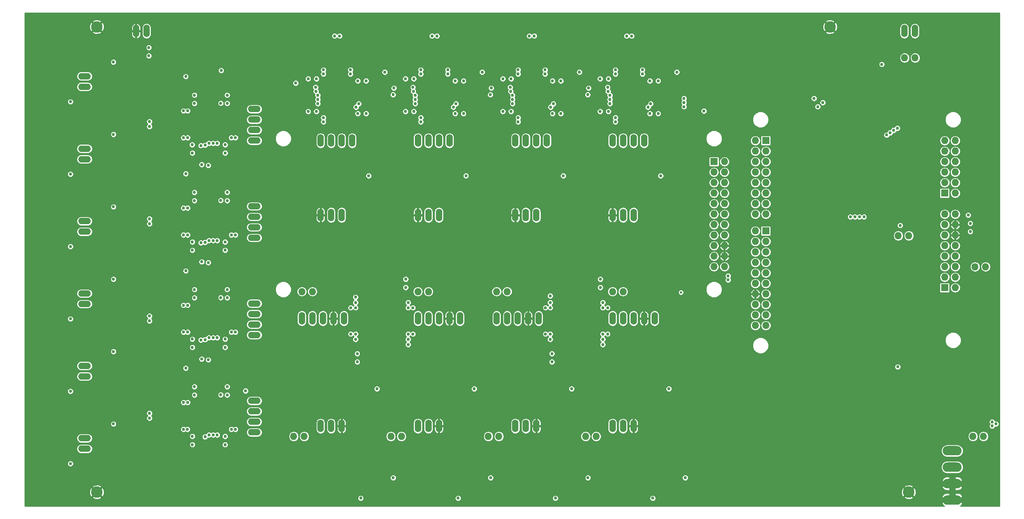
<source format=gbr>
G04 #@! TF.FileFunction,Copper,L2,Inr,Mixed*
%FSLAX46Y46*%
G04 Gerber Fmt 4.6, Leading zero omitted, Abs format (unit mm)*
G04 Created by KiCad (PCBNEW 4.0.5) date 06/08/17 15:42:24*
%MOMM*%
%LPD*%
G01*
G04 APERTURE LIST*
%ADD10C,0.100000*%
%ADD11O,3.048000X1.524000*%
%ADD12O,1.524000X3.048000*%
%ADD13O,4.572000X2.286000*%
%ADD14R,1.727200X1.727200*%
%ADD15O,1.727200X1.727200*%
%ADD16C,5.000000*%
%ADD17C,2.800000*%
%ADD18C,0.750000*%
%ADD19C,0.600000*%
%ADD20C,0.250000*%
G04 APERTURE END LIST*
D10*
D11*
X43900000Y-137550000D03*
X43900000Y-135010000D03*
X43900000Y-120050000D03*
X43900000Y-117510000D03*
X43900000Y-102550000D03*
X43900000Y-100010000D03*
X43900000Y-85050000D03*
X43900000Y-82510000D03*
X43900000Y-67550000D03*
X43900000Y-65010000D03*
X43900000Y-50050000D03*
X43900000Y-47510000D03*
D12*
X58900000Y-36550000D03*
X56360000Y-36550000D03*
X244400000Y-36550000D03*
X241860000Y-36550000D03*
D13*
X253400000Y-138050000D03*
X253400000Y-142012400D03*
X253400000Y-145974800D03*
X253400000Y-149937200D03*
D14*
X195890000Y-68130000D03*
D15*
X198430000Y-68130000D03*
X195890000Y-70670000D03*
X198430000Y-70670000D03*
X195890000Y-73210000D03*
X198430000Y-73210000D03*
X195890000Y-75750000D03*
X198430000Y-75750000D03*
X195890000Y-78290000D03*
X198430000Y-78290000D03*
X195890000Y-80830000D03*
X198430000Y-80830000D03*
X195890000Y-83370000D03*
X198430000Y-83370000D03*
X195890000Y-85910000D03*
X198430000Y-85910000D03*
X195890000Y-88450000D03*
X198430000Y-88450000D03*
X195890000Y-90990000D03*
X198430000Y-90990000D03*
X195890000Y-93530000D03*
X198430000Y-93530000D03*
D11*
X84900000Y-133550000D03*
X84900000Y-131010000D03*
X84900000Y-128470000D03*
X84900000Y-125930000D03*
X84900000Y-110050000D03*
X84900000Y-107510000D03*
X84900000Y-104970000D03*
X84900000Y-102430000D03*
X84900000Y-86550000D03*
X84900000Y-84010000D03*
X84900000Y-81470000D03*
X84900000Y-78930000D03*
X84900000Y-63050000D03*
X84900000Y-60510000D03*
X84900000Y-57970000D03*
X84900000Y-55430000D03*
D12*
X100900000Y-63050000D03*
X103440000Y-63050000D03*
X105980000Y-63050000D03*
X108520000Y-63050000D03*
X124400000Y-63050000D03*
X126940000Y-63050000D03*
X129480000Y-63050000D03*
X132020000Y-63050000D03*
X147900000Y-63050000D03*
X150440000Y-63050000D03*
X152980000Y-63050000D03*
X155520000Y-63050000D03*
X171400000Y-63050000D03*
X173940000Y-63050000D03*
X176480000Y-63050000D03*
X179020000Y-63050000D03*
X100900000Y-81050000D03*
X103440000Y-81050000D03*
X105980000Y-81050000D03*
X124400000Y-81050000D03*
X126940000Y-81050000D03*
X129480000Y-81050000D03*
X147900000Y-81050000D03*
X150440000Y-81050000D03*
X152980000Y-81050000D03*
X171400000Y-81050000D03*
X173940000Y-81050000D03*
X176480000Y-81050000D03*
X100900000Y-132050000D03*
X103440000Y-132050000D03*
X105980000Y-132050000D03*
X124400000Y-132050000D03*
X126940000Y-132050000D03*
X129480000Y-132050000D03*
X147900000Y-132050000D03*
X150440000Y-132050000D03*
X152980000Y-132050000D03*
X171400000Y-132050000D03*
X173940000Y-132050000D03*
X176480000Y-132050000D03*
X96400000Y-106050000D03*
X98940000Y-106050000D03*
X101480000Y-106050000D03*
X104020000Y-106050000D03*
X106560000Y-106050000D03*
X124400000Y-106050000D03*
X126940000Y-106050000D03*
X129480000Y-106050000D03*
X132020000Y-106050000D03*
X134560000Y-106050000D03*
X143400000Y-106050000D03*
X145940000Y-106050000D03*
X148480000Y-106050000D03*
X151020000Y-106050000D03*
X153560000Y-106050000D03*
X171400000Y-106050000D03*
X173940000Y-106050000D03*
X176480000Y-106050000D03*
X179020000Y-106050000D03*
X181560000Y-106050000D03*
D15*
X258400000Y-134550000D03*
X260940000Y-134550000D03*
X241900000Y-43050000D03*
X244440000Y-43050000D03*
X164900000Y-134550000D03*
X167440000Y-134550000D03*
X141400000Y-134550000D03*
X143940000Y-134550000D03*
X117900000Y-134550000D03*
X120440000Y-134550000D03*
X94400000Y-134550000D03*
X96940000Y-134550000D03*
X258900000Y-93550000D03*
X261440000Y-93550000D03*
X242900000Y-86050000D03*
X240360000Y-86050000D03*
X171400000Y-99550000D03*
X173940000Y-99550000D03*
X143400000Y-99550000D03*
X145940000Y-99550000D03*
X124400000Y-99550000D03*
X126940000Y-99550000D03*
X96400000Y-99550000D03*
X98940000Y-99550000D03*
D16*
X261400000Y-148050000D03*
X32900000Y-148050000D03*
X261400000Y-35550000D03*
X32900000Y-35550000D03*
X139400000Y-79050000D03*
D15*
X205860000Y-63050000D03*
D14*
X208400000Y-63050000D03*
D15*
X205860000Y-65590000D03*
X208400000Y-65590000D03*
X205860000Y-68130000D03*
X208400000Y-68130000D03*
X205860000Y-70670000D03*
X208400000Y-70670000D03*
X205860000Y-73210000D03*
X208400000Y-73210000D03*
X205860000Y-75750000D03*
X208400000Y-75750000D03*
X205860000Y-78290000D03*
X208400000Y-78290000D03*
X205860000Y-80830000D03*
X208400000Y-80830000D03*
X205860000Y-84894000D03*
D14*
X208400000Y-84894000D03*
D15*
X205860000Y-87434000D03*
X208400000Y-87434000D03*
X205860000Y-89974000D03*
X208400000Y-89974000D03*
X205860000Y-92514000D03*
X208400000Y-92514000D03*
X205860000Y-95054000D03*
X208400000Y-95054000D03*
X205860000Y-97594000D03*
X208400000Y-97594000D03*
X205860000Y-100134000D03*
X208400000Y-100134000D03*
X205860000Y-102674000D03*
X208400000Y-102674000D03*
X205860000Y-105214000D03*
X208400000Y-105214000D03*
X205860000Y-107754000D03*
X208400000Y-107754000D03*
X254120000Y-75750000D03*
D14*
X251580000Y-75750000D03*
D15*
X254120000Y-73210000D03*
X251580000Y-73210000D03*
X254120000Y-70670000D03*
X251580000Y-70670000D03*
X254120000Y-68130000D03*
X251580000Y-68130000D03*
X254120000Y-65590000D03*
X251580000Y-65590000D03*
X254120000Y-63050000D03*
X251580000Y-63050000D03*
X254120000Y-98610000D03*
D14*
X251580000Y-98610000D03*
D15*
X254120000Y-96070000D03*
X251580000Y-96070000D03*
X254120000Y-93530000D03*
X251580000Y-93530000D03*
X254120000Y-90990000D03*
X251580000Y-90990000D03*
X254120000Y-88450000D03*
X251580000Y-88450000D03*
X254120000Y-85910000D03*
X251580000Y-85910000D03*
X254120000Y-83370000D03*
X251580000Y-83370000D03*
X254120000Y-80830000D03*
X251580000Y-80830000D03*
D17*
X46900000Y-35550000D03*
X242900000Y-148050000D03*
X223900000Y-35550000D03*
X46900000Y-148050000D03*
D18*
X185000000Y-123050000D03*
X114050000Y-150550000D03*
X114050000Y-148550000D03*
X117400000Y-147200000D03*
X115400000Y-147200000D03*
X113400000Y-147200000D03*
X137550000Y-150550000D03*
X137550000Y-148550000D03*
X140900000Y-147200000D03*
X138900000Y-147200000D03*
X136900000Y-147200000D03*
X161050000Y-150550000D03*
X161050000Y-148550000D03*
X164400000Y-147200000D03*
X162400000Y-147200000D03*
X160400000Y-147200000D03*
X184550000Y-150550000D03*
X184550000Y-148550000D03*
X187900000Y-147200000D03*
X185900000Y-147200000D03*
X183900000Y-147200000D03*
X177750000Y-144450000D03*
X154250000Y-144450000D03*
X130750000Y-144450000D03*
X107250000Y-144450000D03*
X248850000Y-101550000D03*
X257750000Y-131050000D03*
X158900000Y-96000000D03*
X248900000Y-94700000D03*
X164800000Y-104700000D03*
X165800000Y-104700000D03*
X164800000Y-106000000D03*
X165800000Y-106000000D03*
X164800000Y-107250000D03*
X165800000Y-107250000D03*
X164800000Y-108550000D03*
X165800000Y-108550000D03*
X160600000Y-108550000D03*
X159600000Y-108550000D03*
X160600000Y-107250000D03*
X159600000Y-107250000D03*
X160600000Y-106000000D03*
X159600000Y-106000000D03*
X160600000Y-104700000D03*
X159600000Y-104700000D03*
X117800000Y-104700000D03*
X117800000Y-106000000D03*
X117800000Y-107250000D03*
X117800000Y-108550000D03*
X113600000Y-107250000D03*
X112600000Y-107250000D03*
X113600000Y-106000000D03*
X112600000Y-106000000D03*
X113600000Y-104700000D03*
X112600000Y-104700000D03*
X113600000Y-108550000D03*
X118800000Y-104700000D03*
X118800000Y-106000000D03*
X118800000Y-107250000D03*
X118800000Y-108550000D03*
X112600000Y-108550000D03*
X55750000Y-40550000D03*
X55750000Y-42550000D03*
X78050000Y-50550000D03*
X244900000Y-93200000D03*
X242900000Y-93200000D03*
X74150000Y-137050000D03*
X74150000Y-113550000D03*
X74150000Y-90050000D03*
X74150000Y-66550000D03*
X97400000Y-52300000D03*
X120900000Y-52300000D03*
X144400000Y-52300000D03*
X167900000Y-52300000D03*
X108900000Y-120400000D03*
X110900000Y-120400000D03*
X112900000Y-120400000D03*
X150750000Y-55700000D03*
X152950000Y-48750000D03*
X151850000Y-48750000D03*
X151300000Y-47900000D03*
X152400000Y-47900000D03*
X150750000Y-48750000D03*
X151850000Y-55700000D03*
X152400000Y-56550000D03*
X151300000Y-56550000D03*
X152950000Y-55700000D03*
X77550000Y-130700000D03*
X70600000Y-128500000D03*
X77550000Y-107200000D03*
X70600000Y-105000000D03*
X77550000Y-83700000D03*
X70600000Y-81500000D03*
X77550000Y-60200000D03*
X70600000Y-58000000D03*
X103750000Y-55700000D03*
X105950000Y-48750000D03*
X127250000Y-55700000D03*
X129450000Y-48750000D03*
X174250000Y-55700000D03*
X176450000Y-48750000D03*
X81550000Y-134550000D03*
X81550000Y-136550000D03*
X66250000Y-136550000D03*
X66250000Y-134550000D03*
X82050000Y-124550000D03*
X82050000Y-122550000D03*
X78050000Y-121050000D03*
X66750000Y-124550000D03*
X66750000Y-122550000D03*
X81550000Y-111050000D03*
X81550000Y-113050000D03*
X66250000Y-113050000D03*
X66250000Y-111050000D03*
X82050000Y-101050000D03*
X82050000Y-99050000D03*
X78050000Y-97550000D03*
X66750000Y-101050000D03*
X66750000Y-99050000D03*
X81550000Y-87550000D03*
X81550000Y-89550000D03*
X66250000Y-89550000D03*
X66250000Y-87550000D03*
X82050000Y-77550000D03*
X82050000Y-75550000D03*
X78050000Y-74050000D03*
X66750000Y-77550000D03*
X66750000Y-75550000D03*
X81550000Y-66050000D03*
X81550000Y-64050000D03*
X66250000Y-66050000D03*
X66250000Y-64050000D03*
X82050000Y-54050000D03*
X82050000Y-52050000D03*
X66750000Y-54050000D03*
X66750000Y-52050000D03*
X99900000Y-59700000D03*
X97900000Y-59700000D03*
X109900000Y-60200000D03*
X111900000Y-60200000D03*
X113400000Y-56350000D03*
X97900000Y-44400000D03*
X99900000Y-44400000D03*
X109900000Y-44900000D03*
X111900000Y-44900000D03*
X123400000Y-59700000D03*
X121400000Y-59700000D03*
X133400000Y-60200000D03*
X135400000Y-60200000D03*
X136900000Y-56200000D03*
X121400000Y-44400000D03*
X123400000Y-44400000D03*
X133400000Y-44900000D03*
X135400000Y-44900000D03*
X105400000Y-47900000D03*
X104300000Y-47900000D03*
X70600000Y-129600000D03*
X69750000Y-130150000D03*
X69750000Y-129050000D03*
X70600000Y-130700000D03*
X77550000Y-129600000D03*
X78400000Y-129050000D03*
X78400000Y-130150000D03*
X77550000Y-128500000D03*
X70600000Y-106100000D03*
X69750000Y-105550000D03*
X69750000Y-106650000D03*
X70600000Y-107200000D03*
X77550000Y-106100000D03*
X78400000Y-106650000D03*
X78400000Y-105550000D03*
X77550000Y-105000000D03*
X70600000Y-82600000D03*
X69750000Y-83150000D03*
X69750000Y-82050000D03*
X70600000Y-83700000D03*
X77550000Y-82600000D03*
X78400000Y-82050000D03*
X78400000Y-83150000D03*
X77550000Y-81500000D03*
X70600000Y-59100000D03*
X69750000Y-59650000D03*
X69750000Y-58550000D03*
X70600000Y-60200000D03*
X77550000Y-59100000D03*
X78400000Y-58550000D03*
X78400000Y-59650000D03*
X77550000Y-58000000D03*
X104850000Y-48750000D03*
X103750000Y-48750000D03*
X104850000Y-55700000D03*
X105400000Y-56550000D03*
X104300000Y-56550000D03*
X105950000Y-55700000D03*
X128350000Y-48750000D03*
X128900000Y-47900000D03*
X127800000Y-47900000D03*
X127250000Y-48750000D03*
X128350000Y-55700000D03*
X128900000Y-56550000D03*
X127800000Y-56550000D03*
X129450000Y-55700000D03*
X175350000Y-48750000D03*
X175900000Y-47900000D03*
X174800000Y-47900000D03*
X174250000Y-48750000D03*
X175350000Y-55700000D03*
X175900000Y-56550000D03*
X174800000Y-56550000D03*
X176450000Y-55700000D03*
X170400000Y-59700000D03*
X168400000Y-59700000D03*
X182400000Y-60200000D03*
X180400000Y-60200000D03*
X183900000Y-56200000D03*
X168400000Y-44400000D03*
X170400000Y-44400000D03*
X180400000Y-44900000D03*
X182400000Y-44900000D03*
X68300000Y-128950000D03*
X68300000Y-130150000D03*
X68300000Y-105450000D03*
X68300000Y-106650000D03*
X68300000Y-81950000D03*
X68300000Y-83150000D03*
X68300000Y-58450000D03*
X68300000Y-59650000D03*
X105500000Y-46450000D03*
X104300000Y-46450000D03*
X129000000Y-46450000D03*
X127800000Y-46450000D03*
X176000000Y-46450000D03*
X174800000Y-46450000D03*
X256850000Y-131550000D03*
X257750000Y-132050000D03*
X253900000Y-129500000D03*
X254400000Y-130400000D03*
X253400000Y-130400000D03*
X250900000Y-129500000D03*
X251400000Y-130400000D03*
X250400000Y-130400000D03*
X258750000Y-89050000D03*
X258750000Y-87050000D03*
X261550000Y-81050000D03*
X261550000Y-83050000D03*
X261550000Y-85050000D03*
X239050000Y-43550000D03*
X237900000Y-33000000D03*
X249550000Y-37550000D03*
X249550000Y-35550000D03*
X38900000Y-43550000D03*
X36250000Y-55550000D03*
X38900000Y-61000000D03*
X36250000Y-73050000D03*
X38900000Y-78500000D03*
X36250000Y-90550000D03*
X38900000Y-96000000D03*
X36250000Y-108050000D03*
X38900000Y-131000000D03*
X36250000Y-143050000D03*
X38900000Y-113500000D03*
X36250000Y-125550000D03*
X94200000Y-126550000D03*
X97550000Y-121050000D03*
X100900000Y-139100000D03*
X102900000Y-139100000D03*
X111900000Y-128900000D03*
X117700000Y-126550000D03*
X121050000Y-121050000D03*
X124400000Y-139100000D03*
X126400000Y-139100000D03*
X135400000Y-128900000D03*
X132400000Y-120400000D03*
X134400000Y-120400000D03*
X136400000Y-120400000D03*
X141200000Y-126550000D03*
X144550000Y-121050000D03*
X147900000Y-139100000D03*
X149900000Y-139100000D03*
X158900000Y-128900000D03*
X155900000Y-120400000D03*
X157900000Y-120400000D03*
X159900000Y-120400000D03*
X164700000Y-126550000D03*
X168050000Y-121050000D03*
X171400000Y-139100000D03*
X173400000Y-139100000D03*
X182400000Y-128900000D03*
X183400000Y-120400000D03*
X181400000Y-120400000D03*
X179400000Y-120400000D03*
X101050000Y-91050000D03*
X103900000Y-94850000D03*
X109550000Y-91550000D03*
X109550000Y-89550000D03*
X109550000Y-87550000D03*
X111900000Y-96000000D03*
X96400000Y-113150000D03*
X98400000Y-113150000D03*
X113450000Y-114550000D03*
X113450000Y-116550000D03*
X117750000Y-98550000D03*
X117750000Y-96550000D03*
X126400000Y-113150000D03*
X124400000Y-113150000D03*
X119400000Y-117200000D03*
X129050000Y-91050000D03*
X131900000Y-94850000D03*
X137550000Y-91550000D03*
X137550000Y-89550000D03*
X137550000Y-87550000D03*
X143400000Y-113150000D03*
X145400000Y-113150000D03*
X148050000Y-91050000D03*
X150900000Y-94850000D03*
X156550000Y-91550000D03*
X156550000Y-89550000D03*
X156550000Y-87550000D03*
X160450000Y-114550000D03*
X160450000Y-116550000D03*
X166400000Y-117200000D03*
X164750000Y-98550000D03*
X164750000Y-96550000D03*
X171400000Y-113150000D03*
X173400000Y-113150000D03*
X176050000Y-91050000D03*
X178900000Y-94850000D03*
X184550000Y-91550000D03*
X184550000Y-87550000D03*
X184550000Y-89550000D03*
X99900000Y-68850000D03*
X105900000Y-77400000D03*
X108900000Y-68900000D03*
X110900000Y-68900000D03*
X123400000Y-68850000D03*
X129400000Y-77400000D03*
X132400000Y-68900000D03*
X134400000Y-68900000D03*
X146900000Y-68850000D03*
X176400000Y-77400000D03*
X152900000Y-77400000D03*
X155900000Y-68900000D03*
X157900000Y-68900000D03*
X170400000Y-68850000D03*
X179400000Y-68900000D03*
X181400000Y-68900000D03*
X151300000Y-46450000D03*
X152500000Y-46450000D03*
X160400000Y-56200000D03*
X158900000Y-60200000D03*
X156900000Y-60200000D03*
X146900000Y-59700000D03*
X144900000Y-59700000D03*
X156900000Y-44900000D03*
X146900000Y-44400000D03*
X144900000Y-44400000D03*
X158900000Y-44900000D03*
X161500000Y-123050000D03*
X138000000Y-123050000D03*
X114500000Y-123050000D03*
X110600000Y-149500000D03*
X134100000Y-149500000D03*
X157600000Y-149500000D03*
X240250000Y-117750000D03*
X181100000Y-149500000D03*
D19*
X187900000Y-99750000D03*
D18*
X228800000Y-81500000D03*
X188950000Y-144550000D03*
X229900000Y-81500000D03*
X165450000Y-144550000D03*
X231000000Y-81500000D03*
X141950000Y-144550000D03*
X232100000Y-81500000D03*
X118450000Y-144550000D03*
X183000000Y-71550000D03*
X180600000Y-54150000D03*
X159500000Y-71550000D03*
X157100000Y-54150000D03*
X136000000Y-71550000D03*
X133600000Y-54150000D03*
X112500000Y-71550000D03*
X110100000Y-54150000D03*
X263950000Y-131550000D03*
X263050000Y-132050000D03*
X263050000Y-131050000D03*
X77850000Y-136550000D03*
X77850000Y-134550000D03*
X69950000Y-136550000D03*
X69950000Y-134550000D03*
X78350000Y-122550000D03*
X78350000Y-124550000D03*
X70450000Y-122550000D03*
X70450000Y-124550000D03*
X69950000Y-113050000D03*
X69950000Y-111050000D03*
X77850000Y-113050000D03*
X77850000Y-111050000D03*
X78350000Y-99050000D03*
X78350000Y-101050000D03*
X70450000Y-99050000D03*
X70450000Y-101050000D03*
X69950000Y-89550000D03*
X69950000Y-87550000D03*
X77850000Y-89550000D03*
X77850000Y-87550000D03*
X78350000Y-75550000D03*
X78350000Y-77550000D03*
X70450000Y-75550000D03*
X70450000Y-77550000D03*
X77850000Y-66050000D03*
X77850000Y-64050000D03*
X69950000Y-66050000D03*
X69900000Y-64050000D03*
X70450000Y-52050000D03*
X70450000Y-54050000D03*
X78350000Y-52050000D03*
X78350000Y-54050000D03*
X97900000Y-56000000D03*
X99900000Y-56000000D03*
X97900000Y-48100000D03*
X99900000Y-48100000D03*
X111900000Y-48600000D03*
X109900000Y-48600000D03*
X111900000Y-56500000D03*
X109900000Y-56500000D03*
X121400000Y-56000000D03*
X123400000Y-56000000D03*
X121400000Y-48100000D03*
X123400000Y-48100000D03*
X135400000Y-56500000D03*
X133400000Y-56500000D03*
X135400000Y-48600000D03*
X133400000Y-48600000D03*
X144900000Y-48100000D03*
X146900000Y-48100000D03*
X144900000Y-56000000D03*
X146900000Y-56000000D03*
X158900000Y-56500000D03*
X156900000Y-56500000D03*
X158900000Y-48600000D03*
X156900000Y-48600000D03*
X168400000Y-48100000D03*
X170400000Y-48100000D03*
X182400000Y-48600000D03*
X180400000Y-48600000D03*
X168400000Y-56000000D03*
X170400000Y-56000000D03*
X182400000Y-56500000D03*
X180400000Y-56500000D03*
X109750000Y-114550000D03*
X109750000Y-116550000D03*
X121450000Y-98550000D03*
X121450000Y-96550000D03*
X168450000Y-98550000D03*
X156750000Y-114550000D03*
X156750000Y-116550000D03*
X168450000Y-96550000D03*
X59450000Y-42550000D03*
X59450000Y-40550000D03*
X257750000Y-83050000D03*
X257250000Y-81050000D03*
X68350000Y-118050000D03*
X68350000Y-94550000D03*
X68350000Y-71050000D03*
X68350000Y-47550000D03*
X116400000Y-46500000D03*
X139900000Y-46500000D03*
X186900000Y-46500000D03*
X59600000Y-128950000D03*
X59600000Y-130150000D03*
X59600000Y-105450000D03*
X59600000Y-106650000D03*
X59600000Y-81950000D03*
X59600000Y-83150000D03*
X59600000Y-58450000D03*
X59600000Y-59650000D03*
X105500000Y-37750000D03*
X104300000Y-37750000D03*
X129000000Y-37750000D03*
X127800000Y-37750000D03*
X176000000Y-37750000D03*
X174800000Y-37750000D03*
X257750000Y-85050000D03*
X50900000Y-44050000D03*
X50900000Y-61550000D03*
X50900000Y-79050000D03*
X50900000Y-96550000D03*
X50900000Y-131550000D03*
X50900000Y-114050000D03*
X152500000Y-37750000D03*
X151300000Y-37750000D03*
X163400000Y-46500000D03*
X172100000Y-45950000D03*
X172100000Y-46950000D03*
X165600000Y-50350000D03*
X165400000Y-51950000D03*
X170200000Y-50150000D03*
X147250000Y-52100000D03*
X76900000Y-46100000D03*
X73000000Y-134650000D03*
X73000000Y-111150000D03*
X73000000Y-64150000D03*
X73000000Y-87650000D03*
X99800000Y-51150000D03*
X123300000Y-51150000D03*
X170300000Y-51150000D03*
X146800000Y-51150000D03*
X170750000Y-52100000D03*
X193450000Y-55900000D03*
X73950000Y-63700000D03*
X172100000Y-58500000D03*
X172100000Y-57500000D03*
X178600000Y-45950000D03*
X178600000Y-46950000D03*
X148600000Y-45950000D03*
X148600000Y-46950000D03*
X141900000Y-51950000D03*
X142100000Y-50350000D03*
X146700000Y-50150000D03*
X123750000Y-52100000D03*
X148600000Y-58500000D03*
X148600000Y-57500000D03*
X155100000Y-45950000D03*
X155100000Y-46950000D03*
X125100000Y-45950000D03*
X125100000Y-46950000D03*
X118600000Y-50350000D03*
X118400000Y-51950000D03*
X123200000Y-50150000D03*
X100250000Y-52100000D03*
X125100000Y-58500000D03*
X125100000Y-57500000D03*
X131600000Y-45950000D03*
X131600000Y-46950000D03*
X101600000Y-45950000D03*
X101600000Y-46950000D03*
X94900000Y-49150000D03*
X240850000Y-83550000D03*
X99700000Y-50150000D03*
X101600000Y-58500000D03*
X101600000Y-57500000D03*
X108100000Y-45950000D03*
X108100000Y-46950000D03*
X169050000Y-112350000D03*
X169050000Y-111100000D03*
X156350000Y-111100000D03*
X122050000Y-111100000D03*
X109350000Y-111100000D03*
X169050000Y-109800000D03*
X170200000Y-109800000D03*
X170200000Y-103450000D03*
X169050000Y-103450000D03*
X199300000Y-95750000D03*
X156350000Y-100600000D03*
X156350000Y-103450000D03*
X155200000Y-103450000D03*
X156350000Y-109800000D03*
X155200000Y-109800000D03*
X122050000Y-112350000D03*
X122050000Y-109800000D03*
X123200000Y-109800000D03*
X122050000Y-103450000D03*
X123200000Y-103450000D03*
X109350000Y-100900000D03*
X199300000Y-96750000D03*
X109350000Y-103450000D03*
X108200000Y-103450000D03*
X109350000Y-109800000D03*
X108200000Y-109800000D03*
X67800000Y-62350000D03*
X68800000Y-62350000D03*
X72200000Y-68850000D03*
X73800000Y-69050000D03*
X73950000Y-87200000D03*
X72000000Y-64250000D03*
X80350000Y-62350000D03*
X79350000Y-62350000D03*
X67800000Y-55850000D03*
X68800000Y-55850000D03*
X67800000Y-85850000D03*
X68800000Y-85850000D03*
X72200000Y-92350000D03*
X73800000Y-92550000D03*
X73950000Y-110700000D03*
X72000000Y-87750000D03*
X80350000Y-85850000D03*
X79350000Y-85850000D03*
X67800000Y-79350000D03*
X68800000Y-79350000D03*
X67800000Y-109350000D03*
X68800000Y-109350000D03*
X72200000Y-115850000D03*
X73800000Y-116050000D03*
X73950000Y-134200000D03*
X72000000Y-111250000D03*
X80350000Y-109350000D03*
X79350000Y-109350000D03*
X67800000Y-102850000D03*
X68800000Y-102850000D03*
X67800000Y-132850000D03*
X68750000Y-132850000D03*
X80350000Y-132850000D03*
X79350000Y-132850000D03*
X68800000Y-126350000D03*
X67800000Y-126350000D03*
X240150000Y-60050000D03*
X239250000Y-60550000D03*
X238400000Y-61150000D03*
X237550000Y-61700000D03*
X236400000Y-44600000D03*
X40500000Y-53650000D03*
X40500000Y-71150000D03*
X40500000Y-88650000D03*
X40500000Y-106150000D03*
X40500000Y-123650000D03*
X40500000Y-141150000D03*
X220050000Y-52850000D03*
X188650000Y-52850000D03*
X100250000Y-53100000D03*
X123750000Y-53100000D03*
X170750000Y-53100000D03*
X147250000Y-53100000D03*
X188650000Y-53850000D03*
X222150000Y-53850000D03*
X100250000Y-54100000D03*
X123750000Y-54100000D03*
X170750000Y-54100000D03*
X147250000Y-54100000D03*
X220950000Y-54850000D03*
X188650000Y-54850000D03*
X109450000Y-54950000D03*
X132950000Y-54950000D03*
X156450000Y-54950000D03*
X179950000Y-54950000D03*
X109350000Y-102200000D03*
X122050000Y-102200000D03*
X156350000Y-102200000D03*
X169050000Y-102200000D03*
X74950000Y-134200000D03*
X74950000Y-110700000D03*
X74950000Y-63700000D03*
X74950000Y-87200000D03*
X75950000Y-134200000D03*
X75950000Y-110700000D03*
X75950000Y-63700000D03*
X75950000Y-87200000D03*
X82800000Y-123550000D03*
X76800000Y-124500000D03*
X76800000Y-101000000D03*
X76800000Y-54000000D03*
X76800000Y-77500000D03*
D20*
G36*
X264775000Y-151425000D02*
X255301870Y-151425000D01*
X255550023Y-151309129D01*
X255842595Y-150721659D01*
X255847560Y-150508700D01*
X254025000Y-150508700D01*
X254025000Y-150582200D01*
X252775000Y-150582200D01*
X252775000Y-150508700D01*
X250952440Y-150508700D01*
X250957405Y-150721659D01*
X251249977Y-151309129D01*
X251498130Y-151425000D01*
X29525000Y-151425000D01*
X29525000Y-149348577D01*
X45778200Y-149348577D01*
X45939909Y-149584115D01*
X46600071Y-149834748D01*
X47305896Y-149813670D01*
X47704579Y-149648530D01*
X109849870Y-149648530D01*
X109963811Y-149924286D01*
X110174605Y-150135448D01*
X110450161Y-150249869D01*
X110748530Y-150250130D01*
X111024286Y-150136189D01*
X111235448Y-149925395D01*
X111349869Y-149649839D01*
X111349870Y-149648530D01*
X133349870Y-149648530D01*
X133463811Y-149924286D01*
X133674605Y-150135448D01*
X133950161Y-150249869D01*
X134248530Y-150250130D01*
X134524286Y-150136189D01*
X134735448Y-149925395D01*
X134849869Y-149649839D01*
X134849870Y-149648530D01*
X156849870Y-149648530D01*
X156963811Y-149924286D01*
X157174605Y-150135448D01*
X157450161Y-150249869D01*
X157748530Y-150250130D01*
X158024286Y-150136189D01*
X158235448Y-149925395D01*
X158349869Y-149649839D01*
X158349870Y-149648530D01*
X180349870Y-149648530D01*
X180463811Y-149924286D01*
X180674605Y-150135448D01*
X180950161Y-150249869D01*
X181248530Y-150250130D01*
X181524286Y-150136189D01*
X181735448Y-149925395D01*
X181849869Y-149649839D01*
X181850130Y-149351470D01*
X181848935Y-149348577D01*
X241778200Y-149348577D01*
X241939909Y-149584115D01*
X242600071Y-149834748D01*
X243305896Y-149813670D01*
X243860091Y-149584115D01*
X244010044Y-149365700D01*
X250952440Y-149365700D01*
X252775000Y-149365700D01*
X252775000Y-148409852D01*
X254025000Y-148409852D01*
X254025000Y-149365700D01*
X255847560Y-149365700D01*
X255842595Y-149152741D01*
X255550023Y-148565271D01*
X254948354Y-148284332D01*
X254284973Y-148255027D01*
X254025000Y-148409852D01*
X252775000Y-148409852D01*
X252515027Y-148255027D01*
X251851646Y-148284332D01*
X251249977Y-148565271D01*
X250957405Y-149152741D01*
X250952440Y-149365700D01*
X244010044Y-149365700D01*
X244021800Y-149348577D01*
X242900000Y-148226777D01*
X241778200Y-149348577D01*
X181848935Y-149348577D01*
X181736189Y-149075714D01*
X181525395Y-148864552D01*
X181249839Y-148750131D01*
X180951470Y-148749870D01*
X180675714Y-148863811D01*
X180464552Y-149074605D01*
X180350131Y-149350161D01*
X180349870Y-149648530D01*
X158349870Y-149648530D01*
X158350130Y-149351470D01*
X158236189Y-149075714D01*
X158025395Y-148864552D01*
X157749839Y-148750131D01*
X157451470Y-148749870D01*
X157175714Y-148863811D01*
X156964552Y-149074605D01*
X156850131Y-149350161D01*
X156849870Y-149648530D01*
X134849870Y-149648530D01*
X134850130Y-149351470D01*
X134736189Y-149075714D01*
X134525395Y-148864552D01*
X134249839Y-148750131D01*
X133951470Y-148749870D01*
X133675714Y-148863811D01*
X133464552Y-149074605D01*
X133350131Y-149350161D01*
X133349870Y-149648530D01*
X111349870Y-149648530D01*
X111350130Y-149351470D01*
X111236189Y-149075714D01*
X111025395Y-148864552D01*
X110749839Y-148750131D01*
X110451470Y-148749870D01*
X110175714Y-148863811D01*
X109964552Y-149074605D01*
X109850131Y-149350161D01*
X109849870Y-149648530D01*
X47704579Y-149648530D01*
X47860091Y-149584115D01*
X48021800Y-149348577D01*
X46900000Y-148226777D01*
X45778200Y-149348577D01*
X29525000Y-149348577D01*
X29525000Y-147750071D01*
X45115252Y-147750071D01*
X45136330Y-148455896D01*
X45365885Y-149010091D01*
X45601423Y-149171800D01*
X46723223Y-148050000D01*
X47076777Y-148050000D01*
X48198577Y-149171800D01*
X48434115Y-149010091D01*
X48684748Y-148349929D01*
X48666835Y-147750071D01*
X241115252Y-147750071D01*
X241136330Y-148455896D01*
X241365885Y-149010091D01*
X241601423Y-149171800D01*
X242723223Y-148050000D01*
X243076777Y-148050000D01*
X244198577Y-149171800D01*
X244434115Y-149010091D01*
X244684748Y-148349929D01*
X244663670Y-147644104D01*
X244434115Y-147089909D01*
X244198577Y-146928200D01*
X243076777Y-148050000D01*
X242723223Y-148050000D01*
X241601423Y-146928200D01*
X241365885Y-147089909D01*
X241115252Y-147750071D01*
X48666835Y-147750071D01*
X48663670Y-147644104D01*
X48434115Y-147089909D01*
X48198577Y-146928200D01*
X47076777Y-148050000D01*
X46723223Y-148050000D01*
X45601423Y-146928200D01*
X45365885Y-147089909D01*
X45115252Y-147750071D01*
X29525000Y-147750071D01*
X29525000Y-146751423D01*
X45778200Y-146751423D01*
X46900000Y-147873223D01*
X48021800Y-146751423D01*
X241778200Y-146751423D01*
X242900000Y-147873223D01*
X244021800Y-146751423D01*
X243880973Y-146546300D01*
X250952440Y-146546300D01*
X250957405Y-146759259D01*
X251249977Y-147346729D01*
X251851646Y-147627668D01*
X252515027Y-147656973D01*
X252775000Y-147502148D01*
X252775000Y-146546300D01*
X254025000Y-146546300D01*
X254025000Y-147502148D01*
X254284973Y-147656973D01*
X254948354Y-147627668D01*
X255550023Y-147346729D01*
X255842595Y-146759259D01*
X255847560Y-146546300D01*
X254025000Y-146546300D01*
X252775000Y-146546300D01*
X250952440Y-146546300D01*
X243880973Y-146546300D01*
X243860091Y-146515885D01*
X243199929Y-146265252D01*
X242494104Y-146286330D01*
X241939909Y-146515885D01*
X241778200Y-146751423D01*
X48021800Y-146751423D01*
X47860091Y-146515885D01*
X47199929Y-146265252D01*
X46494104Y-146286330D01*
X45939909Y-146515885D01*
X45778200Y-146751423D01*
X29525000Y-146751423D01*
X29525000Y-145403300D01*
X250952440Y-145403300D01*
X252775000Y-145403300D01*
X252775000Y-144447452D01*
X254025000Y-144447452D01*
X254025000Y-145403300D01*
X255847560Y-145403300D01*
X255842595Y-145190341D01*
X255550023Y-144602871D01*
X254948354Y-144321932D01*
X254284973Y-144292627D01*
X254025000Y-144447452D01*
X252775000Y-144447452D01*
X252515027Y-144292627D01*
X251851646Y-144321932D01*
X251249977Y-144602871D01*
X250957405Y-145190341D01*
X250952440Y-145403300D01*
X29525000Y-145403300D01*
X29525000Y-144698530D01*
X117699870Y-144698530D01*
X117813811Y-144974286D01*
X118024605Y-145185448D01*
X118300161Y-145299869D01*
X118598530Y-145300130D01*
X118874286Y-145186189D01*
X119085448Y-144975395D01*
X119199869Y-144699839D01*
X119199870Y-144698530D01*
X141199870Y-144698530D01*
X141313811Y-144974286D01*
X141524605Y-145185448D01*
X141800161Y-145299869D01*
X142098530Y-145300130D01*
X142374286Y-145186189D01*
X142585448Y-144975395D01*
X142699869Y-144699839D01*
X142699870Y-144698530D01*
X164699870Y-144698530D01*
X164813811Y-144974286D01*
X165024605Y-145185448D01*
X165300161Y-145299869D01*
X165598530Y-145300130D01*
X165874286Y-145186189D01*
X166085448Y-144975395D01*
X166199869Y-144699839D01*
X166199870Y-144698530D01*
X188199870Y-144698530D01*
X188313811Y-144974286D01*
X188524605Y-145185448D01*
X188800161Y-145299869D01*
X189098530Y-145300130D01*
X189374286Y-145186189D01*
X189585448Y-144975395D01*
X189699869Y-144699839D01*
X189700130Y-144401470D01*
X189586189Y-144125714D01*
X189375395Y-143914552D01*
X189099839Y-143800131D01*
X188801470Y-143799870D01*
X188525714Y-143913811D01*
X188314552Y-144124605D01*
X188200131Y-144400161D01*
X188199870Y-144698530D01*
X166199870Y-144698530D01*
X166200130Y-144401470D01*
X166086189Y-144125714D01*
X165875395Y-143914552D01*
X165599839Y-143800131D01*
X165301470Y-143799870D01*
X165025714Y-143913811D01*
X164814552Y-144124605D01*
X164700131Y-144400161D01*
X164699870Y-144698530D01*
X142699870Y-144698530D01*
X142700130Y-144401470D01*
X142586189Y-144125714D01*
X142375395Y-143914552D01*
X142099839Y-143800131D01*
X141801470Y-143799870D01*
X141525714Y-143913811D01*
X141314552Y-144124605D01*
X141200131Y-144400161D01*
X141199870Y-144698530D01*
X119199870Y-144698530D01*
X119200130Y-144401470D01*
X119086189Y-144125714D01*
X118875395Y-143914552D01*
X118599839Y-143800131D01*
X118301470Y-143799870D01*
X118025714Y-143913811D01*
X117814552Y-144124605D01*
X117700131Y-144400161D01*
X117699870Y-144698530D01*
X29525000Y-144698530D01*
X29525000Y-142012400D01*
X250686868Y-142012400D01*
X250802419Y-142593313D01*
X251131480Y-143085788D01*
X251623955Y-143414849D01*
X252204868Y-143530400D01*
X254595132Y-143530400D01*
X255176045Y-143414849D01*
X255668520Y-143085788D01*
X255997581Y-142593313D01*
X256113132Y-142012400D01*
X255997581Y-141431487D01*
X255668520Y-140939012D01*
X255176045Y-140609951D01*
X254595132Y-140494400D01*
X252204868Y-140494400D01*
X251623955Y-140609951D01*
X251131480Y-140939012D01*
X250802419Y-141431487D01*
X250686868Y-142012400D01*
X29525000Y-142012400D01*
X29525000Y-141298530D01*
X39749870Y-141298530D01*
X39863811Y-141574286D01*
X40074605Y-141785448D01*
X40350161Y-141899869D01*
X40648530Y-141900130D01*
X40924286Y-141786189D01*
X41135448Y-141575395D01*
X41249869Y-141299839D01*
X41250130Y-141001470D01*
X41136189Y-140725714D01*
X40925395Y-140514552D01*
X40649839Y-140400131D01*
X40351470Y-140399870D01*
X40075714Y-140513811D01*
X39864552Y-140724605D01*
X39750131Y-141000161D01*
X39749870Y-141298530D01*
X29525000Y-141298530D01*
X29525000Y-137550000D01*
X41963796Y-137550000D01*
X42050345Y-137985111D01*
X42296816Y-138353980D01*
X42665685Y-138600451D01*
X43100796Y-138687000D01*
X44699204Y-138687000D01*
X45134315Y-138600451D01*
X45503184Y-138353980D01*
X45706297Y-138050000D01*
X250686868Y-138050000D01*
X250802419Y-138630913D01*
X251131480Y-139123388D01*
X251623955Y-139452449D01*
X252204868Y-139568000D01*
X254595132Y-139568000D01*
X255176045Y-139452449D01*
X255668520Y-139123388D01*
X255997581Y-138630913D01*
X256113132Y-138050000D01*
X255997581Y-137469087D01*
X255668520Y-136976612D01*
X255176045Y-136647551D01*
X254595132Y-136532000D01*
X252204868Y-136532000D01*
X251623955Y-136647551D01*
X251131480Y-136976612D01*
X250802419Y-137469087D01*
X250686868Y-138050000D01*
X45706297Y-138050000D01*
X45749655Y-137985111D01*
X45836204Y-137550000D01*
X45749655Y-137114889D01*
X45503184Y-136746020D01*
X45432111Y-136698530D01*
X69199870Y-136698530D01*
X69313811Y-136974286D01*
X69524605Y-137185448D01*
X69800161Y-137299869D01*
X70098530Y-137300130D01*
X70374286Y-137186189D01*
X70585448Y-136975395D01*
X70699869Y-136699839D01*
X70699870Y-136698530D01*
X77099870Y-136698530D01*
X77213811Y-136974286D01*
X77424605Y-137185448D01*
X77700161Y-137299869D01*
X77998530Y-137300130D01*
X78274286Y-137186189D01*
X78485448Y-136975395D01*
X78599869Y-136699839D01*
X78600130Y-136401470D01*
X78486189Y-136125714D01*
X78275395Y-135914552D01*
X77999839Y-135800131D01*
X77701470Y-135799870D01*
X77425714Y-135913811D01*
X77214552Y-136124605D01*
X77100131Y-136400161D01*
X77099870Y-136698530D01*
X70699870Y-136698530D01*
X70700130Y-136401470D01*
X70586189Y-136125714D01*
X70375395Y-135914552D01*
X70099839Y-135800131D01*
X69801470Y-135799870D01*
X69525714Y-135913811D01*
X69314552Y-136124605D01*
X69200131Y-136400161D01*
X69199870Y-136698530D01*
X45432111Y-136698530D01*
X45134315Y-136499549D01*
X44699204Y-136413000D01*
X43100796Y-136413000D01*
X42665685Y-136499549D01*
X42296816Y-136746020D01*
X42050345Y-137114889D01*
X41963796Y-137550000D01*
X29525000Y-137550000D01*
X29525000Y-135010000D01*
X41963796Y-135010000D01*
X42050345Y-135445111D01*
X42296816Y-135813980D01*
X42665685Y-136060451D01*
X43100796Y-136147000D01*
X44699204Y-136147000D01*
X45134315Y-136060451D01*
X45503184Y-135813980D01*
X45749655Y-135445111D01*
X45836204Y-135010000D01*
X45774249Y-134698530D01*
X69199870Y-134698530D01*
X69313811Y-134974286D01*
X69524605Y-135185448D01*
X69800161Y-135299869D01*
X70098530Y-135300130D01*
X70374286Y-135186189D01*
X70585448Y-134975395D01*
X70658888Y-134798530D01*
X72249870Y-134798530D01*
X72363811Y-135074286D01*
X72574605Y-135285448D01*
X72850161Y-135399869D01*
X73148530Y-135400130D01*
X73424286Y-135286189D01*
X73635448Y-135075395D01*
X73704129Y-134909993D01*
X73800161Y-134949869D01*
X74098530Y-134950130D01*
X74374286Y-134836189D01*
X74449947Y-134760660D01*
X74524605Y-134835448D01*
X74800161Y-134949869D01*
X75098530Y-134950130D01*
X75374286Y-134836189D01*
X75449947Y-134760660D01*
X75524605Y-134835448D01*
X75800161Y-134949869D01*
X76098530Y-134950130D01*
X76374286Y-134836189D01*
X76512185Y-134698530D01*
X77099870Y-134698530D01*
X77213811Y-134974286D01*
X77424605Y-135185448D01*
X77700161Y-135299869D01*
X77998530Y-135300130D01*
X78274286Y-135186189D01*
X78485448Y-134975395D01*
X78599869Y-134699839D01*
X78600130Y-134401470D01*
X78486189Y-134125714D01*
X78275395Y-133914552D01*
X77999839Y-133800131D01*
X77701470Y-133799870D01*
X77425714Y-133913811D01*
X77214552Y-134124605D01*
X77100131Y-134400161D01*
X77099870Y-134698530D01*
X76512185Y-134698530D01*
X76585448Y-134625395D01*
X76699869Y-134349839D01*
X76700130Y-134051470D01*
X76586189Y-133775714D01*
X76375395Y-133564552D01*
X76099839Y-133450131D01*
X75801470Y-133449870D01*
X75525714Y-133563811D01*
X75450053Y-133639340D01*
X75375395Y-133564552D01*
X75099839Y-133450131D01*
X74801470Y-133449870D01*
X74525714Y-133563811D01*
X74450053Y-133639340D01*
X74375395Y-133564552D01*
X74099839Y-133450131D01*
X73801470Y-133449870D01*
X73525714Y-133563811D01*
X73314552Y-133774605D01*
X73245871Y-133940007D01*
X73149839Y-133900131D01*
X72851470Y-133899870D01*
X72575714Y-134013811D01*
X72364552Y-134224605D01*
X72250131Y-134500161D01*
X72249870Y-134798530D01*
X70658888Y-134798530D01*
X70699869Y-134699839D01*
X70700130Y-134401470D01*
X70586189Y-134125714D01*
X70375395Y-133914552D01*
X70099839Y-133800131D01*
X69801470Y-133799870D01*
X69525714Y-133913811D01*
X69314552Y-134124605D01*
X69200131Y-134400161D01*
X69199870Y-134698530D01*
X45774249Y-134698530D01*
X45749655Y-134574889D01*
X45503184Y-134206020D01*
X45134315Y-133959549D01*
X44699204Y-133873000D01*
X43100796Y-133873000D01*
X42665685Y-133959549D01*
X42296816Y-134206020D01*
X42050345Y-134574889D01*
X41963796Y-135010000D01*
X29525000Y-135010000D01*
X29525000Y-132998530D01*
X67049870Y-132998530D01*
X67163811Y-133274286D01*
X67374605Y-133485448D01*
X67650161Y-133599869D01*
X67948530Y-133600130D01*
X68224286Y-133486189D01*
X68274903Y-133435660D01*
X68324605Y-133485448D01*
X68600161Y-133599869D01*
X68898530Y-133600130D01*
X69174286Y-133486189D01*
X69385448Y-133275395D01*
X69499869Y-132999839D01*
X69499870Y-132998530D01*
X78599870Y-132998530D01*
X78713811Y-133274286D01*
X78924605Y-133485448D01*
X79200161Y-133599869D01*
X79498530Y-133600130D01*
X79774286Y-133486189D01*
X79849947Y-133410660D01*
X79924605Y-133485448D01*
X80200161Y-133599869D01*
X80498530Y-133600130D01*
X80619852Y-133550000D01*
X82963796Y-133550000D01*
X83050345Y-133985111D01*
X83296816Y-134353980D01*
X83665685Y-134600451D01*
X84100796Y-134687000D01*
X85699204Y-134687000D01*
X86134315Y-134600451D01*
X86246136Y-134525734D01*
X93161400Y-134525734D01*
X93161400Y-134574266D01*
X93255683Y-135048258D01*
X93524178Y-135450088D01*
X93926008Y-135718583D01*
X94400000Y-135812866D01*
X94873992Y-135718583D01*
X95275822Y-135450088D01*
X95544317Y-135048258D01*
X95638600Y-134574266D01*
X95638600Y-134525734D01*
X95701400Y-134525734D01*
X95701400Y-134574266D01*
X95795683Y-135048258D01*
X96064178Y-135450088D01*
X96466008Y-135718583D01*
X96940000Y-135812866D01*
X97413992Y-135718583D01*
X97815822Y-135450088D01*
X98084317Y-135048258D01*
X98178600Y-134574266D01*
X98178600Y-134525734D01*
X116661400Y-134525734D01*
X116661400Y-134574266D01*
X116755683Y-135048258D01*
X117024178Y-135450088D01*
X117426008Y-135718583D01*
X117900000Y-135812866D01*
X118373992Y-135718583D01*
X118775822Y-135450088D01*
X119044317Y-135048258D01*
X119138600Y-134574266D01*
X119138600Y-134525734D01*
X119201400Y-134525734D01*
X119201400Y-134574266D01*
X119295683Y-135048258D01*
X119564178Y-135450088D01*
X119966008Y-135718583D01*
X120440000Y-135812866D01*
X120913992Y-135718583D01*
X121315822Y-135450088D01*
X121584317Y-135048258D01*
X121678600Y-134574266D01*
X121678600Y-134525734D01*
X140161400Y-134525734D01*
X140161400Y-134574266D01*
X140255683Y-135048258D01*
X140524178Y-135450088D01*
X140926008Y-135718583D01*
X141400000Y-135812866D01*
X141873992Y-135718583D01*
X142275822Y-135450088D01*
X142544317Y-135048258D01*
X142638600Y-134574266D01*
X142638600Y-134525734D01*
X142701400Y-134525734D01*
X142701400Y-134574266D01*
X142795683Y-135048258D01*
X143064178Y-135450088D01*
X143466008Y-135718583D01*
X143940000Y-135812866D01*
X144413992Y-135718583D01*
X144815822Y-135450088D01*
X145084317Y-135048258D01*
X145178600Y-134574266D01*
X145178600Y-134525734D01*
X163661400Y-134525734D01*
X163661400Y-134574266D01*
X163755683Y-135048258D01*
X164024178Y-135450088D01*
X164426008Y-135718583D01*
X164900000Y-135812866D01*
X165373992Y-135718583D01*
X165775822Y-135450088D01*
X166044317Y-135048258D01*
X166138600Y-134574266D01*
X166138600Y-134525734D01*
X166201400Y-134525734D01*
X166201400Y-134574266D01*
X166295683Y-135048258D01*
X166564178Y-135450088D01*
X166966008Y-135718583D01*
X167440000Y-135812866D01*
X167913992Y-135718583D01*
X168315822Y-135450088D01*
X168584317Y-135048258D01*
X168678600Y-134574266D01*
X168678600Y-134525734D01*
X257161400Y-134525734D01*
X257161400Y-134574266D01*
X257255683Y-135048258D01*
X257524178Y-135450088D01*
X257926008Y-135718583D01*
X258400000Y-135812866D01*
X258873992Y-135718583D01*
X259275822Y-135450088D01*
X259544317Y-135048258D01*
X259638600Y-134574266D01*
X259638600Y-134525734D01*
X259701400Y-134525734D01*
X259701400Y-134574266D01*
X259795683Y-135048258D01*
X260064178Y-135450088D01*
X260466008Y-135718583D01*
X260940000Y-135812866D01*
X261413992Y-135718583D01*
X261815822Y-135450088D01*
X262084317Y-135048258D01*
X262178600Y-134574266D01*
X262178600Y-134525734D01*
X262084317Y-134051742D01*
X261815822Y-133649912D01*
X261413992Y-133381417D01*
X260940000Y-133287134D01*
X260466008Y-133381417D01*
X260064178Y-133649912D01*
X259795683Y-134051742D01*
X259701400Y-134525734D01*
X259638600Y-134525734D01*
X259544317Y-134051742D01*
X259275822Y-133649912D01*
X258873992Y-133381417D01*
X258400000Y-133287134D01*
X257926008Y-133381417D01*
X257524178Y-133649912D01*
X257255683Y-134051742D01*
X257161400Y-134525734D01*
X168678600Y-134525734D01*
X168584317Y-134051742D01*
X168315822Y-133649912D01*
X167913992Y-133381417D01*
X167440000Y-133287134D01*
X166966008Y-133381417D01*
X166564178Y-133649912D01*
X166295683Y-134051742D01*
X166201400Y-134525734D01*
X166138600Y-134525734D01*
X166044317Y-134051742D01*
X165775822Y-133649912D01*
X165373992Y-133381417D01*
X164900000Y-133287134D01*
X164426008Y-133381417D01*
X164024178Y-133649912D01*
X163755683Y-134051742D01*
X163661400Y-134525734D01*
X145178600Y-134525734D01*
X145084317Y-134051742D01*
X144815822Y-133649912D01*
X144413992Y-133381417D01*
X143940000Y-133287134D01*
X143466008Y-133381417D01*
X143064178Y-133649912D01*
X142795683Y-134051742D01*
X142701400Y-134525734D01*
X142638600Y-134525734D01*
X142544317Y-134051742D01*
X142275822Y-133649912D01*
X141873992Y-133381417D01*
X141400000Y-133287134D01*
X140926008Y-133381417D01*
X140524178Y-133649912D01*
X140255683Y-134051742D01*
X140161400Y-134525734D01*
X121678600Y-134525734D01*
X121584317Y-134051742D01*
X121315822Y-133649912D01*
X120913992Y-133381417D01*
X120440000Y-133287134D01*
X119966008Y-133381417D01*
X119564178Y-133649912D01*
X119295683Y-134051742D01*
X119201400Y-134525734D01*
X119138600Y-134525734D01*
X119044317Y-134051742D01*
X118775822Y-133649912D01*
X118373992Y-133381417D01*
X117900000Y-133287134D01*
X117426008Y-133381417D01*
X117024178Y-133649912D01*
X116755683Y-134051742D01*
X116661400Y-134525734D01*
X98178600Y-134525734D01*
X98084317Y-134051742D01*
X97815822Y-133649912D01*
X97413992Y-133381417D01*
X96940000Y-133287134D01*
X96466008Y-133381417D01*
X96064178Y-133649912D01*
X95795683Y-134051742D01*
X95701400Y-134525734D01*
X95638600Y-134525734D01*
X95544317Y-134051742D01*
X95275822Y-133649912D01*
X94873992Y-133381417D01*
X94400000Y-133287134D01*
X93926008Y-133381417D01*
X93524178Y-133649912D01*
X93255683Y-134051742D01*
X93161400Y-134525734D01*
X86246136Y-134525734D01*
X86503184Y-134353980D01*
X86749655Y-133985111D01*
X86836204Y-133550000D01*
X86749655Y-133114889D01*
X86503184Y-132746020D01*
X86134315Y-132499549D01*
X85699204Y-132413000D01*
X84100796Y-132413000D01*
X83665685Y-132499549D01*
X83296816Y-132746020D01*
X83050345Y-133114889D01*
X82963796Y-133550000D01*
X80619852Y-133550000D01*
X80774286Y-133486189D01*
X80985448Y-133275395D01*
X81099869Y-132999839D01*
X81100130Y-132701470D01*
X80986189Y-132425714D01*
X80775395Y-132214552D01*
X80499839Y-132100131D01*
X80201470Y-132099870D01*
X79925714Y-132213811D01*
X79850053Y-132289340D01*
X79775395Y-132214552D01*
X79499839Y-132100131D01*
X79201470Y-132099870D01*
X78925714Y-132213811D01*
X78714552Y-132424605D01*
X78600131Y-132700161D01*
X78599870Y-132998530D01*
X69499870Y-132998530D01*
X69500130Y-132701470D01*
X69386189Y-132425714D01*
X69175395Y-132214552D01*
X68899839Y-132100131D01*
X68601470Y-132099870D01*
X68325714Y-132213811D01*
X68275097Y-132264340D01*
X68225395Y-132214552D01*
X67949839Y-132100131D01*
X67651470Y-132099870D01*
X67375714Y-132213811D01*
X67164552Y-132424605D01*
X67050131Y-132700161D01*
X67049870Y-132998530D01*
X29525000Y-132998530D01*
X29525000Y-131698530D01*
X50149870Y-131698530D01*
X50263811Y-131974286D01*
X50474605Y-132185448D01*
X50750161Y-132299869D01*
X51048530Y-132300130D01*
X51324286Y-132186189D01*
X51535448Y-131975395D01*
X51649869Y-131699839D01*
X51650130Y-131401470D01*
X51536189Y-131125714D01*
X51420677Y-131010000D01*
X82963796Y-131010000D01*
X83050345Y-131445111D01*
X83296816Y-131813980D01*
X83665685Y-132060451D01*
X84100796Y-132147000D01*
X85699204Y-132147000D01*
X86134315Y-132060451D01*
X86503184Y-131813980D01*
X86749655Y-131445111D01*
X86788306Y-131250796D01*
X99763000Y-131250796D01*
X99763000Y-132849204D01*
X99849549Y-133284315D01*
X100096020Y-133653184D01*
X100464889Y-133899655D01*
X100900000Y-133986204D01*
X101335111Y-133899655D01*
X101703980Y-133653184D01*
X101950451Y-133284315D01*
X102037000Y-132849204D01*
X102037000Y-131250796D01*
X102303000Y-131250796D01*
X102303000Y-132849204D01*
X102389549Y-133284315D01*
X102636020Y-133653184D01*
X103004889Y-133899655D01*
X103440000Y-133986204D01*
X103875111Y-133899655D01*
X104243980Y-133653184D01*
X104490451Y-133284315D01*
X104577000Y-132849204D01*
X104577000Y-132175000D01*
X104843000Y-132175000D01*
X104843000Y-132937000D01*
X104977384Y-133362596D01*
X105264408Y-133704369D01*
X105679751Y-133908640D01*
X105855000Y-133847734D01*
X105855000Y-132175000D01*
X106105000Y-132175000D01*
X106105000Y-133847734D01*
X106280249Y-133908640D01*
X106695592Y-133704369D01*
X106982616Y-133362596D01*
X107117000Y-132937000D01*
X107117000Y-132175000D01*
X106105000Y-132175000D01*
X105855000Y-132175000D01*
X104843000Y-132175000D01*
X104577000Y-132175000D01*
X104577000Y-131250796D01*
X104559537Y-131163000D01*
X104843000Y-131163000D01*
X104843000Y-131925000D01*
X105855000Y-131925000D01*
X105855000Y-130252266D01*
X106105000Y-130252266D01*
X106105000Y-131925000D01*
X107117000Y-131925000D01*
X107117000Y-131250796D01*
X123263000Y-131250796D01*
X123263000Y-132849204D01*
X123349549Y-133284315D01*
X123596020Y-133653184D01*
X123964889Y-133899655D01*
X124400000Y-133986204D01*
X124835111Y-133899655D01*
X125203980Y-133653184D01*
X125450451Y-133284315D01*
X125537000Y-132849204D01*
X125537000Y-131250796D01*
X125803000Y-131250796D01*
X125803000Y-132849204D01*
X125889549Y-133284315D01*
X126136020Y-133653184D01*
X126504889Y-133899655D01*
X126940000Y-133986204D01*
X127375111Y-133899655D01*
X127743980Y-133653184D01*
X127990451Y-133284315D01*
X128077000Y-132849204D01*
X128077000Y-132175000D01*
X128343000Y-132175000D01*
X128343000Y-132937000D01*
X128477384Y-133362596D01*
X128764408Y-133704369D01*
X129179751Y-133908640D01*
X129355000Y-133847734D01*
X129355000Y-132175000D01*
X129605000Y-132175000D01*
X129605000Y-133847734D01*
X129780249Y-133908640D01*
X130195592Y-133704369D01*
X130482616Y-133362596D01*
X130617000Y-132937000D01*
X130617000Y-132175000D01*
X129605000Y-132175000D01*
X129355000Y-132175000D01*
X128343000Y-132175000D01*
X128077000Y-132175000D01*
X128077000Y-131250796D01*
X128059537Y-131163000D01*
X128343000Y-131163000D01*
X128343000Y-131925000D01*
X129355000Y-131925000D01*
X129355000Y-130252266D01*
X129605000Y-130252266D01*
X129605000Y-131925000D01*
X130617000Y-131925000D01*
X130617000Y-131250796D01*
X146763000Y-131250796D01*
X146763000Y-132849204D01*
X146849549Y-133284315D01*
X147096020Y-133653184D01*
X147464889Y-133899655D01*
X147900000Y-133986204D01*
X148335111Y-133899655D01*
X148703980Y-133653184D01*
X148950451Y-133284315D01*
X149037000Y-132849204D01*
X149037000Y-131250796D01*
X149303000Y-131250796D01*
X149303000Y-132849204D01*
X149389549Y-133284315D01*
X149636020Y-133653184D01*
X150004889Y-133899655D01*
X150440000Y-133986204D01*
X150875111Y-133899655D01*
X151243980Y-133653184D01*
X151490451Y-133284315D01*
X151577000Y-132849204D01*
X151577000Y-132175000D01*
X151843000Y-132175000D01*
X151843000Y-132937000D01*
X151977384Y-133362596D01*
X152264408Y-133704369D01*
X152679751Y-133908640D01*
X152855000Y-133847734D01*
X152855000Y-132175000D01*
X153105000Y-132175000D01*
X153105000Y-133847734D01*
X153280249Y-133908640D01*
X153695592Y-133704369D01*
X153982616Y-133362596D01*
X154117000Y-132937000D01*
X154117000Y-132175000D01*
X153105000Y-132175000D01*
X152855000Y-132175000D01*
X151843000Y-132175000D01*
X151577000Y-132175000D01*
X151577000Y-131250796D01*
X151559537Y-131163000D01*
X151843000Y-131163000D01*
X151843000Y-131925000D01*
X152855000Y-131925000D01*
X152855000Y-130252266D01*
X153105000Y-130252266D01*
X153105000Y-131925000D01*
X154117000Y-131925000D01*
X154117000Y-131250796D01*
X170263000Y-131250796D01*
X170263000Y-132849204D01*
X170349549Y-133284315D01*
X170596020Y-133653184D01*
X170964889Y-133899655D01*
X171400000Y-133986204D01*
X171835111Y-133899655D01*
X172203980Y-133653184D01*
X172450451Y-133284315D01*
X172537000Y-132849204D01*
X172537000Y-131250796D01*
X172803000Y-131250796D01*
X172803000Y-132849204D01*
X172889549Y-133284315D01*
X173136020Y-133653184D01*
X173504889Y-133899655D01*
X173940000Y-133986204D01*
X174375111Y-133899655D01*
X174743980Y-133653184D01*
X174990451Y-133284315D01*
X175077000Y-132849204D01*
X175077000Y-132175000D01*
X175343000Y-132175000D01*
X175343000Y-132937000D01*
X175477384Y-133362596D01*
X175764408Y-133704369D01*
X176179751Y-133908640D01*
X176355000Y-133847734D01*
X176355000Y-132175000D01*
X176605000Y-132175000D01*
X176605000Y-133847734D01*
X176780249Y-133908640D01*
X177195592Y-133704369D01*
X177482616Y-133362596D01*
X177617000Y-132937000D01*
X177617000Y-132175000D01*
X176605000Y-132175000D01*
X176355000Y-132175000D01*
X175343000Y-132175000D01*
X175077000Y-132175000D01*
X175077000Y-131250796D01*
X175059537Y-131163000D01*
X175343000Y-131163000D01*
X175343000Y-131925000D01*
X176355000Y-131925000D01*
X176355000Y-130252266D01*
X176605000Y-130252266D01*
X176605000Y-131925000D01*
X177617000Y-131925000D01*
X177617000Y-131198530D01*
X262299870Y-131198530D01*
X262413811Y-131474286D01*
X262489340Y-131549947D01*
X262414552Y-131624605D01*
X262300131Y-131900161D01*
X262299870Y-132198530D01*
X262413811Y-132474286D01*
X262624605Y-132685448D01*
X262900161Y-132799869D01*
X263198530Y-132800130D01*
X263474286Y-132686189D01*
X263685448Y-132475395D01*
X263764484Y-132285055D01*
X263800161Y-132299869D01*
X264098530Y-132300130D01*
X264374286Y-132186189D01*
X264585448Y-131975395D01*
X264699869Y-131699839D01*
X264700130Y-131401470D01*
X264586189Y-131125714D01*
X264375395Y-130914552D01*
X264099839Y-130800131D01*
X263801470Y-130799870D01*
X263764467Y-130815159D01*
X263686189Y-130625714D01*
X263475395Y-130414552D01*
X263199839Y-130300131D01*
X262901470Y-130299870D01*
X262625714Y-130413811D01*
X262414552Y-130624605D01*
X262300131Y-130900161D01*
X262299870Y-131198530D01*
X177617000Y-131198530D01*
X177617000Y-131163000D01*
X177482616Y-130737404D01*
X177195592Y-130395631D01*
X176780249Y-130191360D01*
X176605000Y-130252266D01*
X176355000Y-130252266D01*
X176179751Y-130191360D01*
X175764408Y-130395631D01*
X175477384Y-130737404D01*
X175343000Y-131163000D01*
X175059537Y-131163000D01*
X174990451Y-130815685D01*
X174743980Y-130446816D01*
X174375111Y-130200345D01*
X173940000Y-130113796D01*
X173504889Y-130200345D01*
X173136020Y-130446816D01*
X172889549Y-130815685D01*
X172803000Y-131250796D01*
X172537000Y-131250796D01*
X172450451Y-130815685D01*
X172203980Y-130446816D01*
X171835111Y-130200345D01*
X171400000Y-130113796D01*
X170964889Y-130200345D01*
X170596020Y-130446816D01*
X170349549Y-130815685D01*
X170263000Y-131250796D01*
X154117000Y-131250796D01*
X154117000Y-131163000D01*
X153982616Y-130737404D01*
X153695592Y-130395631D01*
X153280249Y-130191360D01*
X153105000Y-130252266D01*
X152855000Y-130252266D01*
X152679751Y-130191360D01*
X152264408Y-130395631D01*
X151977384Y-130737404D01*
X151843000Y-131163000D01*
X151559537Y-131163000D01*
X151490451Y-130815685D01*
X151243980Y-130446816D01*
X150875111Y-130200345D01*
X150440000Y-130113796D01*
X150004889Y-130200345D01*
X149636020Y-130446816D01*
X149389549Y-130815685D01*
X149303000Y-131250796D01*
X149037000Y-131250796D01*
X148950451Y-130815685D01*
X148703980Y-130446816D01*
X148335111Y-130200345D01*
X147900000Y-130113796D01*
X147464889Y-130200345D01*
X147096020Y-130446816D01*
X146849549Y-130815685D01*
X146763000Y-131250796D01*
X130617000Y-131250796D01*
X130617000Y-131163000D01*
X130482616Y-130737404D01*
X130195592Y-130395631D01*
X129780249Y-130191360D01*
X129605000Y-130252266D01*
X129355000Y-130252266D01*
X129179751Y-130191360D01*
X128764408Y-130395631D01*
X128477384Y-130737404D01*
X128343000Y-131163000D01*
X128059537Y-131163000D01*
X127990451Y-130815685D01*
X127743980Y-130446816D01*
X127375111Y-130200345D01*
X126940000Y-130113796D01*
X126504889Y-130200345D01*
X126136020Y-130446816D01*
X125889549Y-130815685D01*
X125803000Y-131250796D01*
X125537000Y-131250796D01*
X125450451Y-130815685D01*
X125203980Y-130446816D01*
X124835111Y-130200345D01*
X124400000Y-130113796D01*
X123964889Y-130200345D01*
X123596020Y-130446816D01*
X123349549Y-130815685D01*
X123263000Y-131250796D01*
X107117000Y-131250796D01*
X107117000Y-131163000D01*
X106982616Y-130737404D01*
X106695592Y-130395631D01*
X106280249Y-130191360D01*
X106105000Y-130252266D01*
X105855000Y-130252266D01*
X105679751Y-130191360D01*
X105264408Y-130395631D01*
X104977384Y-130737404D01*
X104843000Y-131163000D01*
X104559537Y-131163000D01*
X104490451Y-130815685D01*
X104243980Y-130446816D01*
X103875111Y-130200345D01*
X103440000Y-130113796D01*
X103004889Y-130200345D01*
X102636020Y-130446816D01*
X102389549Y-130815685D01*
X102303000Y-131250796D01*
X102037000Y-131250796D01*
X101950451Y-130815685D01*
X101703980Y-130446816D01*
X101335111Y-130200345D01*
X100900000Y-130113796D01*
X100464889Y-130200345D01*
X100096020Y-130446816D01*
X99849549Y-130815685D01*
X99763000Y-131250796D01*
X86788306Y-131250796D01*
X86836204Y-131010000D01*
X86749655Y-130574889D01*
X86503184Y-130206020D01*
X86134315Y-129959549D01*
X85699204Y-129873000D01*
X84100796Y-129873000D01*
X83665685Y-129959549D01*
X83296816Y-130206020D01*
X83050345Y-130574889D01*
X82963796Y-131010000D01*
X51420677Y-131010000D01*
X51325395Y-130914552D01*
X51049839Y-130800131D01*
X50751470Y-130799870D01*
X50475714Y-130913811D01*
X50264552Y-131124605D01*
X50150131Y-131400161D01*
X50149870Y-131698530D01*
X29525000Y-131698530D01*
X29525000Y-129098530D01*
X58849870Y-129098530D01*
X58963811Y-129374286D01*
X59139340Y-129550122D01*
X58964552Y-129724605D01*
X58850131Y-130000161D01*
X58849870Y-130298530D01*
X58963811Y-130574286D01*
X59174605Y-130785448D01*
X59450161Y-130899869D01*
X59748530Y-130900130D01*
X60024286Y-130786189D01*
X60235448Y-130575395D01*
X60349869Y-130299839D01*
X60350130Y-130001470D01*
X60236189Y-129725714D01*
X60060660Y-129549878D01*
X60235448Y-129375395D01*
X60349869Y-129099839D01*
X60350130Y-128801470D01*
X60236189Y-128525714D01*
X60180573Y-128470000D01*
X82963796Y-128470000D01*
X83050345Y-128905111D01*
X83296816Y-129273980D01*
X83665685Y-129520451D01*
X84100796Y-129607000D01*
X85699204Y-129607000D01*
X86134315Y-129520451D01*
X86503184Y-129273980D01*
X86749655Y-128905111D01*
X86836204Y-128470000D01*
X86749655Y-128034889D01*
X86503184Y-127666020D01*
X86134315Y-127419549D01*
X85699204Y-127333000D01*
X84100796Y-127333000D01*
X83665685Y-127419549D01*
X83296816Y-127666020D01*
X83050345Y-128034889D01*
X82963796Y-128470000D01*
X60180573Y-128470000D01*
X60025395Y-128314552D01*
X59749839Y-128200131D01*
X59451470Y-128199870D01*
X59175714Y-128313811D01*
X58964552Y-128524605D01*
X58850131Y-128800161D01*
X58849870Y-129098530D01*
X29525000Y-129098530D01*
X29525000Y-126498530D01*
X67049870Y-126498530D01*
X67163811Y-126774286D01*
X67374605Y-126985448D01*
X67650161Y-127099869D01*
X67948530Y-127100130D01*
X68224286Y-126986189D01*
X68299947Y-126910660D01*
X68374605Y-126985448D01*
X68650161Y-127099869D01*
X68948530Y-127100130D01*
X69224286Y-126986189D01*
X69435448Y-126775395D01*
X69549869Y-126499839D01*
X69550130Y-126201470D01*
X69437960Y-125930000D01*
X82963796Y-125930000D01*
X83050345Y-126365111D01*
X83296816Y-126733980D01*
X83665685Y-126980451D01*
X84100796Y-127067000D01*
X85699204Y-127067000D01*
X86134315Y-126980451D01*
X86503184Y-126733980D01*
X86749655Y-126365111D01*
X86836204Y-125930000D01*
X86749655Y-125494889D01*
X86503184Y-125126020D01*
X86134315Y-124879549D01*
X85699204Y-124793000D01*
X84100796Y-124793000D01*
X83665685Y-124879549D01*
X83296816Y-125126020D01*
X83050345Y-125494889D01*
X82963796Y-125930000D01*
X69437960Y-125930000D01*
X69436189Y-125925714D01*
X69225395Y-125714552D01*
X68949839Y-125600131D01*
X68651470Y-125599870D01*
X68375714Y-125713811D01*
X68300053Y-125789340D01*
X68225395Y-125714552D01*
X67949839Y-125600131D01*
X67651470Y-125599870D01*
X67375714Y-125713811D01*
X67164552Y-125924605D01*
X67050131Y-126200161D01*
X67049870Y-126498530D01*
X29525000Y-126498530D01*
X29525000Y-124698530D01*
X69699870Y-124698530D01*
X69813811Y-124974286D01*
X70024605Y-125185448D01*
X70300161Y-125299869D01*
X70598530Y-125300130D01*
X70874286Y-125186189D01*
X71085448Y-124975395D01*
X71199869Y-124699839D01*
X71199913Y-124648530D01*
X76049870Y-124648530D01*
X76163811Y-124924286D01*
X76374605Y-125135448D01*
X76650161Y-125249869D01*
X76948530Y-125250130D01*
X77224286Y-125136189D01*
X77435448Y-124925395D01*
X77529650Y-124698530D01*
X77599870Y-124698530D01*
X77713811Y-124974286D01*
X77924605Y-125185448D01*
X78200161Y-125299869D01*
X78498530Y-125300130D01*
X78774286Y-125186189D01*
X78985448Y-124975395D01*
X79099869Y-124699839D01*
X79100130Y-124401470D01*
X78986189Y-124125714D01*
X78775395Y-123914552D01*
X78499839Y-123800131D01*
X78201470Y-123799870D01*
X77925714Y-123913811D01*
X77714552Y-124124605D01*
X77600131Y-124400161D01*
X77599870Y-124698530D01*
X77529650Y-124698530D01*
X77549869Y-124649839D01*
X77550130Y-124351470D01*
X77436189Y-124075714D01*
X77225395Y-123864552D01*
X76949839Y-123750131D01*
X76651470Y-123749870D01*
X76375714Y-123863811D01*
X76164552Y-124074605D01*
X76050131Y-124350161D01*
X76049870Y-124648530D01*
X71199913Y-124648530D01*
X71200130Y-124401470D01*
X71086189Y-124125714D01*
X70875395Y-123914552D01*
X70599839Y-123800131D01*
X70301470Y-123799870D01*
X70025714Y-123913811D01*
X69814552Y-124124605D01*
X69700131Y-124400161D01*
X69699870Y-124698530D01*
X29525000Y-124698530D01*
X29525000Y-123798530D01*
X39749870Y-123798530D01*
X39863811Y-124074286D01*
X40074605Y-124285448D01*
X40350161Y-124399869D01*
X40648530Y-124400130D01*
X40924286Y-124286189D01*
X41135448Y-124075395D01*
X41249869Y-123799839D01*
X41249957Y-123698530D01*
X82049870Y-123698530D01*
X82163811Y-123974286D01*
X82374605Y-124185448D01*
X82650161Y-124299869D01*
X82948530Y-124300130D01*
X83224286Y-124186189D01*
X83435448Y-123975395D01*
X83549869Y-123699839D01*
X83550130Y-123401470D01*
X83466277Y-123198530D01*
X113749870Y-123198530D01*
X113863811Y-123474286D01*
X114074605Y-123685448D01*
X114350161Y-123799869D01*
X114648530Y-123800130D01*
X114924286Y-123686189D01*
X115135448Y-123475395D01*
X115249869Y-123199839D01*
X115249870Y-123198530D01*
X137249870Y-123198530D01*
X137363811Y-123474286D01*
X137574605Y-123685448D01*
X137850161Y-123799869D01*
X138148530Y-123800130D01*
X138424286Y-123686189D01*
X138635448Y-123475395D01*
X138749869Y-123199839D01*
X138749870Y-123198530D01*
X160749870Y-123198530D01*
X160863811Y-123474286D01*
X161074605Y-123685448D01*
X161350161Y-123799869D01*
X161648530Y-123800130D01*
X161924286Y-123686189D01*
X162135448Y-123475395D01*
X162249869Y-123199839D01*
X162249870Y-123198530D01*
X184249870Y-123198530D01*
X184363811Y-123474286D01*
X184574605Y-123685448D01*
X184850161Y-123799869D01*
X185148530Y-123800130D01*
X185424286Y-123686189D01*
X185635448Y-123475395D01*
X185749869Y-123199839D01*
X185750130Y-122901470D01*
X185636189Y-122625714D01*
X185425395Y-122414552D01*
X185149839Y-122300131D01*
X184851470Y-122299870D01*
X184575714Y-122413811D01*
X184364552Y-122624605D01*
X184250131Y-122900161D01*
X184249870Y-123198530D01*
X162249870Y-123198530D01*
X162250130Y-122901470D01*
X162136189Y-122625714D01*
X161925395Y-122414552D01*
X161649839Y-122300131D01*
X161351470Y-122299870D01*
X161075714Y-122413811D01*
X160864552Y-122624605D01*
X160750131Y-122900161D01*
X160749870Y-123198530D01*
X138749870Y-123198530D01*
X138750130Y-122901470D01*
X138636189Y-122625714D01*
X138425395Y-122414552D01*
X138149839Y-122300131D01*
X137851470Y-122299870D01*
X137575714Y-122413811D01*
X137364552Y-122624605D01*
X137250131Y-122900161D01*
X137249870Y-123198530D01*
X115249870Y-123198530D01*
X115250130Y-122901470D01*
X115136189Y-122625714D01*
X114925395Y-122414552D01*
X114649839Y-122300131D01*
X114351470Y-122299870D01*
X114075714Y-122413811D01*
X113864552Y-122624605D01*
X113750131Y-122900161D01*
X113749870Y-123198530D01*
X83466277Y-123198530D01*
X83436189Y-123125714D01*
X83225395Y-122914552D01*
X82949839Y-122800131D01*
X82651470Y-122799870D01*
X82375714Y-122913811D01*
X82164552Y-123124605D01*
X82050131Y-123400161D01*
X82049870Y-123698530D01*
X41249957Y-123698530D01*
X41250130Y-123501470D01*
X41136189Y-123225714D01*
X40925395Y-123014552D01*
X40649839Y-122900131D01*
X40351470Y-122899870D01*
X40075714Y-123013811D01*
X39864552Y-123224605D01*
X39750131Y-123500161D01*
X39749870Y-123798530D01*
X29525000Y-123798530D01*
X29525000Y-122698530D01*
X69699870Y-122698530D01*
X69813811Y-122974286D01*
X70024605Y-123185448D01*
X70300161Y-123299869D01*
X70598530Y-123300130D01*
X70874286Y-123186189D01*
X71085448Y-122975395D01*
X71199869Y-122699839D01*
X71199870Y-122698530D01*
X77599870Y-122698530D01*
X77713811Y-122974286D01*
X77924605Y-123185448D01*
X78200161Y-123299869D01*
X78498530Y-123300130D01*
X78774286Y-123186189D01*
X78985448Y-122975395D01*
X79099869Y-122699839D01*
X79100130Y-122401470D01*
X78986189Y-122125714D01*
X78775395Y-121914552D01*
X78499839Y-121800131D01*
X78201470Y-121799870D01*
X77925714Y-121913811D01*
X77714552Y-122124605D01*
X77600131Y-122400161D01*
X77599870Y-122698530D01*
X71199870Y-122698530D01*
X71200130Y-122401470D01*
X71086189Y-122125714D01*
X70875395Y-121914552D01*
X70599839Y-121800131D01*
X70301470Y-121799870D01*
X70025714Y-121913811D01*
X69814552Y-122124605D01*
X69700131Y-122400161D01*
X69699870Y-122698530D01*
X29525000Y-122698530D01*
X29525000Y-120050000D01*
X41963796Y-120050000D01*
X42050345Y-120485111D01*
X42296816Y-120853980D01*
X42665685Y-121100451D01*
X43100796Y-121187000D01*
X44699204Y-121187000D01*
X45134315Y-121100451D01*
X45503184Y-120853980D01*
X45749655Y-120485111D01*
X45836204Y-120050000D01*
X45749655Y-119614889D01*
X45503184Y-119246020D01*
X45134315Y-118999549D01*
X44699204Y-118913000D01*
X43100796Y-118913000D01*
X42665685Y-118999549D01*
X42296816Y-119246020D01*
X42050345Y-119614889D01*
X41963796Y-120050000D01*
X29525000Y-120050000D01*
X29525000Y-117510000D01*
X41963796Y-117510000D01*
X42050345Y-117945111D01*
X42296816Y-118313980D01*
X42665685Y-118560451D01*
X43100796Y-118647000D01*
X44699204Y-118647000D01*
X45134315Y-118560451D01*
X45503184Y-118313980D01*
X45580325Y-118198530D01*
X67599870Y-118198530D01*
X67713811Y-118474286D01*
X67924605Y-118685448D01*
X68200161Y-118799869D01*
X68498530Y-118800130D01*
X68774286Y-118686189D01*
X68985448Y-118475395D01*
X69099869Y-118199839D01*
X69100130Y-117901470D01*
X69098916Y-117898530D01*
X239499870Y-117898530D01*
X239613811Y-118174286D01*
X239824605Y-118385448D01*
X240100161Y-118499869D01*
X240398530Y-118500130D01*
X240674286Y-118386189D01*
X240885448Y-118175395D01*
X240999869Y-117899839D01*
X241000130Y-117601470D01*
X240886189Y-117325714D01*
X240675395Y-117114552D01*
X240399839Y-117000131D01*
X240101470Y-116999870D01*
X239825714Y-117113811D01*
X239614552Y-117324605D01*
X239500131Y-117600161D01*
X239499870Y-117898530D01*
X69098916Y-117898530D01*
X68986189Y-117625714D01*
X68775395Y-117414552D01*
X68499839Y-117300131D01*
X68201470Y-117299870D01*
X67925714Y-117413811D01*
X67714552Y-117624605D01*
X67600131Y-117900161D01*
X67599870Y-118198530D01*
X45580325Y-118198530D01*
X45749655Y-117945111D01*
X45836204Y-117510000D01*
X45749655Y-117074889D01*
X45503184Y-116706020D01*
X45134315Y-116459549D01*
X44699204Y-116373000D01*
X43100796Y-116373000D01*
X42665685Y-116459549D01*
X42296816Y-116706020D01*
X42050345Y-117074889D01*
X41963796Y-117510000D01*
X29525000Y-117510000D01*
X29525000Y-115998530D01*
X71449870Y-115998530D01*
X71563811Y-116274286D01*
X71774605Y-116485448D01*
X72050161Y-116599869D01*
X72348530Y-116600130D01*
X72624286Y-116486189D01*
X72835448Y-116275395D01*
X72867365Y-116198530D01*
X73049870Y-116198530D01*
X73163811Y-116474286D01*
X73374605Y-116685448D01*
X73650161Y-116799869D01*
X73948530Y-116800130D01*
X74194418Y-116698530D01*
X108999870Y-116698530D01*
X109113811Y-116974286D01*
X109324605Y-117185448D01*
X109600161Y-117299869D01*
X109898530Y-117300130D01*
X110174286Y-117186189D01*
X110385448Y-116975395D01*
X110499869Y-116699839D01*
X110499870Y-116698530D01*
X155999870Y-116698530D01*
X156113811Y-116974286D01*
X156324605Y-117185448D01*
X156600161Y-117299869D01*
X156898530Y-117300130D01*
X157174286Y-117186189D01*
X157385448Y-116975395D01*
X157499869Y-116699839D01*
X157500130Y-116401470D01*
X157386189Y-116125714D01*
X157175395Y-115914552D01*
X156899839Y-115800131D01*
X156601470Y-115799870D01*
X156325714Y-115913811D01*
X156114552Y-116124605D01*
X156000131Y-116400161D01*
X155999870Y-116698530D01*
X110499870Y-116698530D01*
X110500130Y-116401470D01*
X110386189Y-116125714D01*
X110175395Y-115914552D01*
X109899839Y-115800131D01*
X109601470Y-115799870D01*
X109325714Y-115913811D01*
X109114552Y-116124605D01*
X109000131Y-116400161D01*
X108999870Y-116698530D01*
X74194418Y-116698530D01*
X74224286Y-116686189D01*
X74435448Y-116475395D01*
X74549869Y-116199839D01*
X74550130Y-115901470D01*
X74436189Y-115625714D01*
X74225395Y-115414552D01*
X73949839Y-115300131D01*
X73651470Y-115299870D01*
X73375714Y-115413811D01*
X73164552Y-115624605D01*
X73050131Y-115900161D01*
X73049870Y-116198530D01*
X72867365Y-116198530D01*
X72949869Y-115999839D01*
X72950130Y-115701470D01*
X72836189Y-115425714D01*
X72625395Y-115214552D01*
X72349839Y-115100131D01*
X72051470Y-115099870D01*
X71775714Y-115213811D01*
X71564552Y-115424605D01*
X71450131Y-115700161D01*
X71449870Y-115998530D01*
X29525000Y-115998530D01*
X29525000Y-114198530D01*
X50149870Y-114198530D01*
X50263811Y-114474286D01*
X50474605Y-114685448D01*
X50750161Y-114799869D01*
X51048530Y-114800130D01*
X51294418Y-114698530D01*
X108999870Y-114698530D01*
X109113811Y-114974286D01*
X109324605Y-115185448D01*
X109600161Y-115299869D01*
X109898530Y-115300130D01*
X110174286Y-115186189D01*
X110385448Y-114975395D01*
X110499869Y-114699839D01*
X110499870Y-114698530D01*
X155999870Y-114698530D01*
X156113811Y-114974286D01*
X156324605Y-115185448D01*
X156600161Y-115299869D01*
X156898530Y-115300130D01*
X157174286Y-115186189D01*
X157385448Y-114975395D01*
X157499869Y-114699839D01*
X157500130Y-114401470D01*
X157386189Y-114125714D01*
X157175395Y-113914552D01*
X156899839Y-113800131D01*
X156601470Y-113799870D01*
X156325714Y-113913811D01*
X156114552Y-114124605D01*
X156000131Y-114400161D01*
X155999870Y-114698530D01*
X110499870Y-114698530D01*
X110500130Y-114401470D01*
X110386189Y-114125714D01*
X110175395Y-113914552D01*
X109899839Y-113800131D01*
X109601470Y-113799870D01*
X109325714Y-113913811D01*
X109114552Y-114124605D01*
X109000131Y-114400161D01*
X108999870Y-114698530D01*
X51294418Y-114698530D01*
X51324286Y-114686189D01*
X51535448Y-114475395D01*
X51649869Y-114199839D01*
X51650130Y-113901470D01*
X51536189Y-113625714D01*
X51325395Y-113414552D01*
X51049839Y-113300131D01*
X50751470Y-113299870D01*
X50475714Y-113413811D01*
X50264552Y-113624605D01*
X50150131Y-113900161D01*
X50149870Y-114198530D01*
X29525000Y-114198530D01*
X29525000Y-113198530D01*
X69199870Y-113198530D01*
X69313811Y-113474286D01*
X69524605Y-113685448D01*
X69800161Y-113799869D01*
X70098530Y-113800130D01*
X70374286Y-113686189D01*
X70585448Y-113475395D01*
X70699869Y-113199839D01*
X70699870Y-113198530D01*
X77099870Y-113198530D01*
X77213811Y-113474286D01*
X77424605Y-113685448D01*
X77700161Y-113799869D01*
X77998530Y-113800130D01*
X78274286Y-113686189D01*
X78485448Y-113475395D01*
X78599869Y-113199839D01*
X78600130Y-112901470D01*
X78486189Y-112625714D01*
X78275395Y-112414552D01*
X77999839Y-112300131D01*
X77701470Y-112299870D01*
X77425714Y-112413811D01*
X77214552Y-112624605D01*
X77100131Y-112900161D01*
X77099870Y-113198530D01*
X70699870Y-113198530D01*
X70700130Y-112901470D01*
X70586189Y-112625714D01*
X70375395Y-112414552D01*
X70099839Y-112300131D01*
X69801470Y-112299870D01*
X69525714Y-112413811D01*
X69314552Y-112624605D01*
X69200131Y-112900161D01*
X69199870Y-113198530D01*
X29525000Y-113198530D01*
X29525000Y-111198530D01*
X69199870Y-111198530D01*
X69313811Y-111474286D01*
X69524605Y-111685448D01*
X69800161Y-111799869D01*
X70098530Y-111800130D01*
X70374286Y-111686189D01*
X70585448Y-111475395D01*
X70617365Y-111398530D01*
X71249870Y-111398530D01*
X71363811Y-111674286D01*
X71574605Y-111885448D01*
X71850161Y-111999869D01*
X72148530Y-112000130D01*
X72424286Y-111886189D01*
X72549947Y-111760747D01*
X72574605Y-111785448D01*
X72850161Y-111899869D01*
X73148530Y-111900130D01*
X73424286Y-111786189D01*
X73635448Y-111575395D01*
X73704129Y-111409993D01*
X73800161Y-111449869D01*
X74098530Y-111450130D01*
X74374286Y-111336189D01*
X74449947Y-111260660D01*
X74524605Y-111335448D01*
X74800161Y-111449869D01*
X75098530Y-111450130D01*
X75374286Y-111336189D01*
X75449947Y-111260660D01*
X75524605Y-111335448D01*
X75800161Y-111449869D01*
X76098530Y-111450130D01*
X76374286Y-111336189D01*
X76512185Y-111198530D01*
X77099870Y-111198530D01*
X77213811Y-111474286D01*
X77424605Y-111685448D01*
X77700161Y-111799869D01*
X77998530Y-111800130D01*
X78274286Y-111686189D01*
X78485448Y-111475395D01*
X78599869Y-111199839D01*
X78600130Y-110901470D01*
X78486189Y-110625714D01*
X78275395Y-110414552D01*
X77999839Y-110300131D01*
X77701470Y-110299870D01*
X77425714Y-110413811D01*
X77214552Y-110624605D01*
X77100131Y-110900161D01*
X77099870Y-111198530D01*
X76512185Y-111198530D01*
X76585448Y-111125395D01*
X76699869Y-110849839D01*
X76700130Y-110551470D01*
X76586189Y-110275714D01*
X76375395Y-110064552D01*
X76099839Y-109950131D01*
X75801470Y-109949870D01*
X75525714Y-110063811D01*
X75450053Y-110139340D01*
X75375395Y-110064552D01*
X75099839Y-109950131D01*
X74801470Y-109949870D01*
X74525714Y-110063811D01*
X74450053Y-110139340D01*
X74375395Y-110064552D01*
X74099839Y-109950131D01*
X73801470Y-109949870D01*
X73525714Y-110063811D01*
X73314552Y-110274605D01*
X73245871Y-110440007D01*
X73149839Y-110400131D01*
X72851470Y-110399870D01*
X72575714Y-110513811D01*
X72450053Y-110639253D01*
X72425395Y-110614552D01*
X72149839Y-110500131D01*
X71851470Y-110499870D01*
X71575714Y-110613811D01*
X71364552Y-110824605D01*
X71250131Y-111100161D01*
X71249870Y-111398530D01*
X70617365Y-111398530D01*
X70699869Y-111199839D01*
X70700130Y-110901470D01*
X70586189Y-110625714D01*
X70375395Y-110414552D01*
X70099839Y-110300131D01*
X69801470Y-110299870D01*
X69525714Y-110413811D01*
X69314552Y-110624605D01*
X69200131Y-110900161D01*
X69199870Y-111198530D01*
X29525000Y-111198530D01*
X29525000Y-109498530D01*
X67049870Y-109498530D01*
X67163811Y-109774286D01*
X67374605Y-109985448D01*
X67650161Y-110099869D01*
X67948530Y-110100130D01*
X68224286Y-109986189D01*
X68299947Y-109910660D01*
X68374605Y-109985448D01*
X68650161Y-110099869D01*
X68948530Y-110100130D01*
X69224286Y-109986189D01*
X69435448Y-109775395D01*
X69549869Y-109499839D01*
X69549870Y-109498530D01*
X78599870Y-109498530D01*
X78713811Y-109774286D01*
X78924605Y-109985448D01*
X79200161Y-110099869D01*
X79498530Y-110100130D01*
X79774286Y-109986189D01*
X79849947Y-109910660D01*
X79924605Y-109985448D01*
X80200161Y-110099869D01*
X80498530Y-110100130D01*
X80619852Y-110050000D01*
X82963796Y-110050000D01*
X83050345Y-110485111D01*
X83296816Y-110853980D01*
X83665685Y-111100451D01*
X84100796Y-111187000D01*
X85699204Y-111187000D01*
X86134315Y-111100451D01*
X86503184Y-110853980D01*
X86749655Y-110485111D01*
X86836204Y-110050000D01*
X86816021Y-109948530D01*
X107449870Y-109948530D01*
X107563811Y-110224286D01*
X107774605Y-110435448D01*
X108050161Y-110549869D01*
X108348530Y-110550130D01*
X108624286Y-110436189D01*
X108775078Y-110285660D01*
X108924605Y-110435448D01*
X108959395Y-110449894D01*
X108925714Y-110463811D01*
X108714552Y-110674605D01*
X108600131Y-110950161D01*
X108599870Y-111248530D01*
X108713811Y-111524286D01*
X108924605Y-111735448D01*
X109200161Y-111849869D01*
X109498530Y-111850130D01*
X109774286Y-111736189D01*
X109985448Y-111525395D01*
X110099869Y-111249839D01*
X110100130Y-110951470D01*
X109986189Y-110675714D01*
X109775395Y-110464552D01*
X109740605Y-110450106D01*
X109774286Y-110436189D01*
X109985448Y-110225395D01*
X110099869Y-109949839D01*
X110099870Y-109948530D01*
X121299870Y-109948530D01*
X121413811Y-110224286D01*
X121624605Y-110435448D01*
X121659395Y-110449894D01*
X121625714Y-110463811D01*
X121414552Y-110674605D01*
X121300131Y-110950161D01*
X121299870Y-111248530D01*
X121413811Y-111524286D01*
X121614340Y-111725165D01*
X121414552Y-111924605D01*
X121300131Y-112200161D01*
X121299870Y-112498530D01*
X121413811Y-112774286D01*
X121624605Y-112985448D01*
X121900161Y-113099869D01*
X122198530Y-113100130D01*
X122474286Y-112986189D01*
X122685448Y-112775395D01*
X122799869Y-112499839D01*
X122800130Y-112201470D01*
X122686189Y-111925714D01*
X122485660Y-111724835D01*
X122685448Y-111525395D01*
X122799869Y-111249839D01*
X122800130Y-110951470D01*
X122686189Y-110675714D01*
X122475395Y-110464552D01*
X122440605Y-110450106D01*
X122474286Y-110436189D01*
X122625078Y-110285660D01*
X122774605Y-110435448D01*
X123050161Y-110549869D01*
X123348530Y-110550130D01*
X123624286Y-110436189D01*
X123835448Y-110225395D01*
X123949869Y-109949839D01*
X123949870Y-109948530D01*
X154449870Y-109948530D01*
X154563811Y-110224286D01*
X154774605Y-110435448D01*
X155050161Y-110549869D01*
X155348530Y-110550130D01*
X155624286Y-110436189D01*
X155775078Y-110285660D01*
X155924605Y-110435448D01*
X155959395Y-110449894D01*
X155925714Y-110463811D01*
X155714552Y-110674605D01*
X155600131Y-110950161D01*
X155599870Y-111248530D01*
X155713811Y-111524286D01*
X155924605Y-111735448D01*
X156200161Y-111849869D01*
X156498530Y-111850130D01*
X156774286Y-111736189D01*
X156985448Y-111525395D01*
X157099869Y-111249839D01*
X157100130Y-110951470D01*
X156986189Y-110675714D01*
X156775395Y-110464552D01*
X156740605Y-110450106D01*
X156774286Y-110436189D01*
X156985448Y-110225395D01*
X157099869Y-109949839D01*
X157099870Y-109948530D01*
X168299870Y-109948530D01*
X168413811Y-110224286D01*
X168624605Y-110435448D01*
X168659395Y-110449894D01*
X168625714Y-110463811D01*
X168414552Y-110674605D01*
X168300131Y-110950161D01*
X168299870Y-111248530D01*
X168413811Y-111524286D01*
X168614340Y-111725165D01*
X168414552Y-111924605D01*
X168300131Y-112200161D01*
X168299870Y-112498530D01*
X168413811Y-112774286D01*
X168624605Y-112985448D01*
X168900161Y-113099869D01*
X169198530Y-113100130D01*
X169474286Y-112986189D01*
X169491852Y-112968653D01*
X205167160Y-112968653D01*
X205465303Y-113690215D01*
X206016881Y-114242757D01*
X206737922Y-114542159D01*
X207518653Y-114542840D01*
X208240215Y-114244697D01*
X208792757Y-113693119D01*
X209092159Y-112972078D01*
X209092840Y-112191347D01*
X208889264Y-111698653D01*
X251649160Y-111698653D01*
X251947303Y-112420215D01*
X252498881Y-112972757D01*
X253219922Y-113272159D01*
X254000653Y-113272840D01*
X254722215Y-112974697D01*
X255274757Y-112423119D01*
X255574159Y-111702078D01*
X255574840Y-110921347D01*
X255276697Y-110199785D01*
X254725119Y-109647243D01*
X254004078Y-109347841D01*
X253223347Y-109347160D01*
X252501785Y-109645303D01*
X251949243Y-110196881D01*
X251649841Y-110917922D01*
X251649160Y-111698653D01*
X208889264Y-111698653D01*
X208794697Y-111469785D01*
X208243119Y-110917243D01*
X207522078Y-110617841D01*
X206741347Y-110617160D01*
X206019785Y-110915303D01*
X205467243Y-111466881D01*
X205167841Y-112187922D01*
X205167160Y-112968653D01*
X169491852Y-112968653D01*
X169685448Y-112775395D01*
X169799869Y-112499839D01*
X169800130Y-112201470D01*
X169686189Y-111925714D01*
X169485660Y-111724835D01*
X169685448Y-111525395D01*
X169799869Y-111249839D01*
X169800130Y-110951470D01*
X169686189Y-110675714D01*
X169475395Y-110464552D01*
X169440605Y-110450106D01*
X169474286Y-110436189D01*
X169625078Y-110285660D01*
X169774605Y-110435448D01*
X170050161Y-110549869D01*
X170348530Y-110550130D01*
X170624286Y-110436189D01*
X170835448Y-110225395D01*
X170949869Y-109949839D01*
X170950130Y-109651470D01*
X170836189Y-109375714D01*
X170625395Y-109164552D01*
X170349839Y-109050131D01*
X170051470Y-109049870D01*
X169775714Y-109163811D01*
X169624922Y-109314340D01*
X169475395Y-109164552D01*
X169199839Y-109050131D01*
X168901470Y-109049870D01*
X168625714Y-109163811D01*
X168414552Y-109374605D01*
X168300131Y-109650161D01*
X168299870Y-109948530D01*
X157099870Y-109948530D01*
X157100130Y-109651470D01*
X156986189Y-109375714D01*
X156775395Y-109164552D01*
X156499839Y-109050131D01*
X156201470Y-109049870D01*
X155925714Y-109163811D01*
X155774922Y-109314340D01*
X155625395Y-109164552D01*
X155349839Y-109050131D01*
X155051470Y-109049870D01*
X154775714Y-109163811D01*
X154564552Y-109374605D01*
X154450131Y-109650161D01*
X154449870Y-109948530D01*
X123949870Y-109948530D01*
X123950130Y-109651470D01*
X123836189Y-109375714D01*
X123625395Y-109164552D01*
X123349839Y-109050131D01*
X123051470Y-109049870D01*
X122775714Y-109163811D01*
X122624922Y-109314340D01*
X122475395Y-109164552D01*
X122199839Y-109050131D01*
X121901470Y-109049870D01*
X121625714Y-109163811D01*
X121414552Y-109374605D01*
X121300131Y-109650161D01*
X121299870Y-109948530D01*
X110099870Y-109948530D01*
X110100130Y-109651470D01*
X109986189Y-109375714D01*
X109775395Y-109164552D01*
X109499839Y-109050131D01*
X109201470Y-109049870D01*
X108925714Y-109163811D01*
X108774922Y-109314340D01*
X108625395Y-109164552D01*
X108349839Y-109050131D01*
X108051470Y-109049870D01*
X107775714Y-109163811D01*
X107564552Y-109374605D01*
X107450131Y-109650161D01*
X107449870Y-109948530D01*
X86816021Y-109948530D01*
X86749655Y-109614889D01*
X86503184Y-109246020D01*
X86134315Y-108999549D01*
X85699204Y-108913000D01*
X84100796Y-108913000D01*
X83665685Y-108999549D01*
X83296816Y-109246020D01*
X83050345Y-109614889D01*
X82963796Y-110050000D01*
X80619852Y-110050000D01*
X80774286Y-109986189D01*
X80985448Y-109775395D01*
X81099869Y-109499839D01*
X81100130Y-109201470D01*
X80986189Y-108925714D01*
X80775395Y-108714552D01*
X80499839Y-108600131D01*
X80201470Y-108599870D01*
X79925714Y-108713811D01*
X79850053Y-108789340D01*
X79775395Y-108714552D01*
X79499839Y-108600131D01*
X79201470Y-108599870D01*
X78925714Y-108713811D01*
X78714552Y-108924605D01*
X78600131Y-109200161D01*
X78599870Y-109498530D01*
X69549870Y-109498530D01*
X69550130Y-109201470D01*
X69436189Y-108925714D01*
X69225395Y-108714552D01*
X68949839Y-108600131D01*
X68651470Y-108599870D01*
X68375714Y-108713811D01*
X68300053Y-108789340D01*
X68225395Y-108714552D01*
X67949839Y-108600131D01*
X67651470Y-108599870D01*
X67375714Y-108713811D01*
X67164552Y-108924605D01*
X67050131Y-109200161D01*
X67049870Y-109498530D01*
X29525000Y-109498530D01*
X29525000Y-107510000D01*
X82963796Y-107510000D01*
X83050345Y-107945111D01*
X83296816Y-108313980D01*
X83665685Y-108560451D01*
X84100796Y-108647000D01*
X85699204Y-108647000D01*
X86134315Y-108560451D01*
X86503184Y-108313980D01*
X86749655Y-107945111D01*
X86836204Y-107510000D01*
X86749655Y-107074889D01*
X86503184Y-106706020D01*
X86134315Y-106459549D01*
X85699204Y-106373000D01*
X84100796Y-106373000D01*
X83665685Y-106459549D01*
X83296816Y-106706020D01*
X83050345Y-107074889D01*
X82963796Y-107510000D01*
X29525000Y-107510000D01*
X29525000Y-106298530D01*
X39749870Y-106298530D01*
X39863811Y-106574286D01*
X40074605Y-106785448D01*
X40350161Y-106899869D01*
X40648530Y-106900130D01*
X40924286Y-106786189D01*
X41135448Y-106575395D01*
X41249869Y-106299839D01*
X41250130Y-106001470D01*
X41136189Y-105725714D01*
X41009227Y-105598530D01*
X58849870Y-105598530D01*
X58963811Y-105874286D01*
X59139340Y-106050122D01*
X58964552Y-106224605D01*
X58850131Y-106500161D01*
X58849870Y-106798530D01*
X58963811Y-107074286D01*
X59174605Y-107285448D01*
X59450161Y-107399869D01*
X59748530Y-107400130D01*
X60024286Y-107286189D01*
X60235448Y-107075395D01*
X60349869Y-106799839D01*
X60350130Y-106501470D01*
X60236189Y-106225714D01*
X60060660Y-106049878D01*
X60235448Y-105875395D01*
X60349869Y-105599839D01*
X60350130Y-105301470D01*
X60236189Y-105025714D01*
X60180573Y-104970000D01*
X82963796Y-104970000D01*
X83050345Y-105405111D01*
X83296816Y-105773980D01*
X83665685Y-106020451D01*
X84100796Y-106107000D01*
X85699204Y-106107000D01*
X86134315Y-106020451D01*
X86503184Y-105773980D01*
X86749655Y-105405111D01*
X86780350Y-105250796D01*
X95263000Y-105250796D01*
X95263000Y-106849204D01*
X95349549Y-107284315D01*
X95596020Y-107653184D01*
X95964889Y-107899655D01*
X96400000Y-107986204D01*
X96835111Y-107899655D01*
X97203980Y-107653184D01*
X97450451Y-107284315D01*
X97537000Y-106849204D01*
X97537000Y-105250796D01*
X97803000Y-105250796D01*
X97803000Y-106849204D01*
X97889549Y-107284315D01*
X98136020Y-107653184D01*
X98504889Y-107899655D01*
X98940000Y-107986204D01*
X99375111Y-107899655D01*
X99743980Y-107653184D01*
X99990451Y-107284315D01*
X100077000Y-106849204D01*
X100077000Y-105250796D01*
X100343000Y-105250796D01*
X100343000Y-106849204D01*
X100429549Y-107284315D01*
X100676020Y-107653184D01*
X101044889Y-107899655D01*
X101480000Y-107986204D01*
X101915111Y-107899655D01*
X102283980Y-107653184D01*
X102530451Y-107284315D01*
X102617000Y-106849204D01*
X102617000Y-106175000D01*
X102883000Y-106175000D01*
X102883000Y-106937000D01*
X103017384Y-107362596D01*
X103304408Y-107704369D01*
X103719751Y-107908640D01*
X103895000Y-107847734D01*
X103895000Y-106175000D01*
X104145000Y-106175000D01*
X104145000Y-107847734D01*
X104320249Y-107908640D01*
X104735592Y-107704369D01*
X105022616Y-107362596D01*
X105157000Y-106937000D01*
X105157000Y-106175000D01*
X104145000Y-106175000D01*
X103895000Y-106175000D01*
X102883000Y-106175000D01*
X102617000Y-106175000D01*
X102617000Y-105250796D01*
X102599537Y-105163000D01*
X102883000Y-105163000D01*
X102883000Y-105925000D01*
X103895000Y-105925000D01*
X103895000Y-104252266D01*
X104145000Y-104252266D01*
X104145000Y-105925000D01*
X105157000Y-105925000D01*
X105157000Y-105250796D01*
X105423000Y-105250796D01*
X105423000Y-106849204D01*
X105509549Y-107284315D01*
X105756020Y-107653184D01*
X106124889Y-107899655D01*
X106560000Y-107986204D01*
X106995111Y-107899655D01*
X107363980Y-107653184D01*
X107610451Y-107284315D01*
X107697000Y-106849204D01*
X107697000Y-105250796D01*
X123263000Y-105250796D01*
X123263000Y-106849204D01*
X123349549Y-107284315D01*
X123596020Y-107653184D01*
X123964889Y-107899655D01*
X124400000Y-107986204D01*
X124835111Y-107899655D01*
X125203980Y-107653184D01*
X125450451Y-107284315D01*
X125537000Y-106849204D01*
X125537000Y-105250796D01*
X125803000Y-105250796D01*
X125803000Y-106849204D01*
X125889549Y-107284315D01*
X126136020Y-107653184D01*
X126504889Y-107899655D01*
X126940000Y-107986204D01*
X127375111Y-107899655D01*
X127743980Y-107653184D01*
X127990451Y-107284315D01*
X128077000Y-106849204D01*
X128077000Y-105250796D01*
X128343000Y-105250796D01*
X128343000Y-106849204D01*
X128429549Y-107284315D01*
X128676020Y-107653184D01*
X129044889Y-107899655D01*
X129480000Y-107986204D01*
X129915111Y-107899655D01*
X130283980Y-107653184D01*
X130530451Y-107284315D01*
X130617000Y-106849204D01*
X130617000Y-106175000D01*
X130883000Y-106175000D01*
X130883000Y-106937000D01*
X131017384Y-107362596D01*
X131304408Y-107704369D01*
X131719751Y-107908640D01*
X131895000Y-107847734D01*
X131895000Y-106175000D01*
X132145000Y-106175000D01*
X132145000Y-107847734D01*
X132320249Y-107908640D01*
X132735592Y-107704369D01*
X133022616Y-107362596D01*
X133157000Y-106937000D01*
X133157000Y-106175000D01*
X132145000Y-106175000D01*
X131895000Y-106175000D01*
X130883000Y-106175000D01*
X130617000Y-106175000D01*
X130617000Y-105250796D01*
X130599537Y-105163000D01*
X130883000Y-105163000D01*
X130883000Y-105925000D01*
X131895000Y-105925000D01*
X131895000Y-104252266D01*
X132145000Y-104252266D01*
X132145000Y-105925000D01*
X133157000Y-105925000D01*
X133157000Y-105250796D01*
X133423000Y-105250796D01*
X133423000Y-106849204D01*
X133509549Y-107284315D01*
X133756020Y-107653184D01*
X134124889Y-107899655D01*
X134560000Y-107986204D01*
X134995111Y-107899655D01*
X135363980Y-107653184D01*
X135610451Y-107284315D01*
X135697000Y-106849204D01*
X135697000Y-105250796D01*
X142263000Y-105250796D01*
X142263000Y-106849204D01*
X142349549Y-107284315D01*
X142596020Y-107653184D01*
X142964889Y-107899655D01*
X143400000Y-107986204D01*
X143835111Y-107899655D01*
X144203980Y-107653184D01*
X144450451Y-107284315D01*
X144537000Y-106849204D01*
X144537000Y-105250796D01*
X144803000Y-105250796D01*
X144803000Y-106849204D01*
X144889549Y-107284315D01*
X145136020Y-107653184D01*
X145504889Y-107899655D01*
X145940000Y-107986204D01*
X146375111Y-107899655D01*
X146743980Y-107653184D01*
X146990451Y-107284315D01*
X147077000Y-106849204D01*
X147077000Y-105250796D01*
X147343000Y-105250796D01*
X147343000Y-106849204D01*
X147429549Y-107284315D01*
X147676020Y-107653184D01*
X148044889Y-107899655D01*
X148480000Y-107986204D01*
X148915111Y-107899655D01*
X149283980Y-107653184D01*
X149530451Y-107284315D01*
X149617000Y-106849204D01*
X149617000Y-106175000D01*
X149883000Y-106175000D01*
X149883000Y-106937000D01*
X150017384Y-107362596D01*
X150304408Y-107704369D01*
X150719751Y-107908640D01*
X150895000Y-107847734D01*
X150895000Y-106175000D01*
X151145000Y-106175000D01*
X151145000Y-107847734D01*
X151320249Y-107908640D01*
X151735592Y-107704369D01*
X152022616Y-107362596D01*
X152157000Y-106937000D01*
X152157000Y-106175000D01*
X151145000Y-106175000D01*
X150895000Y-106175000D01*
X149883000Y-106175000D01*
X149617000Y-106175000D01*
X149617000Y-105250796D01*
X149599537Y-105163000D01*
X149883000Y-105163000D01*
X149883000Y-105925000D01*
X150895000Y-105925000D01*
X150895000Y-104252266D01*
X151145000Y-104252266D01*
X151145000Y-105925000D01*
X152157000Y-105925000D01*
X152157000Y-105250796D01*
X152423000Y-105250796D01*
X152423000Y-106849204D01*
X152509549Y-107284315D01*
X152756020Y-107653184D01*
X153124889Y-107899655D01*
X153560000Y-107986204D01*
X153995111Y-107899655D01*
X154363980Y-107653184D01*
X154610451Y-107284315D01*
X154697000Y-106849204D01*
X154697000Y-105250796D01*
X170263000Y-105250796D01*
X170263000Y-106849204D01*
X170349549Y-107284315D01*
X170596020Y-107653184D01*
X170964889Y-107899655D01*
X171400000Y-107986204D01*
X171835111Y-107899655D01*
X172203980Y-107653184D01*
X172450451Y-107284315D01*
X172537000Y-106849204D01*
X172537000Y-105250796D01*
X172803000Y-105250796D01*
X172803000Y-106849204D01*
X172889549Y-107284315D01*
X173136020Y-107653184D01*
X173504889Y-107899655D01*
X173940000Y-107986204D01*
X174375111Y-107899655D01*
X174743980Y-107653184D01*
X174990451Y-107284315D01*
X175077000Y-106849204D01*
X175077000Y-105250796D01*
X175343000Y-105250796D01*
X175343000Y-106849204D01*
X175429549Y-107284315D01*
X175676020Y-107653184D01*
X176044889Y-107899655D01*
X176480000Y-107986204D01*
X176915111Y-107899655D01*
X177283980Y-107653184D01*
X177530451Y-107284315D01*
X177617000Y-106849204D01*
X177617000Y-106175000D01*
X177883000Y-106175000D01*
X177883000Y-106937000D01*
X178017384Y-107362596D01*
X178304408Y-107704369D01*
X178719751Y-107908640D01*
X178895000Y-107847734D01*
X178895000Y-106175000D01*
X179145000Y-106175000D01*
X179145000Y-107847734D01*
X179320249Y-107908640D01*
X179735592Y-107704369D01*
X180022616Y-107362596D01*
X180157000Y-106937000D01*
X180157000Y-106175000D01*
X179145000Y-106175000D01*
X178895000Y-106175000D01*
X177883000Y-106175000D01*
X177617000Y-106175000D01*
X177617000Y-105250796D01*
X177599537Y-105163000D01*
X177883000Y-105163000D01*
X177883000Y-105925000D01*
X178895000Y-105925000D01*
X178895000Y-104252266D01*
X179145000Y-104252266D01*
X179145000Y-105925000D01*
X180157000Y-105925000D01*
X180157000Y-105250796D01*
X180423000Y-105250796D01*
X180423000Y-106849204D01*
X180509549Y-107284315D01*
X180756020Y-107653184D01*
X181124889Y-107899655D01*
X181560000Y-107986204D01*
X181995111Y-107899655D01*
X182213098Y-107754000D01*
X204597134Y-107754000D01*
X204691417Y-108227992D01*
X204959912Y-108629822D01*
X205361742Y-108898317D01*
X205835734Y-108992600D01*
X205884266Y-108992600D01*
X206358258Y-108898317D01*
X206760088Y-108629822D01*
X207028583Y-108227992D01*
X207122866Y-107754000D01*
X207137134Y-107754000D01*
X207231417Y-108227992D01*
X207499912Y-108629822D01*
X207901742Y-108898317D01*
X208375734Y-108992600D01*
X208424266Y-108992600D01*
X208898258Y-108898317D01*
X209300088Y-108629822D01*
X209568583Y-108227992D01*
X209662866Y-107754000D01*
X209568583Y-107280008D01*
X209300088Y-106878178D01*
X208898258Y-106609683D01*
X208424266Y-106515400D01*
X208375734Y-106515400D01*
X207901742Y-106609683D01*
X207499912Y-106878178D01*
X207231417Y-107280008D01*
X207137134Y-107754000D01*
X207122866Y-107754000D01*
X207028583Y-107280008D01*
X206760088Y-106878178D01*
X206358258Y-106609683D01*
X205884266Y-106515400D01*
X205835734Y-106515400D01*
X205361742Y-106609683D01*
X204959912Y-106878178D01*
X204691417Y-107280008D01*
X204597134Y-107754000D01*
X182213098Y-107754000D01*
X182363980Y-107653184D01*
X182610451Y-107284315D01*
X182697000Y-106849204D01*
X182697000Y-105250796D01*
X182689681Y-105214000D01*
X204597134Y-105214000D01*
X204691417Y-105687992D01*
X204959912Y-106089822D01*
X205361742Y-106358317D01*
X205835734Y-106452600D01*
X205884266Y-106452600D01*
X206358258Y-106358317D01*
X206760088Y-106089822D01*
X207028583Y-105687992D01*
X207122866Y-105214000D01*
X207137134Y-105214000D01*
X207231417Y-105687992D01*
X207499912Y-106089822D01*
X207901742Y-106358317D01*
X208375734Y-106452600D01*
X208424266Y-106452600D01*
X208898258Y-106358317D01*
X209300088Y-106089822D01*
X209568583Y-105687992D01*
X209662866Y-105214000D01*
X209568583Y-104740008D01*
X209300088Y-104338178D01*
X208898258Y-104069683D01*
X208424266Y-103975400D01*
X208375734Y-103975400D01*
X207901742Y-104069683D01*
X207499912Y-104338178D01*
X207231417Y-104740008D01*
X207137134Y-105214000D01*
X207122866Y-105214000D01*
X207028583Y-104740008D01*
X206760088Y-104338178D01*
X206358258Y-104069683D01*
X205884266Y-103975400D01*
X205835734Y-103975400D01*
X205361742Y-104069683D01*
X204959912Y-104338178D01*
X204691417Y-104740008D01*
X204597134Y-105214000D01*
X182689681Y-105214000D01*
X182610451Y-104815685D01*
X182363980Y-104446816D01*
X181995111Y-104200345D01*
X181560000Y-104113796D01*
X181124889Y-104200345D01*
X180756020Y-104446816D01*
X180509549Y-104815685D01*
X180423000Y-105250796D01*
X180157000Y-105250796D01*
X180157000Y-105163000D01*
X180022616Y-104737404D01*
X179735592Y-104395631D01*
X179320249Y-104191360D01*
X179145000Y-104252266D01*
X178895000Y-104252266D01*
X178719751Y-104191360D01*
X178304408Y-104395631D01*
X178017384Y-104737404D01*
X177883000Y-105163000D01*
X177599537Y-105163000D01*
X177530451Y-104815685D01*
X177283980Y-104446816D01*
X176915111Y-104200345D01*
X176480000Y-104113796D01*
X176044889Y-104200345D01*
X175676020Y-104446816D01*
X175429549Y-104815685D01*
X175343000Y-105250796D01*
X175077000Y-105250796D01*
X174990451Y-104815685D01*
X174743980Y-104446816D01*
X174375111Y-104200345D01*
X173940000Y-104113796D01*
X173504889Y-104200345D01*
X173136020Y-104446816D01*
X172889549Y-104815685D01*
X172803000Y-105250796D01*
X172537000Y-105250796D01*
X172450451Y-104815685D01*
X172203980Y-104446816D01*
X171835111Y-104200345D01*
X171400000Y-104113796D01*
X170964889Y-104200345D01*
X170596020Y-104446816D01*
X170349549Y-104815685D01*
X170263000Y-105250796D01*
X154697000Y-105250796D01*
X154610451Y-104815685D01*
X154363980Y-104446816D01*
X153995111Y-104200345D01*
X153560000Y-104113796D01*
X153124889Y-104200345D01*
X152756020Y-104446816D01*
X152509549Y-104815685D01*
X152423000Y-105250796D01*
X152157000Y-105250796D01*
X152157000Y-105163000D01*
X152022616Y-104737404D01*
X151735592Y-104395631D01*
X151320249Y-104191360D01*
X151145000Y-104252266D01*
X150895000Y-104252266D01*
X150719751Y-104191360D01*
X150304408Y-104395631D01*
X150017384Y-104737404D01*
X149883000Y-105163000D01*
X149599537Y-105163000D01*
X149530451Y-104815685D01*
X149283980Y-104446816D01*
X148915111Y-104200345D01*
X148480000Y-104113796D01*
X148044889Y-104200345D01*
X147676020Y-104446816D01*
X147429549Y-104815685D01*
X147343000Y-105250796D01*
X147077000Y-105250796D01*
X146990451Y-104815685D01*
X146743980Y-104446816D01*
X146375111Y-104200345D01*
X145940000Y-104113796D01*
X145504889Y-104200345D01*
X145136020Y-104446816D01*
X144889549Y-104815685D01*
X144803000Y-105250796D01*
X144537000Y-105250796D01*
X144450451Y-104815685D01*
X144203980Y-104446816D01*
X143835111Y-104200345D01*
X143400000Y-104113796D01*
X142964889Y-104200345D01*
X142596020Y-104446816D01*
X142349549Y-104815685D01*
X142263000Y-105250796D01*
X135697000Y-105250796D01*
X135610451Y-104815685D01*
X135363980Y-104446816D01*
X134995111Y-104200345D01*
X134560000Y-104113796D01*
X134124889Y-104200345D01*
X133756020Y-104446816D01*
X133509549Y-104815685D01*
X133423000Y-105250796D01*
X133157000Y-105250796D01*
X133157000Y-105163000D01*
X133022616Y-104737404D01*
X132735592Y-104395631D01*
X132320249Y-104191360D01*
X132145000Y-104252266D01*
X131895000Y-104252266D01*
X131719751Y-104191360D01*
X131304408Y-104395631D01*
X131017384Y-104737404D01*
X130883000Y-105163000D01*
X130599537Y-105163000D01*
X130530451Y-104815685D01*
X130283980Y-104446816D01*
X129915111Y-104200345D01*
X129480000Y-104113796D01*
X129044889Y-104200345D01*
X128676020Y-104446816D01*
X128429549Y-104815685D01*
X128343000Y-105250796D01*
X128077000Y-105250796D01*
X127990451Y-104815685D01*
X127743980Y-104446816D01*
X127375111Y-104200345D01*
X126940000Y-104113796D01*
X126504889Y-104200345D01*
X126136020Y-104446816D01*
X125889549Y-104815685D01*
X125803000Y-105250796D01*
X125537000Y-105250796D01*
X125450451Y-104815685D01*
X125203980Y-104446816D01*
X124835111Y-104200345D01*
X124400000Y-104113796D01*
X123964889Y-104200345D01*
X123596020Y-104446816D01*
X123349549Y-104815685D01*
X123263000Y-105250796D01*
X107697000Y-105250796D01*
X107610451Y-104815685D01*
X107363980Y-104446816D01*
X106995111Y-104200345D01*
X106560000Y-104113796D01*
X106124889Y-104200345D01*
X105756020Y-104446816D01*
X105509549Y-104815685D01*
X105423000Y-105250796D01*
X105157000Y-105250796D01*
X105157000Y-105163000D01*
X105022616Y-104737404D01*
X104735592Y-104395631D01*
X104320249Y-104191360D01*
X104145000Y-104252266D01*
X103895000Y-104252266D01*
X103719751Y-104191360D01*
X103304408Y-104395631D01*
X103017384Y-104737404D01*
X102883000Y-105163000D01*
X102599537Y-105163000D01*
X102530451Y-104815685D01*
X102283980Y-104446816D01*
X101915111Y-104200345D01*
X101480000Y-104113796D01*
X101044889Y-104200345D01*
X100676020Y-104446816D01*
X100429549Y-104815685D01*
X100343000Y-105250796D01*
X100077000Y-105250796D01*
X99990451Y-104815685D01*
X99743980Y-104446816D01*
X99375111Y-104200345D01*
X98940000Y-104113796D01*
X98504889Y-104200345D01*
X98136020Y-104446816D01*
X97889549Y-104815685D01*
X97803000Y-105250796D01*
X97537000Y-105250796D01*
X97450451Y-104815685D01*
X97203980Y-104446816D01*
X96835111Y-104200345D01*
X96400000Y-104113796D01*
X95964889Y-104200345D01*
X95596020Y-104446816D01*
X95349549Y-104815685D01*
X95263000Y-105250796D01*
X86780350Y-105250796D01*
X86836204Y-104970000D01*
X86749655Y-104534889D01*
X86503184Y-104166020D01*
X86134315Y-103919549D01*
X85699204Y-103833000D01*
X84100796Y-103833000D01*
X83665685Y-103919549D01*
X83296816Y-104166020D01*
X83050345Y-104534889D01*
X82963796Y-104970000D01*
X60180573Y-104970000D01*
X60025395Y-104814552D01*
X59749839Y-104700131D01*
X59451470Y-104699870D01*
X59175714Y-104813811D01*
X58964552Y-105024605D01*
X58850131Y-105300161D01*
X58849870Y-105598530D01*
X41009227Y-105598530D01*
X40925395Y-105514552D01*
X40649839Y-105400131D01*
X40351470Y-105399870D01*
X40075714Y-105513811D01*
X39864552Y-105724605D01*
X39750131Y-106000161D01*
X39749870Y-106298530D01*
X29525000Y-106298530D01*
X29525000Y-102550000D01*
X41963796Y-102550000D01*
X42050345Y-102985111D01*
X42296816Y-103353980D01*
X42665685Y-103600451D01*
X43100796Y-103687000D01*
X44699204Y-103687000D01*
X45134315Y-103600451D01*
X45503184Y-103353980D01*
X45740688Y-102998530D01*
X67049870Y-102998530D01*
X67163811Y-103274286D01*
X67374605Y-103485448D01*
X67650161Y-103599869D01*
X67948530Y-103600130D01*
X68224286Y-103486189D01*
X68299947Y-103410660D01*
X68374605Y-103485448D01*
X68650161Y-103599869D01*
X68948530Y-103600130D01*
X68952402Y-103598530D01*
X107449870Y-103598530D01*
X107563811Y-103874286D01*
X107774605Y-104085448D01*
X108050161Y-104199869D01*
X108348530Y-104200130D01*
X108624286Y-104086189D01*
X108775078Y-103935660D01*
X108924605Y-104085448D01*
X109200161Y-104199869D01*
X109498530Y-104200130D01*
X109774286Y-104086189D01*
X109985448Y-103875395D01*
X110099869Y-103599839D01*
X110100130Y-103301470D01*
X109986189Y-103025714D01*
X109785660Y-102824835D01*
X109985448Y-102625395D01*
X110099869Y-102349839D01*
X110099870Y-102348530D01*
X121299870Y-102348530D01*
X121413811Y-102624286D01*
X121614340Y-102825165D01*
X121414552Y-103024605D01*
X121300131Y-103300161D01*
X121299870Y-103598530D01*
X121413811Y-103874286D01*
X121624605Y-104085448D01*
X121900161Y-104199869D01*
X122198530Y-104200130D01*
X122474286Y-104086189D01*
X122625078Y-103935660D01*
X122774605Y-104085448D01*
X123050161Y-104199869D01*
X123348530Y-104200130D01*
X123624286Y-104086189D01*
X123835448Y-103875395D01*
X123949869Y-103599839D01*
X123949870Y-103598530D01*
X154449870Y-103598530D01*
X154563811Y-103874286D01*
X154774605Y-104085448D01*
X155050161Y-104199869D01*
X155348530Y-104200130D01*
X155624286Y-104086189D01*
X155775078Y-103935660D01*
X155924605Y-104085448D01*
X156200161Y-104199869D01*
X156498530Y-104200130D01*
X156774286Y-104086189D01*
X156985448Y-103875395D01*
X157099869Y-103599839D01*
X157100130Y-103301470D01*
X156986189Y-103025714D01*
X156785660Y-102824835D01*
X156985448Y-102625395D01*
X157099869Y-102349839D01*
X157099870Y-102348530D01*
X168299870Y-102348530D01*
X168413811Y-102624286D01*
X168614340Y-102825165D01*
X168414552Y-103024605D01*
X168300131Y-103300161D01*
X168299870Y-103598530D01*
X168413811Y-103874286D01*
X168624605Y-104085448D01*
X168900161Y-104199869D01*
X169198530Y-104200130D01*
X169474286Y-104086189D01*
X169625078Y-103935660D01*
X169774605Y-104085448D01*
X170050161Y-104199869D01*
X170348530Y-104200130D01*
X170624286Y-104086189D01*
X170835448Y-103875395D01*
X170949869Y-103599839D01*
X170950130Y-103301470D01*
X170836189Y-103025714D01*
X170625395Y-102814552D01*
X170349839Y-102700131D01*
X170051470Y-102699870D01*
X169775714Y-102813811D01*
X169624922Y-102964340D01*
X169485660Y-102824835D01*
X169636758Y-102674000D01*
X204597134Y-102674000D01*
X204691417Y-103147992D01*
X204959912Y-103549822D01*
X205361742Y-103818317D01*
X205835734Y-103912600D01*
X205884266Y-103912600D01*
X206358258Y-103818317D01*
X206760088Y-103549822D01*
X207028583Y-103147992D01*
X207122866Y-102674000D01*
X207137134Y-102674000D01*
X207231417Y-103147992D01*
X207499912Y-103549822D01*
X207901742Y-103818317D01*
X208375734Y-103912600D01*
X208424266Y-103912600D01*
X208898258Y-103818317D01*
X209300088Y-103549822D01*
X209568583Y-103147992D01*
X209662866Y-102674000D01*
X209568583Y-102200008D01*
X209300088Y-101798178D01*
X208898258Y-101529683D01*
X208424266Y-101435400D01*
X208375734Y-101435400D01*
X207901742Y-101529683D01*
X207499912Y-101798178D01*
X207231417Y-102200008D01*
X207137134Y-102674000D01*
X207122866Y-102674000D01*
X207028583Y-102200008D01*
X206760088Y-101798178D01*
X206358258Y-101529683D01*
X205884266Y-101435400D01*
X205835734Y-101435400D01*
X205361742Y-101529683D01*
X204959912Y-101798178D01*
X204691417Y-102200008D01*
X204597134Y-102674000D01*
X169636758Y-102674000D01*
X169685448Y-102625395D01*
X169799869Y-102349839D01*
X169800130Y-102051470D01*
X169686189Y-101775714D01*
X169475395Y-101564552D01*
X169199839Y-101450131D01*
X168901470Y-101449870D01*
X168625714Y-101563811D01*
X168414552Y-101774605D01*
X168300131Y-102050161D01*
X168299870Y-102348530D01*
X157099870Y-102348530D01*
X157100130Y-102051470D01*
X156986189Y-101775714D01*
X156775395Y-101564552D01*
X156499839Y-101450131D01*
X156201470Y-101449870D01*
X155925714Y-101563811D01*
X155714552Y-101774605D01*
X155600131Y-102050161D01*
X155599870Y-102348530D01*
X155713811Y-102624286D01*
X155914340Y-102825165D01*
X155774922Y-102964340D01*
X155625395Y-102814552D01*
X155349839Y-102700131D01*
X155051470Y-102699870D01*
X154775714Y-102813811D01*
X154564552Y-103024605D01*
X154450131Y-103300161D01*
X154449870Y-103598530D01*
X123949870Y-103598530D01*
X123950130Y-103301470D01*
X123836189Y-103025714D01*
X123625395Y-102814552D01*
X123349839Y-102700131D01*
X123051470Y-102699870D01*
X122775714Y-102813811D01*
X122624922Y-102964340D01*
X122485660Y-102824835D01*
X122685448Y-102625395D01*
X122799869Y-102349839D01*
X122800130Y-102051470D01*
X122686189Y-101775714D01*
X122475395Y-101564552D01*
X122199839Y-101450131D01*
X121901470Y-101449870D01*
X121625714Y-101563811D01*
X121414552Y-101774605D01*
X121300131Y-102050161D01*
X121299870Y-102348530D01*
X110099870Y-102348530D01*
X110100130Y-102051470D01*
X109986189Y-101775714D01*
X109775395Y-101564552D01*
X109740605Y-101550106D01*
X109774286Y-101536189D01*
X109985448Y-101325395D01*
X110099869Y-101049839D01*
X110100130Y-100751470D01*
X109986189Y-100475714D01*
X109775395Y-100264552D01*
X109499839Y-100150131D01*
X109201470Y-100149870D01*
X108925714Y-100263811D01*
X108714552Y-100474605D01*
X108600131Y-100750161D01*
X108599870Y-101048530D01*
X108713811Y-101324286D01*
X108924605Y-101535448D01*
X108959395Y-101549894D01*
X108925714Y-101563811D01*
X108714552Y-101774605D01*
X108600131Y-102050161D01*
X108599870Y-102348530D01*
X108713811Y-102624286D01*
X108914340Y-102825165D01*
X108774922Y-102964340D01*
X108625395Y-102814552D01*
X108349839Y-102700131D01*
X108051470Y-102699870D01*
X107775714Y-102813811D01*
X107564552Y-103024605D01*
X107450131Y-103300161D01*
X107449870Y-103598530D01*
X68952402Y-103598530D01*
X69224286Y-103486189D01*
X69435448Y-103275395D01*
X69549869Y-102999839D01*
X69550130Y-102701470D01*
X69437960Y-102430000D01*
X82963796Y-102430000D01*
X83050345Y-102865111D01*
X83296816Y-103233980D01*
X83665685Y-103480451D01*
X84100796Y-103567000D01*
X85699204Y-103567000D01*
X86134315Y-103480451D01*
X86503184Y-103233980D01*
X86749655Y-102865111D01*
X86836204Y-102430000D01*
X86749655Y-101994889D01*
X86503184Y-101626020D01*
X86134315Y-101379549D01*
X85699204Y-101293000D01*
X84100796Y-101293000D01*
X83665685Y-101379549D01*
X83296816Y-101626020D01*
X83050345Y-101994889D01*
X82963796Y-102430000D01*
X69437960Y-102430000D01*
X69436189Y-102425714D01*
X69225395Y-102214552D01*
X68949839Y-102100131D01*
X68651470Y-102099870D01*
X68375714Y-102213811D01*
X68300053Y-102289340D01*
X68225395Y-102214552D01*
X67949839Y-102100131D01*
X67651470Y-102099870D01*
X67375714Y-102213811D01*
X67164552Y-102424605D01*
X67050131Y-102700161D01*
X67049870Y-102998530D01*
X45740688Y-102998530D01*
X45749655Y-102985111D01*
X45836204Y-102550000D01*
X45749655Y-102114889D01*
X45503184Y-101746020D01*
X45134315Y-101499549D01*
X44699204Y-101413000D01*
X43100796Y-101413000D01*
X42665685Y-101499549D01*
X42296816Y-101746020D01*
X42050345Y-102114889D01*
X41963796Y-102550000D01*
X29525000Y-102550000D01*
X29525000Y-101198530D01*
X69699870Y-101198530D01*
X69813811Y-101474286D01*
X70024605Y-101685448D01*
X70300161Y-101799869D01*
X70598530Y-101800130D01*
X70874286Y-101686189D01*
X71085448Y-101475395D01*
X71199869Y-101199839D01*
X71199913Y-101148530D01*
X76049870Y-101148530D01*
X76163811Y-101424286D01*
X76374605Y-101635448D01*
X76650161Y-101749869D01*
X76948530Y-101750130D01*
X77224286Y-101636189D01*
X77435448Y-101425395D01*
X77529650Y-101198530D01*
X77599870Y-101198530D01*
X77713811Y-101474286D01*
X77924605Y-101685448D01*
X78200161Y-101799869D01*
X78498530Y-101800130D01*
X78774286Y-101686189D01*
X78985448Y-101475395D01*
X79099869Y-101199839D01*
X79100130Y-100901470D01*
X78986189Y-100625714D01*
X78775395Y-100414552D01*
X78499839Y-100300131D01*
X78201470Y-100299870D01*
X77925714Y-100413811D01*
X77714552Y-100624605D01*
X77600131Y-100900161D01*
X77599870Y-101198530D01*
X77529650Y-101198530D01*
X77549869Y-101149839D01*
X77550130Y-100851470D01*
X77436189Y-100575714D01*
X77225395Y-100364552D01*
X76949839Y-100250131D01*
X76651470Y-100249870D01*
X76375714Y-100363811D01*
X76164552Y-100574605D01*
X76050131Y-100850161D01*
X76049870Y-101148530D01*
X71199913Y-101148530D01*
X71200130Y-100901470D01*
X71086189Y-100625714D01*
X70875395Y-100414552D01*
X70599839Y-100300131D01*
X70301470Y-100299870D01*
X70025714Y-100413811D01*
X69814552Y-100624605D01*
X69700131Y-100900161D01*
X69699870Y-101198530D01*
X29525000Y-101198530D01*
X29525000Y-100010000D01*
X41963796Y-100010000D01*
X42050345Y-100445111D01*
X42296816Y-100813980D01*
X42665685Y-101060451D01*
X43100796Y-101147000D01*
X44699204Y-101147000D01*
X45134315Y-101060451D01*
X45503184Y-100813980D01*
X45749655Y-100445111D01*
X45836204Y-100010000D01*
X45749655Y-99574889D01*
X45503184Y-99206020D01*
X45491975Y-99198530D01*
X69699870Y-99198530D01*
X69813811Y-99474286D01*
X70024605Y-99685448D01*
X70300161Y-99799869D01*
X70598530Y-99800130D01*
X70874286Y-99686189D01*
X71085448Y-99475395D01*
X71199869Y-99199839D01*
X71199870Y-99198530D01*
X77599870Y-99198530D01*
X77713811Y-99474286D01*
X77924605Y-99685448D01*
X78200161Y-99799869D01*
X78498530Y-99800130D01*
X78774286Y-99686189D01*
X78985448Y-99475395D01*
X79000704Y-99438653D01*
X89937160Y-99438653D01*
X90235303Y-100160215D01*
X90786881Y-100712757D01*
X91507922Y-101012159D01*
X92288653Y-101012840D01*
X93010215Y-100714697D01*
X93562757Y-100163119D01*
X93827422Y-99525734D01*
X95161400Y-99525734D01*
X95161400Y-99574266D01*
X95255683Y-100048258D01*
X95524178Y-100450088D01*
X95926008Y-100718583D01*
X96400000Y-100812866D01*
X96873992Y-100718583D01*
X97275822Y-100450088D01*
X97544317Y-100048258D01*
X97638600Y-99574266D01*
X97638600Y-99525734D01*
X97701400Y-99525734D01*
X97701400Y-99574266D01*
X97795683Y-100048258D01*
X98064178Y-100450088D01*
X98466008Y-100718583D01*
X98940000Y-100812866D01*
X99413992Y-100718583D01*
X99815822Y-100450088D01*
X100084317Y-100048258D01*
X100178600Y-99574266D01*
X100178600Y-99525734D01*
X123161400Y-99525734D01*
X123161400Y-99574266D01*
X123255683Y-100048258D01*
X123524178Y-100450088D01*
X123926008Y-100718583D01*
X124400000Y-100812866D01*
X124873992Y-100718583D01*
X125275822Y-100450088D01*
X125544317Y-100048258D01*
X125638600Y-99574266D01*
X125638600Y-99525734D01*
X125701400Y-99525734D01*
X125701400Y-99574266D01*
X125795683Y-100048258D01*
X126064178Y-100450088D01*
X126466008Y-100718583D01*
X126940000Y-100812866D01*
X127413992Y-100718583D01*
X127815822Y-100450088D01*
X128084317Y-100048258D01*
X128178600Y-99574266D01*
X128178600Y-99525734D01*
X142161400Y-99525734D01*
X142161400Y-99574266D01*
X142255683Y-100048258D01*
X142524178Y-100450088D01*
X142926008Y-100718583D01*
X143400000Y-100812866D01*
X143873992Y-100718583D01*
X144275822Y-100450088D01*
X144544317Y-100048258D01*
X144638600Y-99574266D01*
X144638600Y-99525734D01*
X144701400Y-99525734D01*
X144701400Y-99574266D01*
X144795683Y-100048258D01*
X145064178Y-100450088D01*
X145466008Y-100718583D01*
X145940000Y-100812866D01*
X146263438Y-100748530D01*
X155599870Y-100748530D01*
X155713811Y-101024286D01*
X155924605Y-101235448D01*
X156200161Y-101349869D01*
X156498530Y-101350130D01*
X156774286Y-101236189D01*
X156985448Y-101025395D01*
X157099869Y-100749839D01*
X157100130Y-100451470D01*
X156986189Y-100175714D01*
X156775395Y-99964552D01*
X156499839Y-99850131D01*
X156201470Y-99849870D01*
X155925714Y-99963811D01*
X155714552Y-100174605D01*
X155600131Y-100450161D01*
X155599870Y-100748530D01*
X146263438Y-100748530D01*
X146413992Y-100718583D01*
X146815822Y-100450088D01*
X147084317Y-100048258D01*
X147178600Y-99574266D01*
X147178600Y-99525734D01*
X170161400Y-99525734D01*
X170161400Y-99574266D01*
X170255683Y-100048258D01*
X170524178Y-100450088D01*
X170926008Y-100718583D01*
X171400000Y-100812866D01*
X171873992Y-100718583D01*
X172275822Y-100450088D01*
X172544317Y-100048258D01*
X172638600Y-99574266D01*
X172638600Y-99525734D01*
X172701400Y-99525734D01*
X172701400Y-99574266D01*
X172795683Y-100048258D01*
X173064178Y-100450088D01*
X173466008Y-100718583D01*
X173940000Y-100812866D01*
X174413992Y-100718583D01*
X174815822Y-100450088D01*
X175084317Y-100048258D01*
X175117054Y-99883677D01*
X187224883Y-99883677D01*
X187327429Y-100131857D01*
X187517144Y-100321903D01*
X187765145Y-100424883D01*
X188033677Y-100425117D01*
X188281857Y-100322571D01*
X188471903Y-100132856D01*
X188574883Y-99884855D01*
X188575117Y-99616323D01*
X188501706Y-99438653D01*
X193937160Y-99438653D01*
X194235303Y-100160215D01*
X194786881Y-100712757D01*
X195507922Y-101012159D01*
X196288653Y-101012840D01*
X197010215Y-100714697D01*
X197275143Y-100450231D01*
X204662450Y-100450231D01*
X204789586Y-100757194D01*
X205109552Y-101119386D01*
X205543767Y-101331562D01*
X205735000Y-101272538D01*
X205735000Y-100259000D01*
X205985000Y-100259000D01*
X205985000Y-101272538D01*
X206176233Y-101331562D01*
X206610448Y-101119386D01*
X206930414Y-100757194D01*
X207057550Y-100450231D01*
X206998006Y-100259000D01*
X205985000Y-100259000D01*
X205735000Y-100259000D01*
X204721994Y-100259000D01*
X204662450Y-100450231D01*
X197275143Y-100450231D01*
X197562757Y-100163119D01*
X197574848Y-100134000D01*
X207137134Y-100134000D01*
X207231417Y-100607992D01*
X207499912Y-101009822D01*
X207901742Y-101278317D01*
X208375734Y-101372600D01*
X208424266Y-101372600D01*
X208898258Y-101278317D01*
X209300088Y-101009822D01*
X209568583Y-100607992D01*
X209662866Y-100134000D01*
X209568583Y-99660008D01*
X209300088Y-99258178D01*
X208898258Y-98989683D01*
X208424266Y-98895400D01*
X208375734Y-98895400D01*
X207901742Y-98989683D01*
X207499912Y-99258178D01*
X207231417Y-99660008D01*
X207137134Y-100134000D01*
X197574848Y-100134000D01*
X197706158Y-99817769D01*
X204662450Y-99817769D01*
X204721994Y-100009000D01*
X205735000Y-100009000D01*
X205735000Y-98995462D01*
X205985000Y-98995462D01*
X205985000Y-100009000D01*
X206998006Y-100009000D01*
X207057550Y-99817769D01*
X206930414Y-99510806D01*
X206610448Y-99148614D01*
X206176233Y-98936438D01*
X205985000Y-98995462D01*
X205735000Y-98995462D01*
X205543767Y-98936438D01*
X205109552Y-99148614D01*
X204789586Y-99510806D01*
X204662450Y-99817769D01*
X197706158Y-99817769D01*
X197862159Y-99442078D01*
X197862840Y-98661347D01*
X197564697Y-97939785D01*
X197219516Y-97594000D01*
X204597134Y-97594000D01*
X204691417Y-98067992D01*
X204959912Y-98469822D01*
X205361742Y-98738317D01*
X205835734Y-98832600D01*
X205884266Y-98832600D01*
X206358258Y-98738317D01*
X206760088Y-98469822D01*
X207028583Y-98067992D01*
X207122866Y-97594000D01*
X207137134Y-97594000D01*
X207231417Y-98067992D01*
X207499912Y-98469822D01*
X207901742Y-98738317D01*
X208375734Y-98832600D01*
X208424266Y-98832600D01*
X208898258Y-98738317D01*
X209300088Y-98469822D01*
X209568583Y-98067992D01*
X209632551Y-97746400D01*
X250334054Y-97746400D01*
X250334054Y-99473600D01*
X250360202Y-99612566D01*
X250442331Y-99740199D01*
X250567646Y-99825823D01*
X250716400Y-99855946D01*
X252443600Y-99855946D01*
X252582566Y-99829798D01*
X252710199Y-99747669D01*
X252795823Y-99622354D01*
X252825946Y-99473600D01*
X252825946Y-98610000D01*
X252857134Y-98610000D01*
X252951417Y-99083992D01*
X253219912Y-99485822D01*
X253621742Y-99754317D01*
X254095734Y-99848600D01*
X254144266Y-99848600D01*
X254618258Y-99754317D01*
X255020088Y-99485822D01*
X255288583Y-99083992D01*
X255382866Y-98610000D01*
X255288583Y-98136008D01*
X255020088Y-97734178D01*
X254618258Y-97465683D01*
X254144266Y-97371400D01*
X254095734Y-97371400D01*
X253621742Y-97465683D01*
X253219912Y-97734178D01*
X252951417Y-98136008D01*
X252857134Y-98610000D01*
X252825946Y-98610000D01*
X252825946Y-97746400D01*
X252799798Y-97607434D01*
X252717669Y-97479801D01*
X252592354Y-97394177D01*
X252443600Y-97364054D01*
X250716400Y-97364054D01*
X250577434Y-97390202D01*
X250449801Y-97472331D01*
X250364177Y-97597646D01*
X250334054Y-97746400D01*
X209632551Y-97746400D01*
X209662866Y-97594000D01*
X209568583Y-97120008D01*
X209300088Y-96718178D01*
X208898258Y-96449683D01*
X208424266Y-96355400D01*
X208375734Y-96355400D01*
X207901742Y-96449683D01*
X207499912Y-96718178D01*
X207231417Y-97120008D01*
X207137134Y-97594000D01*
X207122866Y-97594000D01*
X207028583Y-97120008D01*
X206760088Y-96718178D01*
X206358258Y-96449683D01*
X205884266Y-96355400D01*
X205835734Y-96355400D01*
X205361742Y-96449683D01*
X204959912Y-96718178D01*
X204691417Y-97120008D01*
X204597134Y-97594000D01*
X197219516Y-97594000D01*
X197013119Y-97387243D01*
X196292078Y-97087841D01*
X195511347Y-97087160D01*
X194789785Y-97385303D01*
X194237243Y-97936881D01*
X193937841Y-98657922D01*
X193937160Y-99438653D01*
X188501706Y-99438653D01*
X188472571Y-99368143D01*
X188282856Y-99178097D01*
X188034855Y-99075117D01*
X187766323Y-99074883D01*
X187518143Y-99177429D01*
X187328097Y-99367144D01*
X187225117Y-99615145D01*
X187224883Y-99883677D01*
X175117054Y-99883677D01*
X175178600Y-99574266D01*
X175178600Y-99525734D01*
X175084317Y-99051742D01*
X174815822Y-98649912D01*
X174413992Y-98381417D01*
X173940000Y-98287134D01*
X173466008Y-98381417D01*
X173064178Y-98649912D01*
X172795683Y-99051742D01*
X172701400Y-99525734D01*
X172638600Y-99525734D01*
X172544317Y-99051742D01*
X172275822Y-98649912D01*
X171873992Y-98381417D01*
X171400000Y-98287134D01*
X170926008Y-98381417D01*
X170524178Y-98649912D01*
X170255683Y-99051742D01*
X170161400Y-99525734D01*
X147178600Y-99525734D01*
X147084317Y-99051742D01*
X146848308Y-98698530D01*
X167699870Y-98698530D01*
X167813811Y-98974286D01*
X168024605Y-99185448D01*
X168300161Y-99299869D01*
X168598530Y-99300130D01*
X168874286Y-99186189D01*
X169085448Y-98975395D01*
X169199869Y-98699839D01*
X169200130Y-98401470D01*
X169086189Y-98125714D01*
X168875395Y-97914552D01*
X168599839Y-97800131D01*
X168301470Y-97799870D01*
X168025714Y-97913811D01*
X167814552Y-98124605D01*
X167700131Y-98400161D01*
X167699870Y-98698530D01*
X146848308Y-98698530D01*
X146815822Y-98649912D01*
X146413992Y-98381417D01*
X145940000Y-98287134D01*
X145466008Y-98381417D01*
X145064178Y-98649912D01*
X144795683Y-99051742D01*
X144701400Y-99525734D01*
X144638600Y-99525734D01*
X144544317Y-99051742D01*
X144275822Y-98649912D01*
X143873992Y-98381417D01*
X143400000Y-98287134D01*
X142926008Y-98381417D01*
X142524178Y-98649912D01*
X142255683Y-99051742D01*
X142161400Y-99525734D01*
X128178600Y-99525734D01*
X128084317Y-99051742D01*
X127815822Y-98649912D01*
X127413992Y-98381417D01*
X126940000Y-98287134D01*
X126466008Y-98381417D01*
X126064178Y-98649912D01*
X125795683Y-99051742D01*
X125701400Y-99525734D01*
X125638600Y-99525734D01*
X125544317Y-99051742D01*
X125275822Y-98649912D01*
X124873992Y-98381417D01*
X124400000Y-98287134D01*
X123926008Y-98381417D01*
X123524178Y-98649912D01*
X123255683Y-99051742D01*
X123161400Y-99525734D01*
X100178600Y-99525734D01*
X100084317Y-99051742D01*
X99848308Y-98698530D01*
X120699870Y-98698530D01*
X120813811Y-98974286D01*
X121024605Y-99185448D01*
X121300161Y-99299869D01*
X121598530Y-99300130D01*
X121874286Y-99186189D01*
X122085448Y-98975395D01*
X122199869Y-98699839D01*
X122200130Y-98401470D01*
X122086189Y-98125714D01*
X121875395Y-97914552D01*
X121599839Y-97800131D01*
X121301470Y-97799870D01*
X121025714Y-97913811D01*
X120814552Y-98124605D01*
X120700131Y-98400161D01*
X120699870Y-98698530D01*
X99848308Y-98698530D01*
X99815822Y-98649912D01*
X99413992Y-98381417D01*
X98940000Y-98287134D01*
X98466008Y-98381417D01*
X98064178Y-98649912D01*
X97795683Y-99051742D01*
X97701400Y-99525734D01*
X97638600Y-99525734D01*
X97544317Y-99051742D01*
X97275822Y-98649912D01*
X96873992Y-98381417D01*
X96400000Y-98287134D01*
X95926008Y-98381417D01*
X95524178Y-98649912D01*
X95255683Y-99051742D01*
X95161400Y-99525734D01*
X93827422Y-99525734D01*
X93862159Y-99442078D01*
X93862840Y-98661347D01*
X93564697Y-97939785D01*
X93013119Y-97387243D01*
X92292078Y-97087841D01*
X91511347Y-97087160D01*
X90789785Y-97385303D01*
X90237243Y-97936881D01*
X89937841Y-98657922D01*
X89937160Y-99438653D01*
X79000704Y-99438653D01*
X79099869Y-99199839D01*
X79100130Y-98901470D01*
X78986189Y-98625714D01*
X78775395Y-98414552D01*
X78499839Y-98300131D01*
X78201470Y-98299870D01*
X77925714Y-98413811D01*
X77714552Y-98624605D01*
X77600131Y-98900161D01*
X77599870Y-99198530D01*
X71199870Y-99198530D01*
X71200130Y-98901470D01*
X71086189Y-98625714D01*
X70875395Y-98414552D01*
X70599839Y-98300131D01*
X70301470Y-98299870D01*
X70025714Y-98413811D01*
X69814552Y-98624605D01*
X69700131Y-98900161D01*
X69699870Y-99198530D01*
X45491975Y-99198530D01*
X45134315Y-98959549D01*
X44699204Y-98873000D01*
X43100796Y-98873000D01*
X42665685Y-98959549D01*
X42296816Y-99206020D01*
X42050345Y-99574889D01*
X41963796Y-100010000D01*
X29525000Y-100010000D01*
X29525000Y-96698530D01*
X50149870Y-96698530D01*
X50263811Y-96974286D01*
X50474605Y-97185448D01*
X50750161Y-97299869D01*
X51048530Y-97300130D01*
X51324286Y-97186189D01*
X51535448Y-96975395D01*
X51649869Y-96699839D01*
X51649870Y-96698530D01*
X120699870Y-96698530D01*
X120813811Y-96974286D01*
X121024605Y-97185448D01*
X121300161Y-97299869D01*
X121598530Y-97300130D01*
X121874286Y-97186189D01*
X122085448Y-96975395D01*
X122199869Y-96699839D01*
X122199870Y-96698530D01*
X167699870Y-96698530D01*
X167813811Y-96974286D01*
X168024605Y-97185448D01*
X168300161Y-97299869D01*
X168598530Y-97300130D01*
X168874286Y-97186189D01*
X169085448Y-96975395D01*
X169199869Y-96699839D01*
X169200130Y-96401470D01*
X169086189Y-96125714D01*
X168875395Y-95914552D01*
X168836810Y-95898530D01*
X198549870Y-95898530D01*
X198663811Y-96174286D01*
X198739340Y-96249947D01*
X198664552Y-96324605D01*
X198550131Y-96600161D01*
X198549870Y-96898530D01*
X198663811Y-97174286D01*
X198874605Y-97385448D01*
X199150161Y-97499869D01*
X199448530Y-97500130D01*
X199724286Y-97386189D01*
X199935448Y-97175395D01*
X200049869Y-96899839D01*
X200050130Y-96601470D01*
X199936189Y-96325714D01*
X199860660Y-96250053D01*
X199935448Y-96175395D01*
X200049869Y-95899839D01*
X200050130Y-95601470D01*
X199936189Y-95325714D01*
X199725395Y-95114552D01*
X199579570Y-95054000D01*
X204597134Y-95054000D01*
X204691417Y-95527992D01*
X204959912Y-95929822D01*
X205361742Y-96198317D01*
X205835734Y-96292600D01*
X205884266Y-96292600D01*
X206358258Y-96198317D01*
X206760088Y-95929822D01*
X207028583Y-95527992D01*
X207122866Y-95054000D01*
X207137134Y-95054000D01*
X207231417Y-95527992D01*
X207499912Y-95929822D01*
X207901742Y-96198317D01*
X208375734Y-96292600D01*
X208424266Y-96292600D01*
X208898258Y-96198317D01*
X209090297Y-96070000D01*
X250317134Y-96070000D01*
X250411417Y-96543992D01*
X250679912Y-96945822D01*
X251081742Y-97214317D01*
X251555734Y-97308600D01*
X251604266Y-97308600D01*
X252078258Y-97214317D01*
X252480088Y-96945822D01*
X252748583Y-96543992D01*
X252842866Y-96070000D01*
X252857134Y-96070000D01*
X252951417Y-96543992D01*
X253219912Y-96945822D01*
X253621742Y-97214317D01*
X254095734Y-97308600D01*
X254144266Y-97308600D01*
X254618258Y-97214317D01*
X255020088Y-96945822D01*
X255288583Y-96543992D01*
X255382866Y-96070000D01*
X255288583Y-95596008D01*
X255020088Y-95194178D01*
X254618258Y-94925683D01*
X254144266Y-94831400D01*
X254095734Y-94831400D01*
X253621742Y-94925683D01*
X253219912Y-95194178D01*
X252951417Y-95596008D01*
X252857134Y-96070000D01*
X252842866Y-96070000D01*
X252748583Y-95596008D01*
X252480088Y-95194178D01*
X252078258Y-94925683D01*
X251604266Y-94831400D01*
X251555734Y-94831400D01*
X251081742Y-94925683D01*
X250679912Y-95194178D01*
X250411417Y-95596008D01*
X250317134Y-96070000D01*
X209090297Y-96070000D01*
X209300088Y-95929822D01*
X209568583Y-95527992D01*
X209662866Y-95054000D01*
X209568583Y-94580008D01*
X209300088Y-94178178D01*
X208898258Y-93909683D01*
X208424266Y-93815400D01*
X208375734Y-93815400D01*
X207901742Y-93909683D01*
X207499912Y-94178178D01*
X207231417Y-94580008D01*
X207137134Y-95054000D01*
X207122866Y-95054000D01*
X207028583Y-94580008D01*
X206760088Y-94178178D01*
X206358258Y-93909683D01*
X205884266Y-93815400D01*
X205835734Y-93815400D01*
X205361742Y-93909683D01*
X204959912Y-94178178D01*
X204691417Y-94580008D01*
X204597134Y-95054000D01*
X199579570Y-95054000D01*
X199449839Y-95000131D01*
X199151470Y-94999870D01*
X198875714Y-95113811D01*
X198664552Y-95324605D01*
X198550131Y-95600161D01*
X198549870Y-95898530D01*
X168836810Y-95898530D01*
X168599839Y-95800131D01*
X168301470Y-95799870D01*
X168025714Y-95913811D01*
X167814552Y-96124605D01*
X167700131Y-96400161D01*
X167699870Y-96698530D01*
X122199870Y-96698530D01*
X122200130Y-96401470D01*
X122086189Y-96125714D01*
X121875395Y-95914552D01*
X121599839Y-95800131D01*
X121301470Y-95799870D01*
X121025714Y-95913811D01*
X120814552Y-96124605D01*
X120700131Y-96400161D01*
X120699870Y-96698530D01*
X51649870Y-96698530D01*
X51650130Y-96401470D01*
X51536189Y-96125714D01*
X51325395Y-95914552D01*
X51049839Y-95800131D01*
X50751470Y-95799870D01*
X50475714Y-95913811D01*
X50264552Y-96124605D01*
X50150131Y-96400161D01*
X50149870Y-96698530D01*
X29525000Y-96698530D01*
X29525000Y-94698530D01*
X67599870Y-94698530D01*
X67713811Y-94974286D01*
X67924605Y-95185448D01*
X68200161Y-95299869D01*
X68498530Y-95300130D01*
X68774286Y-95186189D01*
X68985448Y-94975395D01*
X69099869Y-94699839D01*
X69100130Y-94401470D01*
X68986189Y-94125714D01*
X68775395Y-93914552D01*
X68499839Y-93800131D01*
X68201470Y-93799870D01*
X67925714Y-93913811D01*
X67714552Y-94124605D01*
X67600131Y-94400161D01*
X67599870Y-94698530D01*
X29525000Y-94698530D01*
X29525000Y-93505734D01*
X194651400Y-93505734D01*
X194651400Y-93554266D01*
X194745683Y-94028258D01*
X195014178Y-94430088D01*
X195416008Y-94698583D01*
X195890000Y-94792866D01*
X196363992Y-94698583D01*
X196765822Y-94430088D01*
X197034317Y-94028258D01*
X197128600Y-93554266D01*
X197128600Y-93505734D01*
X197191400Y-93505734D01*
X197191400Y-93554266D01*
X197285683Y-94028258D01*
X197554178Y-94430088D01*
X197956008Y-94698583D01*
X198430000Y-94792866D01*
X198903992Y-94698583D01*
X199305822Y-94430088D01*
X199574317Y-94028258D01*
X199668600Y-93554266D01*
X199668600Y-93505734D01*
X199574317Y-93031742D01*
X199305822Y-92629912D01*
X199132348Y-92514000D01*
X204597134Y-92514000D01*
X204691417Y-92987992D01*
X204959912Y-93389822D01*
X205361742Y-93658317D01*
X205835734Y-93752600D01*
X205884266Y-93752600D01*
X206358258Y-93658317D01*
X206760088Y-93389822D01*
X207028583Y-92987992D01*
X207122866Y-92514000D01*
X207137134Y-92514000D01*
X207231417Y-92987992D01*
X207499912Y-93389822D01*
X207901742Y-93658317D01*
X208375734Y-93752600D01*
X208424266Y-93752600D01*
X208898258Y-93658317D01*
X209090297Y-93530000D01*
X250317134Y-93530000D01*
X250411417Y-94003992D01*
X250679912Y-94405822D01*
X251081742Y-94674317D01*
X251555734Y-94768600D01*
X251604266Y-94768600D01*
X252078258Y-94674317D01*
X252480088Y-94405822D01*
X252748583Y-94003992D01*
X252842866Y-93530000D01*
X252857134Y-93530000D01*
X252951417Y-94003992D01*
X253219912Y-94405822D01*
X253621742Y-94674317D01*
X254095734Y-94768600D01*
X254144266Y-94768600D01*
X254618258Y-94674317D01*
X255020088Y-94405822D01*
X255288583Y-94003992D01*
X255382866Y-93530000D01*
X255382018Y-93525734D01*
X257661400Y-93525734D01*
X257661400Y-93574266D01*
X257755683Y-94048258D01*
X258024178Y-94450088D01*
X258426008Y-94718583D01*
X258900000Y-94812866D01*
X259373992Y-94718583D01*
X259775822Y-94450088D01*
X260044317Y-94048258D01*
X260138600Y-93574266D01*
X260138600Y-93525734D01*
X260201400Y-93525734D01*
X260201400Y-93574266D01*
X260295683Y-94048258D01*
X260564178Y-94450088D01*
X260966008Y-94718583D01*
X261440000Y-94812866D01*
X261913992Y-94718583D01*
X262315822Y-94450088D01*
X262584317Y-94048258D01*
X262678600Y-93574266D01*
X262678600Y-93525734D01*
X262584317Y-93051742D01*
X262315822Y-92649912D01*
X261913992Y-92381417D01*
X261440000Y-92287134D01*
X260966008Y-92381417D01*
X260564178Y-92649912D01*
X260295683Y-93051742D01*
X260201400Y-93525734D01*
X260138600Y-93525734D01*
X260044317Y-93051742D01*
X259775822Y-92649912D01*
X259373992Y-92381417D01*
X258900000Y-92287134D01*
X258426008Y-92381417D01*
X258024178Y-92649912D01*
X257755683Y-93051742D01*
X257661400Y-93525734D01*
X255382018Y-93525734D01*
X255288583Y-93056008D01*
X255020088Y-92654178D01*
X254618258Y-92385683D01*
X254144266Y-92291400D01*
X254095734Y-92291400D01*
X253621742Y-92385683D01*
X253219912Y-92654178D01*
X252951417Y-93056008D01*
X252857134Y-93530000D01*
X252842866Y-93530000D01*
X252748583Y-93056008D01*
X252480088Y-92654178D01*
X252078258Y-92385683D01*
X251604266Y-92291400D01*
X251555734Y-92291400D01*
X251081742Y-92385683D01*
X250679912Y-92654178D01*
X250411417Y-93056008D01*
X250317134Y-93530000D01*
X209090297Y-93530000D01*
X209300088Y-93389822D01*
X209568583Y-92987992D01*
X209662866Y-92514000D01*
X209568583Y-92040008D01*
X209300088Y-91638178D01*
X208898258Y-91369683D01*
X208424266Y-91275400D01*
X208375734Y-91275400D01*
X207901742Y-91369683D01*
X207499912Y-91638178D01*
X207231417Y-92040008D01*
X207137134Y-92514000D01*
X207122866Y-92514000D01*
X207028583Y-92040008D01*
X206760088Y-91638178D01*
X206358258Y-91369683D01*
X205884266Y-91275400D01*
X205835734Y-91275400D01*
X205361742Y-91369683D01*
X204959912Y-91638178D01*
X204691417Y-92040008D01*
X204597134Y-92514000D01*
X199132348Y-92514000D01*
X198903992Y-92361417D01*
X198430000Y-92267134D01*
X197956008Y-92361417D01*
X197554178Y-92629912D01*
X197285683Y-93031742D01*
X197191400Y-93505734D01*
X197128600Y-93505734D01*
X197034317Y-93031742D01*
X196765822Y-92629912D01*
X196363992Y-92361417D01*
X195890000Y-92267134D01*
X195416008Y-92361417D01*
X195014178Y-92629912D01*
X194745683Y-93031742D01*
X194651400Y-93505734D01*
X29525000Y-93505734D01*
X29525000Y-92498530D01*
X71449870Y-92498530D01*
X71563811Y-92774286D01*
X71774605Y-92985448D01*
X72050161Y-93099869D01*
X72348530Y-93100130D01*
X72624286Y-92986189D01*
X72835448Y-92775395D01*
X72867365Y-92698530D01*
X73049870Y-92698530D01*
X73163811Y-92974286D01*
X73374605Y-93185448D01*
X73650161Y-93299869D01*
X73948530Y-93300130D01*
X74224286Y-93186189D01*
X74435448Y-92975395D01*
X74549869Y-92699839D01*
X74550130Y-92401470D01*
X74436189Y-92125714D01*
X74225395Y-91914552D01*
X73949839Y-91800131D01*
X73651470Y-91799870D01*
X73375714Y-91913811D01*
X73164552Y-92124605D01*
X73050131Y-92400161D01*
X73049870Y-92698530D01*
X72867365Y-92698530D01*
X72949869Y-92499839D01*
X72950130Y-92201470D01*
X72836189Y-91925714D01*
X72625395Y-91714552D01*
X72349839Y-91600131D01*
X72051470Y-91599870D01*
X71775714Y-91713811D01*
X71564552Y-91924605D01*
X71450131Y-92200161D01*
X71449870Y-92498530D01*
X29525000Y-92498530D01*
X29525000Y-90965734D01*
X194651400Y-90965734D01*
X194651400Y-91014266D01*
X194745683Y-91488258D01*
X195014178Y-91890088D01*
X195416008Y-92158583D01*
X195890000Y-92252866D01*
X196363992Y-92158583D01*
X196765822Y-91890088D01*
X197034317Y-91488258D01*
X197070524Y-91306233D01*
X197232438Y-91306233D01*
X197444614Y-91740448D01*
X197806806Y-92060414D01*
X198113769Y-92187550D01*
X198305000Y-92128006D01*
X198305000Y-91115000D01*
X198555000Y-91115000D01*
X198555000Y-92128006D01*
X198746231Y-92187550D01*
X199053194Y-92060414D01*
X199415386Y-91740448D01*
X199627562Y-91306233D01*
X199568538Y-91115000D01*
X198555000Y-91115000D01*
X198305000Y-91115000D01*
X197291462Y-91115000D01*
X197232438Y-91306233D01*
X197070524Y-91306233D01*
X197128600Y-91014266D01*
X197128600Y-90965734D01*
X197070525Y-90673767D01*
X197232438Y-90673767D01*
X197291462Y-90865000D01*
X198305000Y-90865000D01*
X198305000Y-89851994D01*
X198555000Y-89851994D01*
X198555000Y-90865000D01*
X199568538Y-90865000D01*
X199627562Y-90673767D01*
X199415386Y-90239552D01*
X199114790Y-89974000D01*
X204597134Y-89974000D01*
X204691417Y-90447992D01*
X204959912Y-90849822D01*
X205361742Y-91118317D01*
X205835734Y-91212600D01*
X205884266Y-91212600D01*
X206358258Y-91118317D01*
X206760088Y-90849822D01*
X207028583Y-90447992D01*
X207122866Y-89974000D01*
X207137134Y-89974000D01*
X207231417Y-90447992D01*
X207499912Y-90849822D01*
X207901742Y-91118317D01*
X208375734Y-91212600D01*
X208424266Y-91212600D01*
X208898258Y-91118317D01*
X209090297Y-90990000D01*
X250317134Y-90990000D01*
X250411417Y-91463992D01*
X250679912Y-91865822D01*
X251081742Y-92134317D01*
X251555734Y-92228600D01*
X251604266Y-92228600D01*
X252078258Y-92134317D01*
X252480088Y-91865822D01*
X252748583Y-91463992D01*
X252842866Y-90990000D01*
X252857134Y-90990000D01*
X252951417Y-91463992D01*
X253219912Y-91865822D01*
X253621742Y-92134317D01*
X254095734Y-92228600D01*
X254144266Y-92228600D01*
X254618258Y-92134317D01*
X255020088Y-91865822D01*
X255288583Y-91463992D01*
X255382866Y-90990000D01*
X255288583Y-90516008D01*
X255020088Y-90114178D01*
X254618258Y-89845683D01*
X254144266Y-89751400D01*
X254095734Y-89751400D01*
X253621742Y-89845683D01*
X253219912Y-90114178D01*
X252951417Y-90516008D01*
X252857134Y-90990000D01*
X252842866Y-90990000D01*
X252748583Y-90516008D01*
X252480088Y-90114178D01*
X252078258Y-89845683D01*
X251604266Y-89751400D01*
X251555734Y-89751400D01*
X251081742Y-89845683D01*
X250679912Y-90114178D01*
X250411417Y-90516008D01*
X250317134Y-90990000D01*
X209090297Y-90990000D01*
X209300088Y-90849822D01*
X209568583Y-90447992D01*
X209662866Y-89974000D01*
X209568583Y-89500008D01*
X209300088Y-89098178D01*
X208898258Y-88829683D01*
X208424266Y-88735400D01*
X208375734Y-88735400D01*
X207901742Y-88829683D01*
X207499912Y-89098178D01*
X207231417Y-89500008D01*
X207137134Y-89974000D01*
X207122866Y-89974000D01*
X207028583Y-89500008D01*
X206760088Y-89098178D01*
X206358258Y-88829683D01*
X205884266Y-88735400D01*
X205835734Y-88735400D01*
X205361742Y-88829683D01*
X204959912Y-89098178D01*
X204691417Y-89500008D01*
X204597134Y-89974000D01*
X199114790Y-89974000D01*
X199053194Y-89919586D01*
X198746231Y-89792450D01*
X198555000Y-89851994D01*
X198305000Y-89851994D01*
X198113769Y-89792450D01*
X197806806Y-89919586D01*
X197444614Y-90239552D01*
X197232438Y-90673767D01*
X197070525Y-90673767D01*
X197034317Y-90491742D01*
X196765822Y-90089912D01*
X196363992Y-89821417D01*
X195890000Y-89727134D01*
X195416008Y-89821417D01*
X195014178Y-90089912D01*
X194745683Y-90491742D01*
X194651400Y-90965734D01*
X29525000Y-90965734D01*
X29525000Y-89698530D01*
X69199870Y-89698530D01*
X69313811Y-89974286D01*
X69524605Y-90185448D01*
X69800161Y-90299869D01*
X70098530Y-90300130D01*
X70374286Y-90186189D01*
X70585448Y-89975395D01*
X70699869Y-89699839D01*
X70699870Y-89698530D01*
X77099870Y-89698530D01*
X77213811Y-89974286D01*
X77424605Y-90185448D01*
X77700161Y-90299869D01*
X77998530Y-90300130D01*
X78274286Y-90186189D01*
X78485448Y-89975395D01*
X78599869Y-89699839D01*
X78600130Y-89401470D01*
X78486189Y-89125714D01*
X78275395Y-88914552D01*
X77999839Y-88800131D01*
X77701470Y-88799870D01*
X77425714Y-88913811D01*
X77214552Y-89124605D01*
X77100131Y-89400161D01*
X77099870Y-89698530D01*
X70699870Y-89698530D01*
X70700130Y-89401470D01*
X70586189Y-89125714D01*
X70375395Y-88914552D01*
X70099839Y-88800131D01*
X69801470Y-88799870D01*
X69525714Y-88913811D01*
X69314552Y-89124605D01*
X69200131Y-89400161D01*
X69199870Y-89698530D01*
X29525000Y-89698530D01*
X29525000Y-88798530D01*
X39749870Y-88798530D01*
X39863811Y-89074286D01*
X40074605Y-89285448D01*
X40350161Y-89399869D01*
X40648530Y-89400130D01*
X40924286Y-89286189D01*
X41135448Y-89075395D01*
X41249869Y-88799839D01*
X41250130Y-88501470D01*
X41136189Y-88225714D01*
X40925395Y-88014552D01*
X40649839Y-87900131D01*
X40351470Y-87899870D01*
X40075714Y-88013811D01*
X39864552Y-88224605D01*
X39750131Y-88500161D01*
X39749870Y-88798530D01*
X29525000Y-88798530D01*
X29525000Y-87698530D01*
X69199870Y-87698530D01*
X69313811Y-87974286D01*
X69524605Y-88185448D01*
X69800161Y-88299869D01*
X70098530Y-88300130D01*
X70374286Y-88186189D01*
X70585448Y-87975395D01*
X70617365Y-87898530D01*
X71249870Y-87898530D01*
X71363811Y-88174286D01*
X71574605Y-88385448D01*
X71850161Y-88499869D01*
X72148530Y-88500130D01*
X72328580Y-88425734D01*
X194651400Y-88425734D01*
X194651400Y-88474266D01*
X194745683Y-88948258D01*
X195014178Y-89350088D01*
X195416008Y-89618583D01*
X195890000Y-89712866D01*
X196363992Y-89618583D01*
X196765822Y-89350088D01*
X197034317Y-88948258D01*
X197070524Y-88766233D01*
X197232438Y-88766233D01*
X197444614Y-89200448D01*
X197806806Y-89520414D01*
X198113769Y-89647550D01*
X198305000Y-89588006D01*
X198305000Y-88575000D01*
X198555000Y-88575000D01*
X198555000Y-89588006D01*
X198746231Y-89647550D01*
X199053194Y-89520414D01*
X199415386Y-89200448D01*
X199627562Y-88766233D01*
X199568538Y-88575000D01*
X198555000Y-88575000D01*
X198305000Y-88575000D01*
X197291462Y-88575000D01*
X197232438Y-88766233D01*
X197070524Y-88766233D01*
X197128600Y-88474266D01*
X197128600Y-88425734D01*
X197070525Y-88133767D01*
X197232438Y-88133767D01*
X197291462Y-88325000D01*
X198305000Y-88325000D01*
X198305000Y-87311994D01*
X198555000Y-87311994D01*
X198555000Y-88325000D01*
X199568538Y-88325000D01*
X199627562Y-88133767D01*
X199415386Y-87699552D01*
X199114790Y-87434000D01*
X204597134Y-87434000D01*
X204691417Y-87907992D01*
X204959912Y-88309822D01*
X205361742Y-88578317D01*
X205835734Y-88672600D01*
X205884266Y-88672600D01*
X206358258Y-88578317D01*
X206760088Y-88309822D01*
X207028583Y-87907992D01*
X207122866Y-87434000D01*
X207137134Y-87434000D01*
X207231417Y-87907992D01*
X207499912Y-88309822D01*
X207901742Y-88578317D01*
X208375734Y-88672600D01*
X208424266Y-88672600D01*
X208898258Y-88578317D01*
X209090297Y-88450000D01*
X250317134Y-88450000D01*
X250411417Y-88923992D01*
X250679912Y-89325822D01*
X251081742Y-89594317D01*
X251555734Y-89688600D01*
X251604266Y-89688600D01*
X252078258Y-89594317D01*
X252480088Y-89325822D01*
X252748583Y-88923992D01*
X252842866Y-88450000D01*
X252857134Y-88450000D01*
X252951417Y-88923992D01*
X253219912Y-89325822D01*
X253621742Y-89594317D01*
X254095734Y-89688600D01*
X254144266Y-89688600D01*
X254618258Y-89594317D01*
X255020088Y-89325822D01*
X255288583Y-88923992D01*
X255382866Y-88450000D01*
X255288583Y-87976008D01*
X255020088Y-87574178D01*
X254618258Y-87305683D01*
X254144266Y-87211400D01*
X254095734Y-87211400D01*
X253621742Y-87305683D01*
X253219912Y-87574178D01*
X252951417Y-87976008D01*
X252857134Y-88450000D01*
X252842866Y-88450000D01*
X252748583Y-87976008D01*
X252480088Y-87574178D01*
X252078258Y-87305683D01*
X251604266Y-87211400D01*
X251555734Y-87211400D01*
X251081742Y-87305683D01*
X250679912Y-87574178D01*
X250411417Y-87976008D01*
X250317134Y-88450000D01*
X209090297Y-88450000D01*
X209300088Y-88309822D01*
X209568583Y-87907992D01*
X209662866Y-87434000D01*
X209568583Y-86960008D01*
X209300088Y-86558178D01*
X208898258Y-86289683D01*
X208424266Y-86195400D01*
X208375734Y-86195400D01*
X207901742Y-86289683D01*
X207499912Y-86558178D01*
X207231417Y-86960008D01*
X207137134Y-87434000D01*
X207122866Y-87434000D01*
X207028583Y-86960008D01*
X206760088Y-86558178D01*
X206358258Y-86289683D01*
X205884266Y-86195400D01*
X205835734Y-86195400D01*
X205361742Y-86289683D01*
X204959912Y-86558178D01*
X204691417Y-86960008D01*
X204597134Y-87434000D01*
X199114790Y-87434000D01*
X199053194Y-87379586D01*
X198746231Y-87252450D01*
X198555000Y-87311994D01*
X198305000Y-87311994D01*
X198113769Y-87252450D01*
X197806806Y-87379586D01*
X197444614Y-87699552D01*
X197232438Y-88133767D01*
X197070525Y-88133767D01*
X197034317Y-87951742D01*
X196765822Y-87549912D01*
X196363992Y-87281417D01*
X195890000Y-87187134D01*
X195416008Y-87281417D01*
X195014178Y-87549912D01*
X194745683Y-87951742D01*
X194651400Y-88425734D01*
X72328580Y-88425734D01*
X72424286Y-88386189D01*
X72549947Y-88260747D01*
X72574605Y-88285448D01*
X72850161Y-88399869D01*
X73148530Y-88400130D01*
X73424286Y-88286189D01*
X73635448Y-88075395D01*
X73704129Y-87909993D01*
X73800161Y-87949869D01*
X74098530Y-87950130D01*
X74374286Y-87836189D01*
X74449947Y-87760660D01*
X74524605Y-87835448D01*
X74800161Y-87949869D01*
X75098530Y-87950130D01*
X75374286Y-87836189D01*
X75449947Y-87760660D01*
X75524605Y-87835448D01*
X75800161Y-87949869D01*
X76098530Y-87950130D01*
X76374286Y-87836189D01*
X76512185Y-87698530D01*
X77099870Y-87698530D01*
X77213811Y-87974286D01*
X77424605Y-88185448D01*
X77700161Y-88299869D01*
X77998530Y-88300130D01*
X78274286Y-88186189D01*
X78485448Y-87975395D01*
X78599869Y-87699839D01*
X78600130Y-87401470D01*
X78486189Y-87125714D01*
X78275395Y-86914552D01*
X77999839Y-86800131D01*
X77701470Y-86799870D01*
X77425714Y-86913811D01*
X77214552Y-87124605D01*
X77100131Y-87400161D01*
X77099870Y-87698530D01*
X76512185Y-87698530D01*
X76585448Y-87625395D01*
X76699869Y-87349839D01*
X76700130Y-87051470D01*
X76586189Y-86775714D01*
X76375395Y-86564552D01*
X76099839Y-86450131D01*
X75801470Y-86449870D01*
X75525714Y-86563811D01*
X75450053Y-86639340D01*
X75375395Y-86564552D01*
X75099839Y-86450131D01*
X74801470Y-86449870D01*
X74525714Y-86563811D01*
X74450053Y-86639340D01*
X74375395Y-86564552D01*
X74099839Y-86450131D01*
X73801470Y-86449870D01*
X73525714Y-86563811D01*
X73314552Y-86774605D01*
X73245871Y-86940007D01*
X73149839Y-86900131D01*
X72851470Y-86899870D01*
X72575714Y-87013811D01*
X72450053Y-87139253D01*
X72425395Y-87114552D01*
X72149839Y-87000131D01*
X71851470Y-86999870D01*
X71575714Y-87113811D01*
X71364552Y-87324605D01*
X71250131Y-87600161D01*
X71249870Y-87898530D01*
X70617365Y-87898530D01*
X70699869Y-87699839D01*
X70700130Y-87401470D01*
X70586189Y-87125714D01*
X70375395Y-86914552D01*
X70099839Y-86800131D01*
X69801470Y-86799870D01*
X69525714Y-86913811D01*
X69314552Y-87124605D01*
X69200131Y-87400161D01*
X69199870Y-87698530D01*
X29525000Y-87698530D01*
X29525000Y-85050000D01*
X41963796Y-85050000D01*
X42050345Y-85485111D01*
X42296816Y-85853980D01*
X42665685Y-86100451D01*
X43100796Y-86187000D01*
X44699204Y-86187000D01*
X45134315Y-86100451D01*
X45286850Y-85998530D01*
X67049870Y-85998530D01*
X67163811Y-86274286D01*
X67374605Y-86485448D01*
X67650161Y-86599869D01*
X67948530Y-86600130D01*
X68224286Y-86486189D01*
X68299947Y-86410660D01*
X68374605Y-86485448D01*
X68650161Y-86599869D01*
X68948530Y-86600130D01*
X69224286Y-86486189D01*
X69435448Y-86275395D01*
X69549869Y-85999839D01*
X69549870Y-85998530D01*
X78599870Y-85998530D01*
X78713811Y-86274286D01*
X78924605Y-86485448D01*
X79200161Y-86599869D01*
X79498530Y-86600130D01*
X79774286Y-86486189D01*
X79849947Y-86410660D01*
X79924605Y-86485448D01*
X80200161Y-86599869D01*
X80498530Y-86600130D01*
X80619852Y-86550000D01*
X82963796Y-86550000D01*
X83050345Y-86985111D01*
X83296816Y-87353980D01*
X83665685Y-87600451D01*
X84100796Y-87687000D01*
X85699204Y-87687000D01*
X86134315Y-87600451D01*
X86503184Y-87353980D01*
X86749655Y-86985111D01*
X86836204Y-86550000D01*
X86749655Y-86114889D01*
X86596539Y-85885734D01*
X194651400Y-85885734D01*
X194651400Y-85934266D01*
X194745683Y-86408258D01*
X195014178Y-86810088D01*
X195416008Y-87078583D01*
X195890000Y-87172866D01*
X196363992Y-87078583D01*
X196765822Y-86810088D01*
X197034317Y-86408258D01*
X197128600Y-85934266D01*
X197128600Y-85885734D01*
X197191400Y-85885734D01*
X197191400Y-85934266D01*
X197285683Y-86408258D01*
X197554178Y-86810088D01*
X197956008Y-87078583D01*
X198430000Y-87172866D01*
X198903992Y-87078583D01*
X199305822Y-86810088D01*
X199574317Y-86408258D01*
X199668600Y-85934266D01*
X199668600Y-85885734D01*
X199574317Y-85411742D01*
X199305822Y-85009912D01*
X199132348Y-84894000D01*
X204597134Y-84894000D01*
X204691417Y-85367992D01*
X204959912Y-85769822D01*
X205361742Y-86038317D01*
X205835734Y-86132600D01*
X205884266Y-86132600D01*
X206358258Y-86038317D01*
X206760088Y-85769822D01*
X207028583Y-85367992D01*
X207122866Y-84894000D01*
X207028583Y-84420008D01*
X206768255Y-84030400D01*
X207154054Y-84030400D01*
X207154054Y-85757600D01*
X207180202Y-85896566D01*
X207262331Y-86024199D01*
X207387646Y-86109823D01*
X207536400Y-86139946D01*
X209263600Y-86139946D01*
X209402566Y-86113798D01*
X209530199Y-86031669D01*
X209534254Y-86025734D01*
X239121400Y-86025734D01*
X239121400Y-86074266D01*
X239215683Y-86548258D01*
X239484178Y-86950088D01*
X239886008Y-87218583D01*
X240360000Y-87312866D01*
X240833992Y-87218583D01*
X241235822Y-86950088D01*
X241504317Y-86548258D01*
X241598600Y-86074266D01*
X241598600Y-86025734D01*
X241661400Y-86025734D01*
X241661400Y-86074266D01*
X241755683Y-86548258D01*
X242024178Y-86950088D01*
X242426008Y-87218583D01*
X242900000Y-87312866D01*
X243373992Y-87218583D01*
X243775822Y-86950088D01*
X244044317Y-86548258D01*
X244138600Y-86074266D01*
X244138600Y-86025734D01*
X244115580Y-85910000D01*
X250317134Y-85910000D01*
X250411417Y-86383992D01*
X250679912Y-86785822D01*
X251081742Y-87054317D01*
X251555734Y-87148600D01*
X251604266Y-87148600D01*
X252078258Y-87054317D01*
X252480088Y-86785822D01*
X252748583Y-86383992D01*
X252779963Y-86226231D01*
X252922450Y-86226231D01*
X253049586Y-86533194D01*
X253369552Y-86895386D01*
X253803767Y-87107562D01*
X253995000Y-87048538D01*
X253995000Y-86035000D01*
X254245000Y-86035000D01*
X254245000Y-87048538D01*
X254436233Y-87107562D01*
X254870448Y-86895386D01*
X255190414Y-86533194D01*
X255317550Y-86226231D01*
X255258006Y-86035000D01*
X254245000Y-86035000D01*
X253995000Y-86035000D01*
X252981994Y-86035000D01*
X252922450Y-86226231D01*
X252779963Y-86226231D01*
X252842866Y-85910000D01*
X252779964Y-85593769D01*
X252922450Y-85593769D01*
X252981994Y-85785000D01*
X253995000Y-85785000D01*
X253995000Y-84771462D01*
X254245000Y-84771462D01*
X254245000Y-85785000D01*
X255258006Y-85785000D01*
X255317550Y-85593769D01*
X255190414Y-85286806D01*
X255112430Y-85198530D01*
X256999870Y-85198530D01*
X257113811Y-85474286D01*
X257324605Y-85685448D01*
X257600161Y-85799869D01*
X257898530Y-85800130D01*
X258174286Y-85686189D01*
X258385448Y-85475395D01*
X258499869Y-85199839D01*
X258500130Y-84901470D01*
X258386189Y-84625714D01*
X258175395Y-84414552D01*
X257899839Y-84300131D01*
X257601470Y-84299870D01*
X257325714Y-84413811D01*
X257114552Y-84624605D01*
X257000131Y-84900161D01*
X256999870Y-85198530D01*
X255112430Y-85198530D01*
X254870448Y-84924614D01*
X254436233Y-84712438D01*
X254245000Y-84771462D01*
X253995000Y-84771462D01*
X253803767Y-84712438D01*
X253369552Y-84924614D01*
X253049586Y-85286806D01*
X252922450Y-85593769D01*
X252779964Y-85593769D01*
X252748583Y-85436008D01*
X252480088Y-85034178D01*
X252078258Y-84765683D01*
X251604266Y-84671400D01*
X251555734Y-84671400D01*
X251081742Y-84765683D01*
X250679912Y-85034178D01*
X250411417Y-85436008D01*
X250317134Y-85910000D01*
X244115580Y-85910000D01*
X244044317Y-85551742D01*
X243775822Y-85149912D01*
X243373992Y-84881417D01*
X242900000Y-84787134D01*
X242426008Y-84881417D01*
X242024178Y-85149912D01*
X241755683Y-85551742D01*
X241661400Y-86025734D01*
X241598600Y-86025734D01*
X241504317Y-85551742D01*
X241235822Y-85149912D01*
X240833992Y-84881417D01*
X240360000Y-84787134D01*
X239886008Y-84881417D01*
X239484178Y-85149912D01*
X239215683Y-85551742D01*
X239121400Y-86025734D01*
X209534254Y-86025734D01*
X209615823Y-85906354D01*
X209645946Y-85757600D01*
X209645946Y-84030400D01*
X209619798Y-83891434D01*
X209537669Y-83763801D01*
X209442142Y-83698530D01*
X240099870Y-83698530D01*
X240213811Y-83974286D01*
X240424605Y-84185448D01*
X240700161Y-84299869D01*
X240998530Y-84300130D01*
X241274286Y-84186189D01*
X241485448Y-83975395D01*
X241599869Y-83699839D01*
X241600130Y-83401470D01*
X241587127Y-83370000D01*
X250317134Y-83370000D01*
X250411417Y-83843992D01*
X250679912Y-84245822D01*
X251081742Y-84514317D01*
X251555734Y-84608600D01*
X251604266Y-84608600D01*
X252078258Y-84514317D01*
X252480088Y-84245822D01*
X252748583Y-83843992D01*
X252779963Y-83686231D01*
X252922450Y-83686231D01*
X253049586Y-83993194D01*
X253369552Y-84355386D01*
X253803767Y-84567562D01*
X253995000Y-84508538D01*
X253995000Y-83495000D01*
X254245000Y-83495000D01*
X254245000Y-84508538D01*
X254436233Y-84567562D01*
X254870448Y-84355386D01*
X255190414Y-83993194D01*
X255317550Y-83686231D01*
X255258006Y-83495000D01*
X254245000Y-83495000D01*
X253995000Y-83495000D01*
X252981994Y-83495000D01*
X252922450Y-83686231D01*
X252779963Y-83686231D01*
X252842866Y-83370000D01*
X252779964Y-83053769D01*
X252922450Y-83053769D01*
X252981994Y-83245000D01*
X253995000Y-83245000D01*
X253995000Y-82231462D01*
X254245000Y-82231462D01*
X254245000Y-83245000D01*
X255258006Y-83245000D01*
X255272475Y-83198530D01*
X256999870Y-83198530D01*
X257113811Y-83474286D01*
X257324605Y-83685448D01*
X257600161Y-83799869D01*
X257898530Y-83800130D01*
X258174286Y-83686189D01*
X258385448Y-83475395D01*
X258499869Y-83199839D01*
X258500130Y-82901470D01*
X258386189Y-82625714D01*
X258175395Y-82414552D01*
X257899839Y-82300131D01*
X257601470Y-82299870D01*
X257325714Y-82413811D01*
X257114552Y-82624605D01*
X257000131Y-82900161D01*
X256999870Y-83198530D01*
X255272475Y-83198530D01*
X255317550Y-83053769D01*
X255190414Y-82746806D01*
X254870448Y-82384614D01*
X254436233Y-82172438D01*
X254245000Y-82231462D01*
X253995000Y-82231462D01*
X253803767Y-82172438D01*
X253369552Y-82384614D01*
X253049586Y-82746806D01*
X252922450Y-83053769D01*
X252779964Y-83053769D01*
X252748583Y-82896008D01*
X252480088Y-82494178D01*
X252078258Y-82225683D01*
X251604266Y-82131400D01*
X251555734Y-82131400D01*
X251081742Y-82225683D01*
X250679912Y-82494178D01*
X250411417Y-82896008D01*
X250317134Y-83370000D01*
X241587127Y-83370000D01*
X241486189Y-83125714D01*
X241275395Y-82914552D01*
X240999839Y-82800131D01*
X240701470Y-82799870D01*
X240425714Y-82913811D01*
X240214552Y-83124605D01*
X240100131Y-83400161D01*
X240099870Y-83698530D01*
X209442142Y-83698530D01*
X209412354Y-83678177D01*
X209263600Y-83648054D01*
X207536400Y-83648054D01*
X207397434Y-83674202D01*
X207269801Y-83756331D01*
X207184177Y-83881646D01*
X207154054Y-84030400D01*
X206768255Y-84030400D01*
X206760088Y-84018178D01*
X206358258Y-83749683D01*
X205884266Y-83655400D01*
X205835734Y-83655400D01*
X205361742Y-83749683D01*
X204959912Y-84018178D01*
X204691417Y-84420008D01*
X204597134Y-84894000D01*
X199132348Y-84894000D01*
X198903992Y-84741417D01*
X198430000Y-84647134D01*
X197956008Y-84741417D01*
X197554178Y-85009912D01*
X197285683Y-85411742D01*
X197191400Y-85885734D01*
X197128600Y-85885734D01*
X197034317Y-85411742D01*
X196765822Y-85009912D01*
X196363992Y-84741417D01*
X195890000Y-84647134D01*
X195416008Y-84741417D01*
X195014178Y-85009912D01*
X194745683Y-85411742D01*
X194651400Y-85885734D01*
X86596539Y-85885734D01*
X86503184Y-85746020D01*
X86134315Y-85499549D01*
X85699204Y-85413000D01*
X84100796Y-85413000D01*
X83665685Y-85499549D01*
X83296816Y-85746020D01*
X83050345Y-86114889D01*
X82963796Y-86550000D01*
X80619852Y-86550000D01*
X80774286Y-86486189D01*
X80985448Y-86275395D01*
X81099869Y-85999839D01*
X81100130Y-85701470D01*
X80986189Y-85425714D01*
X80775395Y-85214552D01*
X80499839Y-85100131D01*
X80201470Y-85099870D01*
X79925714Y-85213811D01*
X79850053Y-85289340D01*
X79775395Y-85214552D01*
X79499839Y-85100131D01*
X79201470Y-85099870D01*
X78925714Y-85213811D01*
X78714552Y-85424605D01*
X78600131Y-85700161D01*
X78599870Y-85998530D01*
X69549870Y-85998530D01*
X69550130Y-85701470D01*
X69436189Y-85425714D01*
X69225395Y-85214552D01*
X68949839Y-85100131D01*
X68651470Y-85099870D01*
X68375714Y-85213811D01*
X68300053Y-85289340D01*
X68225395Y-85214552D01*
X67949839Y-85100131D01*
X67651470Y-85099870D01*
X67375714Y-85213811D01*
X67164552Y-85424605D01*
X67050131Y-85700161D01*
X67049870Y-85998530D01*
X45286850Y-85998530D01*
X45503184Y-85853980D01*
X45749655Y-85485111D01*
X45836204Y-85050000D01*
X45749655Y-84614889D01*
X45503184Y-84246020D01*
X45149956Y-84010000D01*
X82963796Y-84010000D01*
X83050345Y-84445111D01*
X83296816Y-84813980D01*
X83665685Y-85060451D01*
X84100796Y-85147000D01*
X85699204Y-85147000D01*
X86134315Y-85060451D01*
X86503184Y-84813980D01*
X86749655Y-84445111D01*
X86836204Y-84010000D01*
X86749655Y-83574889D01*
X86596539Y-83345734D01*
X194651400Y-83345734D01*
X194651400Y-83394266D01*
X194745683Y-83868258D01*
X195014178Y-84270088D01*
X195416008Y-84538583D01*
X195890000Y-84632866D01*
X196363992Y-84538583D01*
X196765822Y-84270088D01*
X197034317Y-83868258D01*
X197128600Y-83394266D01*
X197128600Y-83345734D01*
X197191400Y-83345734D01*
X197191400Y-83394266D01*
X197285683Y-83868258D01*
X197554178Y-84270088D01*
X197956008Y-84538583D01*
X198430000Y-84632866D01*
X198903992Y-84538583D01*
X199305822Y-84270088D01*
X199574317Y-83868258D01*
X199668600Y-83394266D01*
X199668600Y-83345734D01*
X199574317Y-82871742D01*
X199305822Y-82469912D01*
X198903992Y-82201417D01*
X198430000Y-82107134D01*
X197956008Y-82201417D01*
X197554178Y-82469912D01*
X197285683Y-82871742D01*
X197191400Y-83345734D01*
X197128600Y-83345734D01*
X197034317Y-82871742D01*
X196765822Y-82469912D01*
X196363992Y-82201417D01*
X195890000Y-82107134D01*
X195416008Y-82201417D01*
X195014178Y-82469912D01*
X194745683Y-82871742D01*
X194651400Y-83345734D01*
X86596539Y-83345734D01*
X86503184Y-83206020D01*
X86134315Y-82959549D01*
X85699204Y-82873000D01*
X84100796Y-82873000D01*
X83665685Y-82959549D01*
X83296816Y-83206020D01*
X83050345Y-83574889D01*
X82963796Y-84010000D01*
X45149956Y-84010000D01*
X45134315Y-83999549D01*
X44699204Y-83913000D01*
X43100796Y-83913000D01*
X42665685Y-83999549D01*
X42296816Y-84246020D01*
X42050345Y-84614889D01*
X41963796Y-85050000D01*
X29525000Y-85050000D01*
X29525000Y-82510000D01*
X41963796Y-82510000D01*
X42050345Y-82945111D01*
X42296816Y-83313980D01*
X42665685Y-83560451D01*
X43100796Y-83647000D01*
X44699204Y-83647000D01*
X45134315Y-83560451D01*
X45503184Y-83313980D01*
X45749655Y-82945111D01*
X45836204Y-82510000D01*
X45754358Y-82098530D01*
X58849870Y-82098530D01*
X58963811Y-82374286D01*
X59139340Y-82550122D01*
X58964552Y-82724605D01*
X58850131Y-83000161D01*
X58849870Y-83298530D01*
X58963811Y-83574286D01*
X59174605Y-83785448D01*
X59450161Y-83899869D01*
X59748530Y-83900130D01*
X60024286Y-83786189D01*
X60235448Y-83575395D01*
X60349869Y-83299839D01*
X60350130Y-83001470D01*
X60236189Y-82725714D01*
X60060660Y-82549878D01*
X60235448Y-82375395D01*
X60349869Y-82099839D01*
X60350130Y-81801470D01*
X60236189Y-81525714D01*
X60180573Y-81470000D01*
X82963796Y-81470000D01*
X83050345Y-81905111D01*
X83296816Y-82273980D01*
X83665685Y-82520451D01*
X84100796Y-82607000D01*
X85699204Y-82607000D01*
X86134315Y-82520451D01*
X86503184Y-82273980D01*
X86749655Y-81905111D01*
X86836204Y-81470000D01*
X86777525Y-81175000D01*
X99763000Y-81175000D01*
X99763000Y-81937000D01*
X99897384Y-82362596D01*
X100184408Y-82704369D01*
X100599751Y-82908640D01*
X100775000Y-82847734D01*
X100775000Y-81175000D01*
X101025000Y-81175000D01*
X101025000Y-82847734D01*
X101200249Y-82908640D01*
X101615592Y-82704369D01*
X101902616Y-82362596D01*
X102037000Y-81937000D01*
X102037000Y-81175000D01*
X101025000Y-81175000D01*
X100775000Y-81175000D01*
X99763000Y-81175000D01*
X86777525Y-81175000D01*
X86749655Y-81034889D01*
X86503184Y-80666020D01*
X86134315Y-80419549D01*
X85699204Y-80333000D01*
X84100796Y-80333000D01*
X83665685Y-80419549D01*
X83296816Y-80666020D01*
X83050345Y-81034889D01*
X82963796Y-81470000D01*
X60180573Y-81470000D01*
X60025395Y-81314552D01*
X59749839Y-81200131D01*
X59451470Y-81199870D01*
X59175714Y-81313811D01*
X58964552Y-81524605D01*
X58850131Y-81800161D01*
X58849870Y-82098530D01*
X45754358Y-82098530D01*
X45749655Y-82074889D01*
X45503184Y-81706020D01*
X45134315Y-81459549D01*
X44699204Y-81373000D01*
X43100796Y-81373000D01*
X42665685Y-81459549D01*
X42296816Y-81706020D01*
X42050345Y-82074889D01*
X41963796Y-82510000D01*
X29525000Y-82510000D01*
X29525000Y-80163000D01*
X99763000Y-80163000D01*
X99763000Y-80925000D01*
X100775000Y-80925000D01*
X100775000Y-79252266D01*
X101025000Y-79252266D01*
X101025000Y-80925000D01*
X102037000Y-80925000D01*
X102037000Y-80250796D01*
X102303000Y-80250796D01*
X102303000Y-81849204D01*
X102389549Y-82284315D01*
X102636020Y-82653184D01*
X103004889Y-82899655D01*
X103440000Y-82986204D01*
X103875111Y-82899655D01*
X104243980Y-82653184D01*
X104490451Y-82284315D01*
X104577000Y-81849204D01*
X104577000Y-80250796D01*
X104843000Y-80250796D01*
X104843000Y-81849204D01*
X104929549Y-82284315D01*
X105176020Y-82653184D01*
X105544889Y-82899655D01*
X105980000Y-82986204D01*
X106415111Y-82899655D01*
X106783980Y-82653184D01*
X107030451Y-82284315D01*
X107117000Y-81849204D01*
X107117000Y-81175000D01*
X123263000Y-81175000D01*
X123263000Y-81937000D01*
X123397384Y-82362596D01*
X123684408Y-82704369D01*
X124099751Y-82908640D01*
X124275000Y-82847734D01*
X124275000Y-81175000D01*
X124525000Y-81175000D01*
X124525000Y-82847734D01*
X124700249Y-82908640D01*
X125115592Y-82704369D01*
X125402616Y-82362596D01*
X125537000Y-81937000D01*
X125537000Y-81175000D01*
X124525000Y-81175000D01*
X124275000Y-81175000D01*
X123263000Y-81175000D01*
X107117000Y-81175000D01*
X107117000Y-80250796D01*
X107099537Y-80163000D01*
X123263000Y-80163000D01*
X123263000Y-80925000D01*
X124275000Y-80925000D01*
X124275000Y-79252266D01*
X124525000Y-79252266D01*
X124525000Y-80925000D01*
X125537000Y-80925000D01*
X125537000Y-80250796D01*
X125803000Y-80250796D01*
X125803000Y-81849204D01*
X125889549Y-82284315D01*
X126136020Y-82653184D01*
X126504889Y-82899655D01*
X126940000Y-82986204D01*
X127375111Y-82899655D01*
X127743980Y-82653184D01*
X127990451Y-82284315D01*
X128077000Y-81849204D01*
X128077000Y-80250796D01*
X128343000Y-80250796D01*
X128343000Y-81849204D01*
X128429549Y-82284315D01*
X128676020Y-82653184D01*
X129044889Y-82899655D01*
X129480000Y-82986204D01*
X129915111Y-82899655D01*
X130283980Y-82653184D01*
X130530451Y-82284315D01*
X130617000Y-81849204D01*
X130617000Y-81175000D01*
X146763000Y-81175000D01*
X146763000Y-81937000D01*
X146897384Y-82362596D01*
X147184408Y-82704369D01*
X147599751Y-82908640D01*
X147775000Y-82847734D01*
X147775000Y-81175000D01*
X148025000Y-81175000D01*
X148025000Y-82847734D01*
X148200249Y-82908640D01*
X148615592Y-82704369D01*
X148902616Y-82362596D01*
X149037000Y-81937000D01*
X149037000Y-81175000D01*
X148025000Y-81175000D01*
X147775000Y-81175000D01*
X146763000Y-81175000D01*
X130617000Y-81175000D01*
X130617000Y-80250796D01*
X130599537Y-80163000D01*
X146763000Y-80163000D01*
X146763000Y-80925000D01*
X147775000Y-80925000D01*
X147775000Y-79252266D01*
X148025000Y-79252266D01*
X148025000Y-80925000D01*
X149037000Y-80925000D01*
X149037000Y-80250796D01*
X149303000Y-80250796D01*
X149303000Y-81849204D01*
X149389549Y-82284315D01*
X149636020Y-82653184D01*
X150004889Y-82899655D01*
X150440000Y-82986204D01*
X150875111Y-82899655D01*
X151243980Y-82653184D01*
X151490451Y-82284315D01*
X151577000Y-81849204D01*
X151577000Y-80250796D01*
X151843000Y-80250796D01*
X151843000Y-81849204D01*
X151929549Y-82284315D01*
X152176020Y-82653184D01*
X152544889Y-82899655D01*
X152980000Y-82986204D01*
X153415111Y-82899655D01*
X153783980Y-82653184D01*
X154030451Y-82284315D01*
X154117000Y-81849204D01*
X154117000Y-81175000D01*
X170263000Y-81175000D01*
X170263000Y-81937000D01*
X170397384Y-82362596D01*
X170684408Y-82704369D01*
X171099751Y-82908640D01*
X171275000Y-82847734D01*
X171275000Y-81175000D01*
X171525000Y-81175000D01*
X171525000Y-82847734D01*
X171700249Y-82908640D01*
X172115592Y-82704369D01*
X172402616Y-82362596D01*
X172537000Y-81937000D01*
X172537000Y-81175000D01*
X171525000Y-81175000D01*
X171275000Y-81175000D01*
X170263000Y-81175000D01*
X154117000Y-81175000D01*
X154117000Y-80250796D01*
X154099537Y-80163000D01*
X170263000Y-80163000D01*
X170263000Y-80925000D01*
X171275000Y-80925000D01*
X171275000Y-79252266D01*
X171525000Y-79252266D01*
X171525000Y-80925000D01*
X172537000Y-80925000D01*
X172537000Y-80250796D01*
X172803000Y-80250796D01*
X172803000Y-81849204D01*
X172889549Y-82284315D01*
X173136020Y-82653184D01*
X173504889Y-82899655D01*
X173940000Y-82986204D01*
X174375111Y-82899655D01*
X174743980Y-82653184D01*
X174990451Y-82284315D01*
X175077000Y-81849204D01*
X175077000Y-80250796D01*
X175343000Y-80250796D01*
X175343000Y-81849204D01*
X175429549Y-82284315D01*
X175676020Y-82653184D01*
X176044889Y-82899655D01*
X176480000Y-82986204D01*
X176915111Y-82899655D01*
X177283980Y-82653184D01*
X177530451Y-82284315D01*
X177617000Y-81849204D01*
X177617000Y-80805734D01*
X194651400Y-80805734D01*
X194651400Y-80854266D01*
X194745683Y-81328258D01*
X195014178Y-81730088D01*
X195416008Y-81998583D01*
X195890000Y-82092866D01*
X196363992Y-81998583D01*
X196765822Y-81730088D01*
X197034317Y-81328258D01*
X197128600Y-80854266D01*
X197128600Y-80805734D01*
X197191400Y-80805734D01*
X197191400Y-80854266D01*
X197285683Y-81328258D01*
X197554178Y-81730088D01*
X197956008Y-81998583D01*
X198430000Y-82092866D01*
X198903992Y-81998583D01*
X199305822Y-81730088D01*
X199574317Y-81328258D01*
X199668600Y-80854266D01*
X199668600Y-80830000D01*
X204597134Y-80830000D01*
X204691417Y-81303992D01*
X204959912Y-81705822D01*
X205361742Y-81974317D01*
X205835734Y-82068600D01*
X205884266Y-82068600D01*
X206358258Y-81974317D01*
X206760088Y-81705822D01*
X207028583Y-81303992D01*
X207122866Y-80830000D01*
X207137134Y-80830000D01*
X207231417Y-81303992D01*
X207499912Y-81705822D01*
X207901742Y-81974317D01*
X208375734Y-82068600D01*
X208424266Y-82068600D01*
X208898258Y-81974317D01*
X209300088Y-81705822D01*
X209338369Y-81648530D01*
X228049870Y-81648530D01*
X228163811Y-81924286D01*
X228374605Y-82135448D01*
X228650161Y-82249869D01*
X228948530Y-82250130D01*
X229224286Y-82136189D01*
X229350034Y-82010660D01*
X229474605Y-82135448D01*
X229750161Y-82249869D01*
X230048530Y-82250130D01*
X230324286Y-82136189D01*
X230450034Y-82010660D01*
X230574605Y-82135448D01*
X230850161Y-82249869D01*
X231148530Y-82250130D01*
X231424286Y-82136189D01*
X231550034Y-82010660D01*
X231674605Y-82135448D01*
X231950161Y-82249869D01*
X232248530Y-82250130D01*
X232524286Y-82136189D01*
X232735448Y-81925395D01*
X232849869Y-81649839D01*
X232850130Y-81351470D01*
X232736189Y-81075714D01*
X232525395Y-80864552D01*
X232442185Y-80830000D01*
X250317134Y-80830000D01*
X250411417Y-81303992D01*
X250679912Y-81705822D01*
X251081742Y-81974317D01*
X251555734Y-82068600D01*
X251604266Y-82068600D01*
X252078258Y-81974317D01*
X252480088Y-81705822D01*
X252748583Y-81303992D01*
X252842866Y-80830000D01*
X252857134Y-80830000D01*
X252951417Y-81303992D01*
X253219912Y-81705822D01*
X253621742Y-81974317D01*
X254095734Y-82068600D01*
X254144266Y-82068600D01*
X254618258Y-81974317D01*
X255020088Y-81705822D01*
X255288583Y-81303992D01*
X255309560Y-81198530D01*
X256499870Y-81198530D01*
X256613811Y-81474286D01*
X256824605Y-81685448D01*
X257100161Y-81799869D01*
X257398530Y-81800130D01*
X257674286Y-81686189D01*
X257885448Y-81475395D01*
X257999869Y-81199839D01*
X258000130Y-80901470D01*
X257886189Y-80625714D01*
X257675395Y-80414552D01*
X257399839Y-80300131D01*
X257101470Y-80299870D01*
X256825714Y-80413811D01*
X256614552Y-80624605D01*
X256500131Y-80900161D01*
X256499870Y-81198530D01*
X255309560Y-81198530D01*
X255382866Y-80830000D01*
X255288583Y-80356008D01*
X255020088Y-79954178D01*
X254618258Y-79685683D01*
X254144266Y-79591400D01*
X254095734Y-79591400D01*
X253621742Y-79685683D01*
X253219912Y-79954178D01*
X252951417Y-80356008D01*
X252857134Y-80830000D01*
X252842866Y-80830000D01*
X252748583Y-80356008D01*
X252480088Y-79954178D01*
X252078258Y-79685683D01*
X251604266Y-79591400D01*
X251555734Y-79591400D01*
X251081742Y-79685683D01*
X250679912Y-79954178D01*
X250411417Y-80356008D01*
X250317134Y-80830000D01*
X232442185Y-80830000D01*
X232249839Y-80750131D01*
X231951470Y-80749870D01*
X231675714Y-80863811D01*
X231549966Y-80989340D01*
X231425395Y-80864552D01*
X231149839Y-80750131D01*
X230851470Y-80749870D01*
X230575714Y-80863811D01*
X230449966Y-80989340D01*
X230325395Y-80864552D01*
X230049839Y-80750131D01*
X229751470Y-80749870D01*
X229475714Y-80863811D01*
X229349966Y-80989340D01*
X229225395Y-80864552D01*
X228949839Y-80750131D01*
X228651470Y-80749870D01*
X228375714Y-80863811D01*
X228164552Y-81074605D01*
X228050131Y-81350161D01*
X228049870Y-81648530D01*
X209338369Y-81648530D01*
X209568583Y-81303992D01*
X209662866Y-80830000D01*
X209568583Y-80356008D01*
X209300088Y-79954178D01*
X208898258Y-79685683D01*
X208424266Y-79591400D01*
X208375734Y-79591400D01*
X207901742Y-79685683D01*
X207499912Y-79954178D01*
X207231417Y-80356008D01*
X207137134Y-80830000D01*
X207122866Y-80830000D01*
X207028583Y-80356008D01*
X206760088Y-79954178D01*
X206358258Y-79685683D01*
X205884266Y-79591400D01*
X205835734Y-79591400D01*
X205361742Y-79685683D01*
X204959912Y-79954178D01*
X204691417Y-80356008D01*
X204597134Y-80830000D01*
X199668600Y-80830000D01*
X199668600Y-80805734D01*
X199574317Y-80331742D01*
X199305822Y-79929912D01*
X198903992Y-79661417D01*
X198430000Y-79567134D01*
X197956008Y-79661417D01*
X197554178Y-79929912D01*
X197285683Y-80331742D01*
X197191400Y-80805734D01*
X197128600Y-80805734D01*
X197034317Y-80331742D01*
X196765822Y-79929912D01*
X196363992Y-79661417D01*
X195890000Y-79567134D01*
X195416008Y-79661417D01*
X195014178Y-79929912D01*
X194745683Y-80331742D01*
X194651400Y-80805734D01*
X177617000Y-80805734D01*
X177617000Y-80250796D01*
X177530451Y-79815685D01*
X177283980Y-79446816D01*
X176915111Y-79200345D01*
X176480000Y-79113796D01*
X176044889Y-79200345D01*
X175676020Y-79446816D01*
X175429549Y-79815685D01*
X175343000Y-80250796D01*
X175077000Y-80250796D01*
X174990451Y-79815685D01*
X174743980Y-79446816D01*
X174375111Y-79200345D01*
X173940000Y-79113796D01*
X173504889Y-79200345D01*
X173136020Y-79446816D01*
X172889549Y-79815685D01*
X172803000Y-80250796D01*
X172537000Y-80250796D01*
X172537000Y-80163000D01*
X172402616Y-79737404D01*
X172115592Y-79395631D01*
X171700249Y-79191360D01*
X171525000Y-79252266D01*
X171275000Y-79252266D01*
X171099751Y-79191360D01*
X170684408Y-79395631D01*
X170397384Y-79737404D01*
X170263000Y-80163000D01*
X154099537Y-80163000D01*
X154030451Y-79815685D01*
X153783980Y-79446816D01*
X153415111Y-79200345D01*
X152980000Y-79113796D01*
X152544889Y-79200345D01*
X152176020Y-79446816D01*
X151929549Y-79815685D01*
X151843000Y-80250796D01*
X151577000Y-80250796D01*
X151490451Y-79815685D01*
X151243980Y-79446816D01*
X150875111Y-79200345D01*
X150440000Y-79113796D01*
X150004889Y-79200345D01*
X149636020Y-79446816D01*
X149389549Y-79815685D01*
X149303000Y-80250796D01*
X149037000Y-80250796D01*
X149037000Y-80163000D01*
X148902616Y-79737404D01*
X148615592Y-79395631D01*
X148200249Y-79191360D01*
X148025000Y-79252266D01*
X147775000Y-79252266D01*
X147599751Y-79191360D01*
X147184408Y-79395631D01*
X146897384Y-79737404D01*
X146763000Y-80163000D01*
X130599537Y-80163000D01*
X130530451Y-79815685D01*
X130283980Y-79446816D01*
X129915111Y-79200345D01*
X129480000Y-79113796D01*
X129044889Y-79200345D01*
X128676020Y-79446816D01*
X128429549Y-79815685D01*
X128343000Y-80250796D01*
X128077000Y-80250796D01*
X127990451Y-79815685D01*
X127743980Y-79446816D01*
X127375111Y-79200345D01*
X126940000Y-79113796D01*
X126504889Y-79200345D01*
X126136020Y-79446816D01*
X125889549Y-79815685D01*
X125803000Y-80250796D01*
X125537000Y-80250796D01*
X125537000Y-80163000D01*
X125402616Y-79737404D01*
X125115592Y-79395631D01*
X124700249Y-79191360D01*
X124525000Y-79252266D01*
X124275000Y-79252266D01*
X124099751Y-79191360D01*
X123684408Y-79395631D01*
X123397384Y-79737404D01*
X123263000Y-80163000D01*
X107099537Y-80163000D01*
X107030451Y-79815685D01*
X106783980Y-79446816D01*
X106415111Y-79200345D01*
X105980000Y-79113796D01*
X105544889Y-79200345D01*
X105176020Y-79446816D01*
X104929549Y-79815685D01*
X104843000Y-80250796D01*
X104577000Y-80250796D01*
X104490451Y-79815685D01*
X104243980Y-79446816D01*
X103875111Y-79200345D01*
X103440000Y-79113796D01*
X103004889Y-79200345D01*
X102636020Y-79446816D01*
X102389549Y-79815685D01*
X102303000Y-80250796D01*
X102037000Y-80250796D01*
X102037000Y-80163000D01*
X101902616Y-79737404D01*
X101615592Y-79395631D01*
X101200249Y-79191360D01*
X101025000Y-79252266D01*
X100775000Y-79252266D01*
X100599751Y-79191360D01*
X100184408Y-79395631D01*
X99897384Y-79737404D01*
X99763000Y-80163000D01*
X29525000Y-80163000D01*
X29525000Y-79198530D01*
X50149870Y-79198530D01*
X50263811Y-79474286D01*
X50474605Y-79685448D01*
X50750161Y-79799869D01*
X51048530Y-79800130D01*
X51324286Y-79686189D01*
X51512272Y-79498530D01*
X67049870Y-79498530D01*
X67163811Y-79774286D01*
X67374605Y-79985448D01*
X67650161Y-80099869D01*
X67948530Y-80100130D01*
X68224286Y-79986189D01*
X68299947Y-79910660D01*
X68374605Y-79985448D01*
X68650161Y-80099869D01*
X68948530Y-80100130D01*
X69224286Y-79986189D01*
X69435448Y-79775395D01*
X69549869Y-79499839D01*
X69550130Y-79201470D01*
X69437960Y-78930000D01*
X82963796Y-78930000D01*
X83050345Y-79365111D01*
X83296816Y-79733980D01*
X83665685Y-79980451D01*
X84100796Y-80067000D01*
X85699204Y-80067000D01*
X86134315Y-79980451D01*
X86503184Y-79733980D01*
X86749655Y-79365111D01*
X86836204Y-78930000D01*
X86749655Y-78494889D01*
X86596539Y-78265734D01*
X194651400Y-78265734D01*
X194651400Y-78314266D01*
X194745683Y-78788258D01*
X195014178Y-79190088D01*
X195416008Y-79458583D01*
X195890000Y-79552866D01*
X196363992Y-79458583D01*
X196765822Y-79190088D01*
X197034317Y-78788258D01*
X197128600Y-78314266D01*
X197128600Y-78265734D01*
X197191400Y-78265734D01*
X197191400Y-78314266D01*
X197285683Y-78788258D01*
X197554178Y-79190088D01*
X197956008Y-79458583D01*
X198430000Y-79552866D01*
X198903992Y-79458583D01*
X199305822Y-79190088D01*
X199574317Y-78788258D01*
X199668600Y-78314266D01*
X199668600Y-78290000D01*
X204597134Y-78290000D01*
X204691417Y-78763992D01*
X204959912Y-79165822D01*
X205361742Y-79434317D01*
X205835734Y-79528600D01*
X205884266Y-79528600D01*
X206358258Y-79434317D01*
X206760088Y-79165822D01*
X207028583Y-78763992D01*
X207122866Y-78290000D01*
X207137134Y-78290000D01*
X207231417Y-78763992D01*
X207499912Y-79165822D01*
X207901742Y-79434317D01*
X208375734Y-79528600D01*
X208424266Y-79528600D01*
X208898258Y-79434317D01*
X209300088Y-79165822D01*
X209568583Y-78763992D01*
X209662866Y-78290000D01*
X209568583Y-77816008D01*
X209300088Y-77414178D01*
X208898258Y-77145683D01*
X208424266Y-77051400D01*
X208375734Y-77051400D01*
X207901742Y-77145683D01*
X207499912Y-77414178D01*
X207231417Y-77816008D01*
X207137134Y-78290000D01*
X207122866Y-78290000D01*
X207028583Y-77816008D01*
X206760088Y-77414178D01*
X206358258Y-77145683D01*
X205884266Y-77051400D01*
X205835734Y-77051400D01*
X205361742Y-77145683D01*
X204959912Y-77414178D01*
X204691417Y-77816008D01*
X204597134Y-78290000D01*
X199668600Y-78290000D01*
X199668600Y-78265734D01*
X199574317Y-77791742D01*
X199305822Y-77389912D01*
X198903992Y-77121417D01*
X198430000Y-77027134D01*
X197956008Y-77121417D01*
X197554178Y-77389912D01*
X197285683Y-77791742D01*
X197191400Y-78265734D01*
X197128600Y-78265734D01*
X197034317Y-77791742D01*
X196765822Y-77389912D01*
X196363992Y-77121417D01*
X195890000Y-77027134D01*
X195416008Y-77121417D01*
X195014178Y-77389912D01*
X194745683Y-77791742D01*
X194651400Y-78265734D01*
X86596539Y-78265734D01*
X86503184Y-78126020D01*
X86134315Y-77879549D01*
X85699204Y-77793000D01*
X84100796Y-77793000D01*
X83665685Y-77879549D01*
X83296816Y-78126020D01*
X83050345Y-78494889D01*
X82963796Y-78930000D01*
X69437960Y-78930000D01*
X69436189Y-78925714D01*
X69225395Y-78714552D01*
X68949839Y-78600131D01*
X68651470Y-78599870D01*
X68375714Y-78713811D01*
X68300053Y-78789340D01*
X68225395Y-78714552D01*
X67949839Y-78600131D01*
X67651470Y-78599870D01*
X67375714Y-78713811D01*
X67164552Y-78924605D01*
X67050131Y-79200161D01*
X67049870Y-79498530D01*
X51512272Y-79498530D01*
X51535448Y-79475395D01*
X51649869Y-79199839D01*
X51650130Y-78901470D01*
X51536189Y-78625714D01*
X51325395Y-78414552D01*
X51049839Y-78300131D01*
X50751470Y-78299870D01*
X50475714Y-78413811D01*
X50264552Y-78624605D01*
X50150131Y-78900161D01*
X50149870Y-79198530D01*
X29525000Y-79198530D01*
X29525000Y-77698530D01*
X69699870Y-77698530D01*
X69813811Y-77974286D01*
X70024605Y-78185448D01*
X70300161Y-78299869D01*
X70598530Y-78300130D01*
X70874286Y-78186189D01*
X71085448Y-77975395D01*
X71199869Y-77699839D01*
X71199913Y-77648530D01*
X76049870Y-77648530D01*
X76163811Y-77924286D01*
X76374605Y-78135448D01*
X76650161Y-78249869D01*
X76948530Y-78250130D01*
X77224286Y-78136189D01*
X77435448Y-77925395D01*
X77529650Y-77698530D01*
X77599870Y-77698530D01*
X77713811Y-77974286D01*
X77924605Y-78185448D01*
X78200161Y-78299869D01*
X78498530Y-78300130D01*
X78774286Y-78186189D01*
X78985448Y-77975395D01*
X79099869Y-77699839D01*
X79100130Y-77401470D01*
X78986189Y-77125714D01*
X78775395Y-76914552D01*
X78499839Y-76800131D01*
X78201470Y-76799870D01*
X77925714Y-76913811D01*
X77714552Y-77124605D01*
X77600131Y-77400161D01*
X77599870Y-77698530D01*
X77529650Y-77698530D01*
X77549869Y-77649839D01*
X77550130Y-77351470D01*
X77436189Y-77075714D01*
X77225395Y-76864552D01*
X76949839Y-76750131D01*
X76651470Y-76749870D01*
X76375714Y-76863811D01*
X76164552Y-77074605D01*
X76050131Y-77350161D01*
X76049870Y-77648530D01*
X71199913Y-77648530D01*
X71200130Y-77401470D01*
X71086189Y-77125714D01*
X70875395Y-76914552D01*
X70599839Y-76800131D01*
X70301470Y-76799870D01*
X70025714Y-76913811D01*
X69814552Y-77124605D01*
X69700131Y-77400161D01*
X69699870Y-77698530D01*
X29525000Y-77698530D01*
X29525000Y-75698530D01*
X69699870Y-75698530D01*
X69813811Y-75974286D01*
X70024605Y-76185448D01*
X70300161Y-76299869D01*
X70598530Y-76300130D01*
X70874286Y-76186189D01*
X71085448Y-75975395D01*
X71199869Y-75699839D01*
X71199870Y-75698530D01*
X77599870Y-75698530D01*
X77713811Y-75974286D01*
X77924605Y-76185448D01*
X78200161Y-76299869D01*
X78498530Y-76300130D01*
X78774286Y-76186189D01*
X78985448Y-75975395D01*
X79089116Y-75725734D01*
X194651400Y-75725734D01*
X194651400Y-75774266D01*
X194745683Y-76248258D01*
X195014178Y-76650088D01*
X195416008Y-76918583D01*
X195890000Y-77012866D01*
X196363992Y-76918583D01*
X196765822Y-76650088D01*
X197034317Y-76248258D01*
X197128600Y-75774266D01*
X197128600Y-75725734D01*
X197191400Y-75725734D01*
X197191400Y-75774266D01*
X197285683Y-76248258D01*
X197554178Y-76650088D01*
X197956008Y-76918583D01*
X198430000Y-77012866D01*
X198903992Y-76918583D01*
X199305822Y-76650088D01*
X199574317Y-76248258D01*
X199668600Y-75774266D01*
X199668600Y-75750000D01*
X204597134Y-75750000D01*
X204691417Y-76223992D01*
X204959912Y-76625822D01*
X205361742Y-76894317D01*
X205835734Y-76988600D01*
X205884266Y-76988600D01*
X206358258Y-76894317D01*
X206760088Y-76625822D01*
X207028583Y-76223992D01*
X207122866Y-75750000D01*
X207137134Y-75750000D01*
X207231417Y-76223992D01*
X207499912Y-76625822D01*
X207901742Y-76894317D01*
X208375734Y-76988600D01*
X208424266Y-76988600D01*
X208898258Y-76894317D01*
X209300088Y-76625822D01*
X209568583Y-76223992D01*
X209662866Y-75750000D01*
X209568583Y-75276008D01*
X209308255Y-74886400D01*
X250334054Y-74886400D01*
X250334054Y-76613600D01*
X250360202Y-76752566D01*
X250442331Y-76880199D01*
X250567646Y-76965823D01*
X250716400Y-76995946D01*
X252443600Y-76995946D01*
X252582566Y-76969798D01*
X252710199Y-76887669D01*
X252795823Y-76762354D01*
X252825946Y-76613600D01*
X252825946Y-75750000D01*
X252857134Y-75750000D01*
X252951417Y-76223992D01*
X253219912Y-76625822D01*
X253621742Y-76894317D01*
X254095734Y-76988600D01*
X254144266Y-76988600D01*
X254618258Y-76894317D01*
X255020088Y-76625822D01*
X255288583Y-76223992D01*
X255382866Y-75750000D01*
X255288583Y-75276008D01*
X255020088Y-74874178D01*
X254618258Y-74605683D01*
X254144266Y-74511400D01*
X254095734Y-74511400D01*
X253621742Y-74605683D01*
X253219912Y-74874178D01*
X252951417Y-75276008D01*
X252857134Y-75750000D01*
X252825946Y-75750000D01*
X252825946Y-74886400D01*
X252799798Y-74747434D01*
X252717669Y-74619801D01*
X252592354Y-74534177D01*
X252443600Y-74504054D01*
X250716400Y-74504054D01*
X250577434Y-74530202D01*
X250449801Y-74612331D01*
X250364177Y-74737646D01*
X250334054Y-74886400D01*
X209308255Y-74886400D01*
X209300088Y-74874178D01*
X208898258Y-74605683D01*
X208424266Y-74511400D01*
X208375734Y-74511400D01*
X207901742Y-74605683D01*
X207499912Y-74874178D01*
X207231417Y-75276008D01*
X207137134Y-75750000D01*
X207122866Y-75750000D01*
X207028583Y-75276008D01*
X206760088Y-74874178D01*
X206358258Y-74605683D01*
X205884266Y-74511400D01*
X205835734Y-74511400D01*
X205361742Y-74605683D01*
X204959912Y-74874178D01*
X204691417Y-75276008D01*
X204597134Y-75750000D01*
X199668600Y-75750000D01*
X199668600Y-75725734D01*
X199574317Y-75251742D01*
X199305822Y-74849912D01*
X198903992Y-74581417D01*
X198430000Y-74487134D01*
X197956008Y-74581417D01*
X197554178Y-74849912D01*
X197285683Y-75251742D01*
X197191400Y-75725734D01*
X197128600Y-75725734D01*
X197034317Y-75251742D01*
X196765822Y-74849912D01*
X196363992Y-74581417D01*
X195890000Y-74487134D01*
X195416008Y-74581417D01*
X195014178Y-74849912D01*
X194745683Y-75251742D01*
X194651400Y-75725734D01*
X79089116Y-75725734D01*
X79099869Y-75699839D01*
X79100130Y-75401470D01*
X78986189Y-75125714D01*
X78775395Y-74914552D01*
X78499839Y-74800131D01*
X78201470Y-74799870D01*
X77925714Y-74913811D01*
X77714552Y-75124605D01*
X77600131Y-75400161D01*
X77599870Y-75698530D01*
X71199870Y-75698530D01*
X71200130Y-75401470D01*
X71086189Y-75125714D01*
X70875395Y-74914552D01*
X70599839Y-74800131D01*
X70301470Y-74799870D01*
X70025714Y-74913811D01*
X69814552Y-75124605D01*
X69700131Y-75400161D01*
X69699870Y-75698530D01*
X29525000Y-75698530D01*
X29525000Y-73185734D01*
X194651400Y-73185734D01*
X194651400Y-73234266D01*
X194745683Y-73708258D01*
X195014178Y-74110088D01*
X195416008Y-74378583D01*
X195890000Y-74472866D01*
X196363992Y-74378583D01*
X196765822Y-74110088D01*
X197034317Y-73708258D01*
X197128600Y-73234266D01*
X197128600Y-73185734D01*
X197191400Y-73185734D01*
X197191400Y-73234266D01*
X197285683Y-73708258D01*
X197554178Y-74110088D01*
X197956008Y-74378583D01*
X198430000Y-74472866D01*
X198903992Y-74378583D01*
X199305822Y-74110088D01*
X199574317Y-73708258D01*
X199668600Y-73234266D01*
X199668600Y-73210000D01*
X204597134Y-73210000D01*
X204691417Y-73683992D01*
X204959912Y-74085822D01*
X205361742Y-74354317D01*
X205835734Y-74448600D01*
X205884266Y-74448600D01*
X206358258Y-74354317D01*
X206760088Y-74085822D01*
X207028583Y-73683992D01*
X207122866Y-73210000D01*
X207137134Y-73210000D01*
X207231417Y-73683992D01*
X207499912Y-74085822D01*
X207901742Y-74354317D01*
X208375734Y-74448600D01*
X208424266Y-74448600D01*
X208898258Y-74354317D01*
X209300088Y-74085822D01*
X209568583Y-73683992D01*
X209662866Y-73210000D01*
X250317134Y-73210000D01*
X250411417Y-73683992D01*
X250679912Y-74085822D01*
X251081742Y-74354317D01*
X251555734Y-74448600D01*
X251604266Y-74448600D01*
X252078258Y-74354317D01*
X252480088Y-74085822D01*
X252748583Y-73683992D01*
X252842866Y-73210000D01*
X252857134Y-73210000D01*
X252951417Y-73683992D01*
X253219912Y-74085822D01*
X253621742Y-74354317D01*
X254095734Y-74448600D01*
X254144266Y-74448600D01*
X254618258Y-74354317D01*
X255020088Y-74085822D01*
X255288583Y-73683992D01*
X255382866Y-73210000D01*
X255288583Y-72736008D01*
X255020088Y-72334178D01*
X254618258Y-72065683D01*
X254144266Y-71971400D01*
X254095734Y-71971400D01*
X253621742Y-72065683D01*
X253219912Y-72334178D01*
X252951417Y-72736008D01*
X252857134Y-73210000D01*
X252842866Y-73210000D01*
X252748583Y-72736008D01*
X252480088Y-72334178D01*
X252078258Y-72065683D01*
X251604266Y-71971400D01*
X251555734Y-71971400D01*
X251081742Y-72065683D01*
X250679912Y-72334178D01*
X250411417Y-72736008D01*
X250317134Y-73210000D01*
X209662866Y-73210000D01*
X209568583Y-72736008D01*
X209300088Y-72334178D01*
X208898258Y-72065683D01*
X208424266Y-71971400D01*
X208375734Y-71971400D01*
X207901742Y-72065683D01*
X207499912Y-72334178D01*
X207231417Y-72736008D01*
X207137134Y-73210000D01*
X207122866Y-73210000D01*
X207028583Y-72736008D01*
X206760088Y-72334178D01*
X206358258Y-72065683D01*
X205884266Y-71971400D01*
X205835734Y-71971400D01*
X205361742Y-72065683D01*
X204959912Y-72334178D01*
X204691417Y-72736008D01*
X204597134Y-73210000D01*
X199668600Y-73210000D01*
X199668600Y-73185734D01*
X199574317Y-72711742D01*
X199305822Y-72309912D01*
X198903992Y-72041417D01*
X198430000Y-71947134D01*
X197956008Y-72041417D01*
X197554178Y-72309912D01*
X197285683Y-72711742D01*
X197191400Y-73185734D01*
X197128600Y-73185734D01*
X197034317Y-72711742D01*
X196765822Y-72309912D01*
X196363992Y-72041417D01*
X195890000Y-71947134D01*
X195416008Y-72041417D01*
X195014178Y-72309912D01*
X194745683Y-72711742D01*
X194651400Y-73185734D01*
X29525000Y-73185734D01*
X29525000Y-71298530D01*
X39749870Y-71298530D01*
X39863811Y-71574286D01*
X40074605Y-71785448D01*
X40350161Y-71899869D01*
X40648530Y-71900130D01*
X40924286Y-71786189D01*
X41135448Y-71575395D01*
X41249869Y-71299839D01*
X41249957Y-71198530D01*
X67599870Y-71198530D01*
X67713811Y-71474286D01*
X67924605Y-71685448D01*
X68200161Y-71799869D01*
X68498530Y-71800130D01*
X68744418Y-71698530D01*
X111749870Y-71698530D01*
X111863811Y-71974286D01*
X112074605Y-72185448D01*
X112350161Y-72299869D01*
X112648530Y-72300130D01*
X112924286Y-72186189D01*
X113135448Y-71975395D01*
X113249869Y-71699839D01*
X113249870Y-71698530D01*
X135249870Y-71698530D01*
X135363811Y-71974286D01*
X135574605Y-72185448D01*
X135850161Y-72299869D01*
X136148530Y-72300130D01*
X136424286Y-72186189D01*
X136635448Y-71975395D01*
X136749869Y-71699839D01*
X136749870Y-71698530D01*
X158749870Y-71698530D01*
X158863811Y-71974286D01*
X159074605Y-72185448D01*
X159350161Y-72299869D01*
X159648530Y-72300130D01*
X159924286Y-72186189D01*
X160135448Y-71975395D01*
X160249869Y-71699839D01*
X160249870Y-71698530D01*
X182249870Y-71698530D01*
X182363811Y-71974286D01*
X182574605Y-72185448D01*
X182850161Y-72299869D01*
X183148530Y-72300130D01*
X183424286Y-72186189D01*
X183635448Y-71975395D01*
X183749869Y-71699839D01*
X183750130Y-71401470D01*
X183636189Y-71125714D01*
X183425395Y-70914552D01*
X183149839Y-70800131D01*
X182851470Y-70799870D01*
X182575714Y-70913811D01*
X182364552Y-71124605D01*
X182250131Y-71400161D01*
X182249870Y-71698530D01*
X160249870Y-71698530D01*
X160250130Y-71401470D01*
X160136189Y-71125714D01*
X159925395Y-70914552D01*
X159649839Y-70800131D01*
X159351470Y-70799870D01*
X159075714Y-70913811D01*
X158864552Y-71124605D01*
X158750131Y-71400161D01*
X158749870Y-71698530D01*
X136749870Y-71698530D01*
X136750130Y-71401470D01*
X136636189Y-71125714D01*
X136425395Y-70914552D01*
X136149839Y-70800131D01*
X135851470Y-70799870D01*
X135575714Y-70913811D01*
X135364552Y-71124605D01*
X135250131Y-71400161D01*
X135249870Y-71698530D01*
X113249870Y-71698530D01*
X113250130Y-71401470D01*
X113136189Y-71125714D01*
X112925395Y-70914552D01*
X112649839Y-70800131D01*
X112351470Y-70799870D01*
X112075714Y-70913811D01*
X111864552Y-71124605D01*
X111750131Y-71400161D01*
X111749870Y-71698530D01*
X68744418Y-71698530D01*
X68774286Y-71686189D01*
X68985448Y-71475395D01*
X69099869Y-71199839D01*
X69100130Y-70901470D01*
X68994462Y-70645734D01*
X194651400Y-70645734D01*
X194651400Y-70694266D01*
X194745683Y-71168258D01*
X195014178Y-71570088D01*
X195416008Y-71838583D01*
X195890000Y-71932866D01*
X196363992Y-71838583D01*
X196765822Y-71570088D01*
X197034317Y-71168258D01*
X197128600Y-70694266D01*
X197128600Y-70645734D01*
X197191400Y-70645734D01*
X197191400Y-70694266D01*
X197285683Y-71168258D01*
X197554178Y-71570088D01*
X197956008Y-71838583D01*
X198430000Y-71932866D01*
X198903992Y-71838583D01*
X199305822Y-71570088D01*
X199574317Y-71168258D01*
X199668600Y-70694266D01*
X199668600Y-70670000D01*
X204597134Y-70670000D01*
X204691417Y-71143992D01*
X204959912Y-71545822D01*
X205361742Y-71814317D01*
X205835734Y-71908600D01*
X205884266Y-71908600D01*
X206358258Y-71814317D01*
X206760088Y-71545822D01*
X207028583Y-71143992D01*
X207122866Y-70670000D01*
X207137134Y-70670000D01*
X207231417Y-71143992D01*
X207499912Y-71545822D01*
X207901742Y-71814317D01*
X208375734Y-71908600D01*
X208424266Y-71908600D01*
X208898258Y-71814317D01*
X209300088Y-71545822D01*
X209568583Y-71143992D01*
X209662866Y-70670000D01*
X250317134Y-70670000D01*
X250411417Y-71143992D01*
X250679912Y-71545822D01*
X251081742Y-71814317D01*
X251555734Y-71908600D01*
X251604266Y-71908600D01*
X252078258Y-71814317D01*
X252480088Y-71545822D01*
X252748583Y-71143992D01*
X252842866Y-70670000D01*
X252857134Y-70670000D01*
X252951417Y-71143992D01*
X253219912Y-71545822D01*
X253621742Y-71814317D01*
X254095734Y-71908600D01*
X254144266Y-71908600D01*
X254618258Y-71814317D01*
X255020088Y-71545822D01*
X255288583Y-71143992D01*
X255382866Y-70670000D01*
X255288583Y-70196008D01*
X255020088Y-69794178D01*
X254618258Y-69525683D01*
X254144266Y-69431400D01*
X254095734Y-69431400D01*
X253621742Y-69525683D01*
X253219912Y-69794178D01*
X252951417Y-70196008D01*
X252857134Y-70670000D01*
X252842866Y-70670000D01*
X252748583Y-70196008D01*
X252480088Y-69794178D01*
X252078258Y-69525683D01*
X251604266Y-69431400D01*
X251555734Y-69431400D01*
X251081742Y-69525683D01*
X250679912Y-69794178D01*
X250411417Y-70196008D01*
X250317134Y-70670000D01*
X209662866Y-70670000D01*
X209568583Y-70196008D01*
X209300088Y-69794178D01*
X208898258Y-69525683D01*
X208424266Y-69431400D01*
X208375734Y-69431400D01*
X207901742Y-69525683D01*
X207499912Y-69794178D01*
X207231417Y-70196008D01*
X207137134Y-70670000D01*
X207122866Y-70670000D01*
X207028583Y-70196008D01*
X206760088Y-69794178D01*
X206358258Y-69525683D01*
X205884266Y-69431400D01*
X205835734Y-69431400D01*
X205361742Y-69525683D01*
X204959912Y-69794178D01*
X204691417Y-70196008D01*
X204597134Y-70670000D01*
X199668600Y-70670000D01*
X199668600Y-70645734D01*
X199574317Y-70171742D01*
X199305822Y-69769912D01*
X198903992Y-69501417D01*
X198430000Y-69407134D01*
X197956008Y-69501417D01*
X197554178Y-69769912D01*
X197285683Y-70171742D01*
X197191400Y-70645734D01*
X197128600Y-70645734D01*
X197034317Y-70171742D01*
X196765822Y-69769912D01*
X196363992Y-69501417D01*
X195890000Y-69407134D01*
X195416008Y-69501417D01*
X195014178Y-69769912D01*
X194745683Y-70171742D01*
X194651400Y-70645734D01*
X68994462Y-70645734D01*
X68986189Y-70625714D01*
X68775395Y-70414552D01*
X68499839Y-70300131D01*
X68201470Y-70299870D01*
X67925714Y-70413811D01*
X67714552Y-70624605D01*
X67600131Y-70900161D01*
X67599870Y-71198530D01*
X41249957Y-71198530D01*
X41250130Y-71001470D01*
X41136189Y-70725714D01*
X40925395Y-70514552D01*
X40649839Y-70400131D01*
X40351470Y-70399870D01*
X40075714Y-70513811D01*
X39864552Y-70724605D01*
X39750131Y-71000161D01*
X39749870Y-71298530D01*
X29525000Y-71298530D01*
X29525000Y-68998530D01*
X71449870Y-68998530D01*
X71563811Y-69274286D01*
X71774605Y-69485448D01*
X72050161Y-69599869D01*
X72348530Y-69600130D01*
X72624286Y-69486189D01*
X72835448Y-69275395D01*
X72867365Y-69198530D01*
X73049870Y-69198530D01*
X73163811Y-69474286D01*
X73374605Y-69685448D01*
X73650161Y-69799869D01*
X73948530Y-69800130D01*
X74224286Y-69686189D01*
X74435448Y-69475395D01*
X74549869Y-69199839D01*
X74550130Y-68901470D01*
X74436189Y-68625714D01*
X74225395Y-68414552D01*
X73949839Y-68300131D01*
X73651470Y-68299870D01*
X73375714Y-68413811D01*
X73164552Y-68624605D01*
X73050131Y-68900161D01*
X73049870Y-69198530D01*
X72867365Y-69198530D01*
X72949869Y-68999839D01*
X72950130Y-68701470D01*
X72836189Y-68425714D01*
X72625395Y-68214552D01*
X72349839Y-68100131D01*
X72051470Y-68099870D01*
X71775714Y-68213811D01*
X71564552Y-68424605D01*
X71450131Y-68700161D01*
X71449870Y-68998530D01*
X29525000Y-68998530D01*
X29525000Y-67550000D01*
X41963796Y-67550000D01*
X42050345Y-67985111D01*
X42296816Y-68353980D01*
X42665685Y-68600451D01*
X43100796Y-68687000D01*
X44699204Y-68687000D01*
X45134315Y-68600451D01*
X45503184Y-68353980D01*
X45749655Y-67985111D01*
X45836204Y-67550000D01*
X45779793Y-67266400D01*
X194644054Y-67266400D01*
X194644054Y-68993600D01*
X194670202Y-69132566D01*
X194752331Y-69260199D01*
X194877646Y-69345823D01*
X195026400Y-69375946D01*
X196753600Y-69375946D01*
X196892566Y-69349798D01*
X197020199Y-69267669D01*
X197105823Y-69142354D01*
X197135946Y-68993600D01*
X197135946Y-68105734D01*
X197191400Y-68105734D01*
X197191400Y-68154266D01*
X197285683Y-68628258D01*
X197554178Y-69030088D01*
X197956008Y-69298583D01*
X198430000Y-69392866D01*
X198903992Y-69298583D01*
X199305822Y-69030088D01*
X199574317Y-68628258D01*
X199668600Y-68154266D01*
X199668600Y-68130000D01*
X204597134Y-68130000D01*
X204691417Y-68603992D01*
X204959912Y-69005822D01*
X205361742Y-69274317D01*
X205835734Y-69368600D01*
X205884266Y-69368600D01*
X206358258Y-69274317D01*
X206760088Y-69005822D01*
X207028583Y-68603992D01*
X207122866Y-68130000D01*
X207137134Y-68130000D01*
X207231417Y-68603992D01*
X207499912Y-69005822D01*
X207901742Y-69274317D01*
X208375734Y-69368600D01*
X208424266Y-69368600D01*
X208898258Y-69274317D01*
X209300088Y-69005822D01*
X209568583Y-68603992D01*
X209662866Y-68130000D01*
X250317134Y-68130000D01*
X250411417Y-68603992D01*
X250679912Y-69005822D01*
X251081742Y-69274317D01*
X251555734Y-69368600D01*
X251604266Y-69368600D01*
X252078258Y-69274317D01*
X252480088Y-69005822D01*
X252748583Y-68603992D01*
X252842866Y-68130000D01*
X252857134Y-68130000D01*
X252951417Y-68603992D01*
X253219912Y-69005822D01*
X253621742Y-69274317D01*
X254095734Y-69368600D01*
X254144266Y-69368600D01*
X254618258Y-69274317D01*
X255020088Y-69005822D01*
X255288583Y-68603992D01*
X255382866Y-68130000D01*
X255288583Y-67656008D01*
X255020088Y-67254178D01*
X254618258Y-66985683D01*
X254144266Y-66891400D01*
X254095734Y-66891400D01*
X253621742Y-66985683D01*
X253219912Y-67254178D01*
X252951417Y-67656008D01*
X252857134Y-68130000D01*
X252842866Y-68130000D01*
X252748583Y-67656008D01*
X252480088Y-67254178D01*
X252078258Y-66985683D01*
X251604266Y-66891400D01*
X251555734Y-66891400D01*
X251081742Y-66985683D01*
X250679912Y-67254178D01*
X250411417Y-67656008D01*
X250317134Y-68130000D01*
X209662866Y-68130000D01*
X209568583Y-67656008D01*
X209300088Y-67254178D01*
X208898258Y-66985683D01*
X208424266Y-66891400D01*
X208375734Y-66891400D01*
X207901742Y-66985683D01*
X207499912Y-67254178D01*
X207231417Y-67656008D01*
X207137134Y-68130000D01*
X207122866Y-68130000D01*
X207028583Y-67656008D01*
X206760088Y-67254178D01*
X206358258Y-66985683D01*
X205884266Y-66891400D01*
X205835734Y-66891400D01*
X205361742Y-66985683D01*
X204959912Y-67254178D01*
X204691417Y-67656008D01*
X204597134Y-68130000D01*
X199668600Y-68130000D01*
X199668600Y-68105734D01*
X199574317Y-67631742D01*
X199305822Y-67229912D01*
X198903992Y-66961417D01*
X198430000Y-66867134D01*
X197956008Y-66961417D01*
X197554178Y-67229912D01*
X197285683Y-67631742D01*
X197191400Y-68105734D01*
X197135946Y-68105734D01*
X197135946Y-67266400D01*
X197109798Y-67127434D01*
X197027669Y-66999801D01*
X196902354Y-66914177D01*
X196753600Y-66884054D01*
X195026400Y-66884054D01*
X194887434Y-66910202D01*
X194759801Y-66992331D01*
X194674177Y-67117646D01*
X194644054Y-67266400D01*
X45779793Y-67266400D01*
X45749655Y-67114889D01*
X45503184Y-66746020D01*
X45134315Y-66499549D01*
X44699204Y-66413000D01*
X43100796Y-66413000D01*
X42665685Y-66499549D01*
X42296816Y-66746020D01*
X42050345Y-67114889D01*
X41963796Y-67550000D01*
X29525000Y-67550000D01*
X29525000Y-66198530D01*
X69199870Y-66198530D01*
X69313811Y-66474286D01*
X69524605Y-66685448D01*
X69800161Y-66799869D01*
X70098530Y-66800130D01*
X70374286Y-66686189D01*
X70585448Y-66475395D01*
X70699869Y-66199839D01*
X70699870Y-66198530D01*
X77099870Y-66198530D01*
X77213811Y-66474286D01*
X77424605Y-66685448D01*
X77700161Y-66799869D01*
X77998530Y-66800130D01*
X78274286Y-66686189D01*
X78485448Y-66475395D01*
X78599869Y-66199839D01*
X78600130Y-65901470D01*
X78486189Y-65625714D01*
X78450538Y-65590000D01*
X204597134Y-65590000D01*
X204691417Y-66063992D01*
X204959912Y-66465822D01*
X205361742Y-66734317D01*
X205835734Y-66828600D01*
X205884266Y-66828600D01*
X206358258Y-66734317D01*
X206760088Y-66465822D01*
X207028583Y-66063992D01*
X207122866Y-65590000D01*
X207137134Y-65590000D01*
X207231417Y-66063992D01*
X207499912Y-66465822D01*
X207901742Y-66734317D01*
X208375734Y-66828600D01*
X208424266Y-66828600D01*
X208898258Y-66734317D01*
X209300088Y-66465822D01*
X209568583Y-66063992D01*
X209662866Y-65590000D01*
X250317134Y-65590000D01*
X250411417Y-66063992D01*
X250679912Y-66465822D01*
X251081742Y-66734317D01*
X251555734Y-66828600D01*
X251604266Y-66828600D01*
X252078258Y-66734317D01*
X252480088Y-66465822D01*
X252748583Y-66063992D01*
X252842866Y-65590000D01*
X252857134Y-65590000D01*
X252951417Y-66063992D01*
X253219912Y-66465822D01*
X253621742Y-66734317D01*
X254095734Y-66828600D01*
X254144266Y-66828600D01*
X254618258Y-66734317D01*
X255020088Y-66465822D01*
X255288583Y-66063992D01*
X255382866Y-65590000D01*
X255288583Y-65116008D01*
X255020088Y-64714178D01*
X254618258Y-64445683D01*
X254144266Y-64351400D01*
X254095734Y-64351400D01*
X253621742Y-64445683D01*
X253219912Y-64714178D01*
X252951417Y-65116008D01*
X252857134Y-65590000D01*
X252842866Y-65590000D01*
X252748583Y-65116008D01*
X252480088Y-64714178D01*
X252078258Y-64445683D01*
X251604266Y-64351400D01*
X251555734Y-64351400D01*
X251081742Y-64445683D01*
X250679912Y-64714178D01*
X250411417Y-65116008D01*
X250317134Y-65590000D01*
X209662866Y-65590000D01*
X209568583Y-65116008D01*
X209300088Y-64714178D01*
X208898258Y-64445683D01*
X208424266Y-64351400D01*
X208375734Y-64351400D01*
X207901742Y-64445683D01*
X207499912Y-64714178D01*
X207231417Y-65116008D01*
X207137134Y-65590000D01*
X207122866Y-65590000D01*
X207028583Y-65116008D01*
X206760088Y-64714178D01*
X206358258Y-64445683D01*
X205884266Y-64351400D01*
X205835734Y-64351400D01*
X205361742Y-64445683D01*
X204959912Y-64714178D01*
X204691417Y-65116008D01*
X204597134Y-65590000D01*
X78450538Y-65590000D01*
X78275395Y-65414552D01*
X77999839Y-65300131D01*
X77701470Y-65299870D01*
X77425714Y-65413811D01*
X77214552Y-65624605D01*
X77100131Y-65900161D01*
X77099870Y-66198530D01*
X70699870Y-66198530D01*
X70700130Y-65901470D01*
X70586189Y-65625714D01*
X70375395Y-65414552D01*
X70099839Y-65300131D01*
X69801470Y-65299870D01*
X69525714Y-65413811D01*
X69314552Y-65624605D01*
X69200131Y-65900161D01*
X69199870Y-66198530D01*
X29525000Y-66198530D01*
X29525000Y-65010000D01*
X41963796Y-65010000D01*
X42050345Y-65445111D01*
X42296816Y-65813980D01*
X42665685Y-66060451D01*
X43100796Y-66147000D01*
X44699204Y-66147000D01*
X45134315Y-66060451D01*
X45503184Y-65813980D01*
X45749655Y-65445111D01*
X45836204Y-65010000D01*
X45749655Y-64574889D01*
X45503184Y-64206020D01*
X45491975Y-64198530D01*
X69149870Y-64198530D01*
X69263811Y-64474286D01*
X69474605Y-64685448D01*
X69750161Y-64799869D01*
X70048530Y-64800130D01*
X70324286Y-64686189D01*
X70535448Y-64475395D01*
X70567365Y-64398530D01*
X71249870Y-64398530D01*
X71363811Y-64674286D01*
X71574605Y-64885448D01*
X71850161Y-64999869D01*
X72148530Y-65000130D01*
X72424286Y-64886189D01*
X72549947Y-64760747D01*
X72574605Y-64785448D01*
X72850161Y-64899869D01*
X73148530Y-64900130D01*
X73424286Y-64786189D01*
X73635448Y-64575395D01*
X73704129Y-64409993D01*
X73800161Y-64449869D01*
X74098530Y-64450130D01*
X74374286Y-64336189D01*
X74449947Y-64260660D01*
X74524605Y-64335448D01*
X74800161Y-64449869D01*
X75098530Y-64450130D01*
X75374286Y-64336189D01*
X75449947Y-64260660D01*
X75524605Y-64335448D01*
X75800161Y-64449869D01*
X76098530Y-64450130D01*
X76374286Y-64336189D01*
X76512185Y-64198530D01*
X77099870Y-64198530D01*
X77213811Y-64474286D01*
X77424605Y-64685448D01*
X77700161Y-64799869D01*
X77998530Y-64800130D01*
X78274286Y-64686189D01*
X78485448Y-64475395D01*
X78599869Y-64199839D01*
X78600130Y-63901470D01*
X78486189Y-63625714D01*
X78275395Y-63414552D01*
X77999839Y-63300131D01*
X77701470Y-63299870D01*
X77425714Y-63413811D01*
X77214552Y-63624605D01*
X77100131Y-63900161D01*
X77099870Y-64198530D01*
X76512185Y-64198530D01*
X76585448Y-64125395D01*
X76699869Y-63849839D01*
X76700130Y-63551470D01*
X76586189Y-63275714D01*
X76375395Y-63064552D01*
X76099839Y-62950131D01*
X75801470Y-62949870D01*
X75525714Y-63063811D01*
X75450053Y-63139340D01*
X75375395Y-63064552D01*
X75099839Y-62950131D01*
X74801470Y-62949870D01*
X74525714Y-63063811D01*
X74450053Y-63139340D01*
X74375395Y-63064552D01*
X74099839Y-62950131D01*
X73801470Y-62949870D01*
X73525714Y-63063811D01*
X73314552Y-63274605D01*
X73245871Y-63440007D01*
X73149839Y-63400131D01*
X72851470Y-63399870D01*
X72575714Y-63513811D01*
X72450053Y-63639253D01*
X72425395Y-63614552D01*
X72149839Y-63500131D01*
X71851470Y-63499870D01*
X71575714Y-63613811D01*
X71364552Y-63824605D01*
X71250131Y-64100161D01*
X71249870Y-64398530D01*
X70567365Y-64398530D01*
X70649869Y-64199839D01*
X70650130Y-63901470D01*
X70536189Y-63625714D01*
X70325395Y-63414552D01*
X70049839Y-63300131D01*
X69751470Y-63299870D01*
X69475714Y-63413811D01*
X69264552Y-63624605D01*
X69150131Y-63900161D01*
X69149870Y-64198530D01*
X45491975Y-64198530D01*
X45134315Y-63959549D01*
X44699204Y-63873000D01*
X43100796Y-63873000D01*
X42665685Y-63959549D01*
X42296816Y-64206020D01*
X42050345Y-64574889D01*
X41963796Y-65010000D01*
X29525000Y-65010000D01*
X29525000Y-62498530D01*
X67049870Y-62498530D01*
X67163811Y-62774286D01*
X67374605Y-62985448D01*
X67650161Y-63099869D01*
X67948530Y-63100130D01*
X68224286Y-62986189D01*
X68299947Y-62910660D01*
X68374605Y-62985448D01*
X68650161Y-63099869D01*
X68948530Y-63100130D01*
X69224286Y-62986189D01*
X69435448Y-62775395D01*
X69549869Y-62499839D01*
X69549870Y-62498530D01*
X78599870Y-62498530D01*
X78713811Y-62774286D01*
X78924605Y-62985448D01*
X79200161Y-63099869D01*
X79498530Y-63100130D01*
X79774286Y-62986189D01*
X79849947Y-62910660D01*
X79924605Y-62985448D01*
X80200161Y-63099869D01*
X80498530Y-63100130D01*
X80619852Y-63050000D01*
X82963796Y-63050000D01*
X83050345Y-63485111D01*
X83296816Y-63853980D01*
X83665685Y-64100451D01*
X84100796Y-64187000D01*
X85699204Y-64187000D01*
X86134315Y-64100451D01*
X86503184Y-63853980D01*
X86749655Y-63485111D01*
X86836204Y-63050000D01*
X86814056Y-62938653D01*
X89937160Y-62938653D01*
X90235303Y-63660215D01*
X90786881Y-64212757D01*
X91507922Y-64512159D01*
X92288653Y-64512840D01*
X93010215Y-64214697D01*
X93562757Y-63663119D01*
X93862159Y-62942078D01*
X93862761Y-62250796D01*
X99763000Y-62250796D01*
X99763000Y-63849204D01*
X99849549Y-64284315D01*
X100096020Y-64653184D01*
X100464889Y-64899655D01*
X100900000Y-64986204D01*
X101335111Y-64899655D01*
X101703980Y-64653184D01*
X101950451Y-64284315D01*
X102037000Y-63849204D01*
X102037000Y-62250796D01*
X102303000Y-62250796D01*
X102303000Y-63849204D01*
X102389549Y-64284315D01*
X102636020Y-64653184D01*
X103004889Y-64899655D01*
X103440000Y-64986204D01*
X103875111Y-64899655D01*
X104243980Y-64653184D01*
X104490451Y-64284315D01*
X104577000Y-63849204D01*
X104577000Y-62250796D01*
X104843000Y-62250796D01*
X104843000Y-63849204D01*
X104929549Y-64284315D01*
X105176020Y-64653184D01*
X105544889Y-64899655D01*
X105980000Y-64986204D01*
X106415111Y-64899655D01*
X106783980Y-64653184D01*
X107030451Y-64284315D01*
X107117000Y-63849204D01*
X107117000Y-62250796D01*
X107383000Y-62250796D01*
X107383000Y-63849204D01*
X107469549Y-64284315D01*
X107716020Y-64653184D01*
X108084889Y-64899655D01*
X108520000Y-64986204D01*
X108955111Y-64899655D01*
X109323980Y-64653184D01*
X109570451Y-64284315D01*
X109657000Y-63849204D01*
X109657000Y-62250796D01*
X123263000Y-62250796D01*
X123263000Y-63849204D01*
X123349549Y-64284315D01*
X123596020Y-64653184D01*
X123964889Y-64899655D01*
X124400000Y-64986204D01*
X124835111Y-64899655D01*
X125203980Y-64653184D01*
X125450451Y-64284315D01*
X125537000Y-63849204D01*
X125537000Y-62250796D01*
X125803000Y-62250796D01*
X125803000Y-63849204D01*
X125889549Y-64284315D01*
X126136020Y-64653184D01*
X126504889Y-64899655D01*
X126940000Y-64986204D01*
X127375111Y-64899655D01*
X127743980Y-64653184D01*
X127990451Y-64284315D01*
X128077000Y-63849204D01*
X128077000Y-62250796D01*
X128343000Y-62250796D01*
X128343000Y-63849204D01*
X128429549Y-64284315D01*
X128676020Y-64653184D01*
X129044889Y-64899655D01*
X129480000Y-64986204D01*
X129915111Y-64899655D01*
X130283980Y-64653184D01*
X130530451Y-64284315D01*
X130617000Y-63849204D01*
X130617000Y-62250796D01*
X130883000Y-62250796D01*
X130883000Y-63849204D01*
X130969549Y-64284315D01*
X131216020Y-64653184D01*
X131584889Y-64899655D01*
X132020000Y-64986204D01*
X132455111Y-64899655D01*
X132823980Y-64653184D01*
X133070451Y-64284315D01*
X133157000Y-63849204D01*
X133157000Y-62250796D01*
X146763000Y-62250796D01*
X146763000Y-63849204D01*
X146849549Y-64284315D01*
X147096020Y-64653184D01*
X147464889Y-64899655D01*
X147900000Y-64986204D01*
X148335111Y-64899655D01*
X148703980Y-64653184D01*
X148950451Y-64284315D01*
X149037000Y-63849204D01*
X149037000Y-62250796D01*
X149303000Y-62250796D01*
X149303000Y-63849204D01*
X149389549Y-64284315D01*
X149636020Y-64653184D01*
X150004889Y-64899655D01*
X150440000Y-64986204D01*
X150875111Y-64899655D01*
X151243980Y-64653184D01*
X151490451Y-64284315D01*
X151577000Y-63849204D01*
X151577000Y-62250796D01*
X151843000Y-62250796D01*
X151843000Y-63849204D01*
X151929549Y-64284315D01*
X152176020Y-64653184D01*
X152544889Y-64899655D01*
X152980000Y-64986204D01*
X153415111Y-64899655D01*
X153783980Y-64653184D01*
X154030451Y-64284315D01*
X154117000Y-63849204D01*
X154117000Y-62250796D01*
X154383000Y-62250796D01*
X154383000Y-63849204D01*
X154469549Y-64284315D01*
X154716020Y-64653184D01*
X155084889Y-64899655D01*
X155520000Y-64986204D01*
X155955111Y-64899655D01*
X156323980Y-64653184D01*
X156570451Y-64284315D01*
X156657000Y-63849204D01*
X156657000Y-62250796D01*
X170263000Y-62250796D01*
X170263000Y-63849204D01*
X170349549Y-64284315D01*
X170596020Y-64653184D01*
X170964889Y-64899655D01*
X171400000Y-64986204D01*
X171835111Y-64899655D01*
X172203980Y-64653184D01*
X172450451Y-64284315D01*
X172537000Y-63849204D01*
X172537000Y-62250796D01*
X172803000Y-62250796D01*
X172803000Y-63849204D01*
X172889549Y-64284315D01*
X173136020Y-64653184D01*
X173504889Y-64899655D01*
X173940000Y-64986204D01*
X174375111Y-64899655D01*
X174743980Y-64653184D01*
X174990451Y-64284315D01*
X175077000Y-63849204D01*
X175077000Y-62250796D01*
X175343000Y-62250796D01*
X175343000Y-63849204D01*
X175429549Y-64284315D01*
X175676020Y-64653184D01*
X176044889Y-64899655D01*
X176480000Y-64986204D01*
X176915111Y-64899655D01*
X177283980Y-64653184D01*
X177530451Y-64284315D01*
X177617000Y-63849204D01*
X177617000Y-62250796D01*
X177883000Y-62250796D01*
X177883000Y-63849204D01*
X177969549Y-64284315D01*
X178216020Y-64653184D01*
X178584889Y-64899655D01*
X179020000Y-64986204D01*
X179455111Y-64899655D01*
X179823980Y-64653184D01*
X180070451Y-64284315D01*
X180157000Y-63849204D01*
X180157000Y-62938653D01*
X193937160Y-62938653D01*
X194235303Y-63660215D01*
X194786881Y-64212757D01*
X195507922Y-64512159D01*
X196288653Y-64512840D01*
X197010215Y-64214697D01*
X197562757Y-63663119D01*
X197817345Y-63050000D01*
X204597134Y-63050000D01*
X204691417Y-63523992D01*
X204959912Y-63925822D01*
X205361742Y-64194317D01*
X205835734Y-64288600D01*
X205884266Y-64288600D01*
X206358258Y-64194317D01*
X206760088Y-63925822D01*
X207028583Y-63523992D01*
X207122866Y-63050000D01*
X207028583Y-62576008D01*
X206768255Y-62186400D01*
X207154054Y-62186400D01*
X207154054Y-63913600D01*
X207180202Y-64052566D01*
X207262331Y-64180199D01*
X207387646Y-64265823D01*
X207536400Y-64295946D01*
X209263600Y-64295946D01*
X209402566Y-64269798D01*
X209530199Y-64187669D01*
X209615823Y-64062354D01*
X209645946Y-63913600D01*
X209645946Y-63050000D01*
X250317134Y-63050000D01*
X250411417Y-63523992D01*
X250679912Y-63925822D01*
X251081742Y-64194317D01*
X251555734Y-64288600D01*
X251604266Y-64288600D01*
X252078258Y-64194317D01*
X252480088Y-63925822D01*
X252748583Y-63523992D01*
X252842866Y-63050000D01*
X252857134Y-63050000D01*
X252951417Y-63523992D01*
X253219912Y-63925822D01*
X253621742Y-64194317D01*
X254095734Y-64288600D01*
X254144266Y-64288600D01*
X254618258Y-64194317D01*
X255020088Y-63925822D01*
X255288583Y-63523992D01*
X255382866Y-63050000D01*
X255288583Y-62576008D01*
X255020088Y-62174178D01*
X254618258Y-61905683D01*
X254144266Y-61811400D01*
X254095734Y-61811400D01*
X253621742Y-61905683D01*
X253219912Y-62174178D01*
X252951417Y-62576008D01*
X252857134Y-63050000D01*
X252842866Y-63050000D01*
X252748583Y-62576008D01*
X252480088Y-62174178D01*
X252078258Y-61905683D01*
X251604266Y-61811400D01*
X251555734Y-61811400D01*
X251081742Y-61905683D01*
X250679912Y-62174178D01*
X250411417Y-62576008D01*
X250317134Y-63050000D01*
X209645946Y-63050000D01*
X209645946Y-62186400D01*
X209619798Y-62047434D01*
X209537669Y-61919801D01*
X209433361Y-61848530D01*
X236799870Y-61848530D01*
X236913811Y-62124286D01*
X237124605Y-62335448D01*
X237400161Y-62449869D01*
X237698530Y-62450130D01*
X237974286Y-62336189D01*
X238185448Y-62125395D01*
X238279084Y-61899894D01*
X238548530Y-61900130D01*
X238824286Y-61786189D01*
X239035448Y-61575395D01*
X239149838Y-61299912D01*
X239398530Y-61300130D01*
X239674286Y-61186189D01*
X239885448Y-60975395D01*
X239964484Y-60785055D01*
X240000161Y-60799869D01*
X240298530Y-60800130D01*
X240574286Y-60686189D01*
X240785448Y-60475395D01*
X240899869Y-60199839D01*
X240900130Y-59901470D01*
X240786189Y-59625714D01*
X240575395Y-59414552D01*
X240299839Y-59300131D01*
X240001470Y-59299870D01*
X239725714Y-59413811D01*
X239514552Y-59624605D01*
X239435516Y-59814945D01*
X239399839Y-59800131D01*
X239101470Y-59799870D01*
X238825714Y-59913811D01*
X238614552Y-60124605D01*
X238500162Y-60400088D01*
X238251470Y-60399870D01*
X237975714Y-60513811D01*
X237764552Y-60724605D01*
X237670916Y-60950106D01*
X237401470Y-60949870D01*
X237125714Y-61063811D01*
X236914552Y-61274605D01*
X236800131Y-61550161D01*
X236799870Y-61848530D01*
X209433361Y-61848530D01*
X209412354Y-61834177D01*
X209263600Y-61804054D01*
X207536400Y-61804054D01*
X207397434Y-61830202D01*
X207269801Y-61912331D01*
X207184177Y-62037646D01*
X207154054Y-62186400D01*
X206768255Y-62186400D01*
X206760088Y-62174178D01*
X206358258Y-61905683D01*
X205884266Y-61811400D01*
X205835734Y-61811400D01*
X205361742Y-61905683D01*
X204959912Y-62174178D01*
X204691417Y-62576008D01*
X204597134Y-63050000D01*
X197817345Y-63050000D01*
X197862159Y-62942078D01*
X197862840Y-62161347D01*
X197564697Y-61439785D01*
X197013119Y-60887243D01*
X196292078Y-60587841D01*
X195511347Y-60587160D01*
X194789785Y-60885303D01*
X194237243Y-61436881D01*
X193937841Y-62157922D01*
X193937160Y-62938653D01*
X180157000Y-62938653D01*
X180157000Y-62250796D01*
X180070451Y-61815685D01*
X179823980Y-61446816D01*
X179455111Y-61200345D01*
X179020000Y-61113796D01*
X178584889Y-61200345D01*
X178216020Y-61446816D01*
X177969549Y-61815685D01*
X177883000Y-62250796D01*
X177617000Y-62250796D01*
X177530451Y-61815685D01*
X177283980Y-61446816D01*
X176915111Y-61200345D01*
X176480000Y-61113796D01*
X176044889Y-61200345D01*
X175676020Y-61446816D01*
X175429549Y-61815685D01*
X175343000Y-62250796D01*
X175077000Y-62250796D01*
X174990451Y-61815685D01*
X174743980Y-61446816D01*
X174375111Y-61200345D01*
X173940000Y-61113796D01*
X173504889Y-61200345D01*
X173136020Y-61446816D01*
X172889549Y-61815685D01*
X172803000Y-62250796D01*
X172537000Y-62250796D01*
X172450451Y-61815685D01*
X172203980Y-61446816D01*
X171835111Y-61200345D01*
X171400000Y-61113796D01*
X170964889Y-61200345D01*
X170596020Y-61446816D01*
X170349549Y-61815685D01*
X170263000Y-62250796D01*
X156657000Y-62250796D01*
X156570451Y-61815685D01*
X156323980Y-61446816D01*
X155955111Y-61200345D01*
X155520000Y-61113796D01*
X155084889Y-61200345D01*
X154716020Y-61446816D01*
X154469549Y-61815685D01*
X154383000Y-62250796D01*
X154117000Y-62250796D01*
X154030451Y-61815685D01*
X153783980Y-61446816D01*
X153415111Y-61200345D01*
X152980000Y-61
... [304634 chars truncated]
</source>
